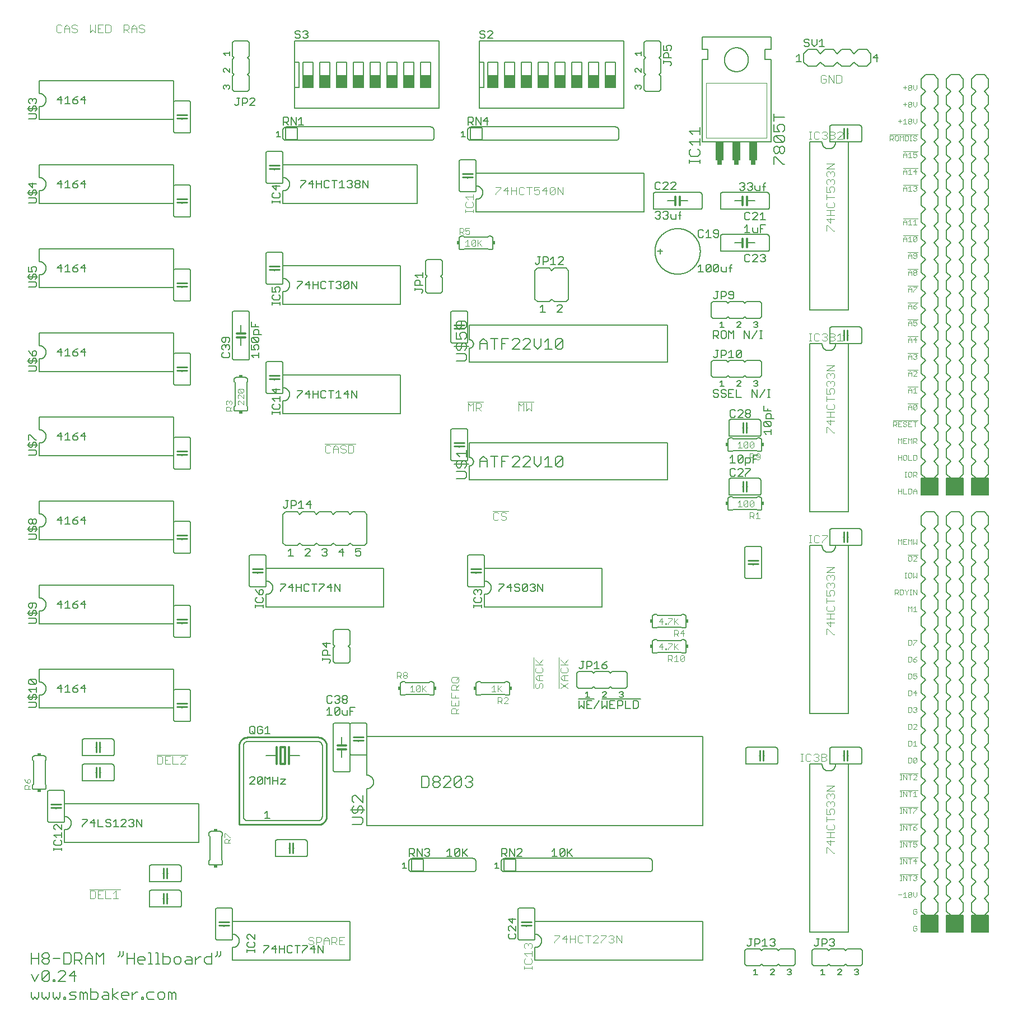
<source format=gto>
G75*
%MOIN*%
%OFA0B0*%
%FSLAX25Y25*%
%IPPOS*%
%LPD*%
%AMOC8*
5,1,8,0,0,1.08239X$1,22.5*
%
%ADD10C,0.00600*%
%ADD11C,0.00300*%
%ADD12C,0.00400*%
%ADD13C,0.00500*%
%ADD14C,0.00200*%
%ADD15R,0.03000X0.02500*%
%ADD16R,0.05000X0.11000*%
%ADD17C,0.00700*%
%ADD18C,0.01200*%
%ADD19C,0.01000*%
%ADD20R,0.06000X0.07500*%
%ADD21R,0.01500X0.02000*%
%ADD22R,0.02000X0.01500*%
D10*
X0091600Y0022668D02*
X0092668Y0021600D01*
X0093735Y0022668D01*
X0094803Y0021600D01*
X0095870Y0022668D01*
X0095870Y0025870D01*
X0098045Y0025870D02*
X0098045Y0022668D01*
X0099113Y0021600D01*
X0100181Y0022668D01*
X0101248Y0021600D01*
X0102316Y0022668D01*
X0102316Y0025870D01*
X0104491Y0025870D02*
X0104491Y0022668D01*
X0105559Y0021600D01*
X0106626Y0022668D01*
X0107694Y0021600D01*
X0108761Y0022668D01*
X0108761Y0025870D01*
X0110936Y0022668D02*
X0112004Y0022668D01*
X0112004Y0021600D01*
X0110936Y0021600D01*
X0110936Y0022668D01*
X0114159Y0021600D02*
X0117362Y0021600D01*
X0118430Y0022668D01*
X0117362Y0023735D01*
X0115227Y0023735D01*
X0114159Y0024803D01*
X0115227Y0025870D01*
X0118430Y0025870D01*
X0120605Y0025870D02*
X0121672Y0025870D01*
X0122740Y0024803D01*
X0123807Y0025870D01*
X0124875Y0024803D01*
X0124875Y0021600D01*
X0122740Y0021600D02*
X0122740Y0024803D01*
X0120605Y0025870D02*
X0120605Y0021600D01*
X0127050Y0021600D02*
X0127050Y0028005D01*
X0127050Y0025870D02*
X0130253Y0025870D01*
X0131321Y0024803D01*
X0131321Y0022668D01*
X0130253Y0021600D01*
X0127050Y0021600D01*
X0133496Y0022668D02*
X0134563Y0023735D01*
X0137766Y0023735D01*
X0137766Y0024803D02*
X0137766Y0021600D01*
X0134563Y0021600D01*
X0133496Y0022668D01*
X0134563Y0025870D02*
X0136698Y0025870D01*
X0137766Y0024803D01*
X0139941Y0023735D02*
X0143144Y0025870D01*
X0145312Y0024803D02*
X0146380Y0025870D01*
X0148515Y0025870D01*
X0149583Y0024803D01*
X0149583Y0023735D01*
X0145312Y0023735D01*
X0145312Y0022668D02*
X0145312Y0024803D01*
X0145312Y0022668D02*
X0146380Y0021600D01*
X0148515Y0021600D01*
X0151758Y0021600D02*
X0151758Y0025870D01*
X0151758Y0023735D02*
X0153893Y0025870D01*
X0154961Y0025870D01*
X0157129Y0022668D02*
X0158197Y0022668D01*
X0158197Y0021600D01*
X0157129Y0021600D01*
X0157129Y0022668D01*
X0160352Y0022668D02*
X0161420Y0021600D01*
X0164622Y0021600D01*
X0166797Y0022668D02*
X0167865Y0021600D01*
X0170000Y0021600D01*
X0171068Y0022668D01*
X0171068Y0024803D01*
X0170000Y0025870D01*
X0167865Y0025870D01*
X0166797Y0024803D01*
X0166797Y0022668D01*
X0164622Y0025870D02*
X0161420Y0025870D01*
X0160352Y0024803D01*
X0160352Y0022668D01*
X0173243Y0021600D02*
X0173243Y0025870D01*
X0174311Y0025870D01*
X0175378Y0024803D01*
X0176446Y0025870D01*
X0177513Y0024803D01*
X0177513Y0021600D01*
X0175378Y0021600D02*
X0175378Y0024803D01*
X0173223Y0042600D02*
X0170020Y0042600D01*
X0170020Y0049005D01*
X0170020Y0046870D02*
X0173223Y0046870D01*
X0174291Y0045803D01*
X0174291Y0043668D01*
X0173223Y0042600D01*
X0176466Y0043668D02*
X0177533Y0042600D01*
X0179668Y0042600D01*
X0180736Y0043668D01*
X0180736Y0045803D01*
X0179668Y0046870D01*
X0177533Y0046870D01*
X0176466Y0045803D01*
X0176466Y0043668D01*
X0182911Y0043668D02*
X0183979Y0042600D01*
X0187182Y0042600D01*
X0187182Y0045803D01*
X0186114Y0046870D01*
X0183979Y0046870D01*
X0183979Y0044735D02*
X0187182Y0044735D01*
X0189357Y0044735D02*
X0191492Y0046870D01*
X0192559Y0046870D01*
X0194728Y0045803D02*
X0195796Y0046870D01*
X0198998Y0046870D01*
X0198998Y0049005D02*
X0198998Y0042600D01*
X0195796Y0042600D01*
X0194728Y0043668D01*
X0194728Y0045803D01*
X0189357Y0046870D02*
X0189357Y0042600D01*
X0183979Y0044735D02*
X0182911Y0043668D01*
X0167858Y0042600D02*
X0165723Y0042600D01*
X0166791Y0042600D02*
X0166791Y0049005D01*
X0165723Y0049005D01*
X0162494Y0049005D02*
X0162494Y0042600D01*
X0163561Y0042600D02*
X0161426Y0042600D01*
X0159251Y0044735D02*
X0154981Y0044735D01*
X0154981Y0043668D02*
X0154981Y0045803D01*
X0156048Y0046870D01*
X0158183Y0046870D01*
X0159251Y0045803D01*
X0159251Y0044735D01*
X0158183Y0042600D02*
X0156048Y0042600D01*
X0154981Y0043668D01*
X0152806Y0042600D02*
X0152806Y0049005D01*
X0152806Y0045803D02*
X0148535Y0045803D01*
X0146367Y0047938D02*
X0145299Y0046870D01*
X0144232Y0047938D02*
X0144232Y0050073D01*
X0146367Y0050073D02*
X0146367Y0047938D01*
X0144232Y0047938D02*
X0143164Y0046870D01*
X0148535Y0049005D02*
X0148535Y0042600D01*
X0134543Y0042600D02*
X0134543Y0049005D01*
X0132408Y0046870D01*
X0130273Y0049005D01*
X0130273Y0042600D01*
X0128098Y0042600D02*
X0128098Y0046870D01*
X0125963Y0049005D01*
X0123827Y0046870D01*
X0123827Y0042600D01*
X0121652Y0042600D02*
X0119517Y0044735D01*
X0120585Y0044735D02*
X0117382Y0044735D01*
X0117382Y0042600D02*
X0117382Y0049005D01*
X0120585Y0049005D01*
X0121652Y0047938D01*
X0121652Y0045803D01*
X0120585Y0044735D01*
X0123827Y0045803D02*
X0128098Y0045803D01*
X0117362Y0038505D02*
X0114159Y0035303D01*
X0118430Y0035303D01*
X0117362Y0038505D02*
X0117362Y0032100D01*
X0111984Y0032100D02*
X0107714Y0032100D01*
X0111984Y0036370D01*
X0111984Y0037438D01*
X0110916Y0038505D01*
X0108781Y0038505D01*
X0107714Y0037438D01*
X0105559Y0033168D02*
X0105559Y0032100D01*
X0104491Y0032100D01*
X0104491Y0033168D01*
X0105559Y0033168D01*
X0102316Y0033168D02*
X0102316Y0037438D01*
X0098045Y0033168D01*
X0099113Y0032100D01*
X0101248Y0032100D01*
X0102316Y0033168D01*
X0102316Y0037438D02*
X0101248Y0038505D01*
X0099113Y0038505D01*
X0098045Y0037438D01*
X0098045Y0033168D01*
X0095870Y0036370D02*
X0093735Y0032100D01*
X0091600Y0036370D01*
X0091600Y0042600D02*
X0091600Y0049005D01*
X0091600Y0045803D02*
X0095870Y0045803D01*
X0098045Y0046870D02*
X0098045Y0047938D01*
X0099113Y0049005D01*
X0101248Y0049005D01*
X0102316Y0047938D01*
X0102316Y0046870D01*
X0101248Y0045803D01*
X0099113Y0045803D01*
X0098045Y0046870D01*
X0099113Y0045803D02*
X0098045Y0044735D01*
X0098045Y0043668D01*
X0099113Y0042600D01*
X0101248Y0042600D01*
X0102316Y0043668D01*
X0102316Y0044735D01*
X0101248Y0045803D01*
X0104491Y0045803D02*
X0108761Y0045803D01*
X0110936Y0049005D02*
X0110936Y0042600D01*
X0114139Y0042600D01*
X0115207Y0043668D01*
X0115207Y0047938D01*
X0114139Y0049005D01*
X0110936Y0049005D01*
X0095870Y0049005D02*
X0095870Y0042600D01*
X0091600Y0025870D02*
X0091600Y0022668D01*
X0139941Y0023735D02*
X0143144Y0021600D01*
X0139941Y0021600D02*
X0139941Y0028005D01*
X0161426Y0049005D02*
X0162494Y0049005D01*
X0162800Y0076300D02*
X0179800Y0076300D01*
X0179860Y0076302D01*
X0179921Y0076307D01*
X0179980Y0076316D01*
X0180039Y0076329D01*
X0180098Y0076345D01*
X0180155Y0076365D01*
X0180210Y0076388D01*
X0180265Y0076415D01*
X0180317Y0076444D01*
X0180368Y0076477D01*
X0180417Y0076513D01*
X0180463Y0076551D01*
X0180507Y0076593D01*
X0180549Y0076637D01*
X0180587Y0076683D01*
X0180623Y0076732D01*
X0180656Y0076783D01*
X0180685Y0076835D01*
X0180712Y0076890D01*
X0180735Y0076945D01*
X0180755Y0077002D01*
X0180771Y0077061D01*
X0180784Y0077120D01*
X0180793Y0077179D01*
X0180798Y0077240D01*
X0180800Y0077300D01*
X0180800Y0085300D01*
X0180798Y0085360D01*
X0180793Y0085421D01*
X0180784Y0085480D01*
X0180771Y0085539D01*
X0180755Y0085598D01*
X0180735Y0085655D01*
X0180712Y0085710D01*
X0180685Y0085765D01*
X0180656Y0085817D01*
X0180623Y0085868D01*
X0180587Y0085917D01*
X0180549Y0085963D01*
X0180507Y0086007D01*
X0180463Y0086049D01*
X0180417Y0086087D01*
X0180368Y0086123D01*
X0180317Y0086156D01*
X0180265Y0086185D01*
X0180210Y0086212D01*
X0180155Y0086235D01*
X0180098Y0086255D01*
X0180039Y0086271D01*
X0179980Y0086284D01*
X0179921Y0086293D01*
X0179860Y0086298D01*
X0179800Y0086300D01*
X0162800Y0086300D01*
X0162740Y0086298D01*
X0162679Y0086293D01*
X0162620Y0086284D01*
X0162561Y0086271D01*
X0162502Y0086255D01*
X0162445Y0086235D01*
X0162390Y0086212D01*
X0162335Y0086185D01*
X0162283Y0086156D01*
X0162232Y0086123D01*
X0162183Y0086087D01*
X0162137Y0086049D01*
X0162093Y0086007D01*
X0162051Y0085963D01*
X0162013Y0085917D01*
X0161977Y0085868D01*
X0161944Y0085817D01*
X0161915Y0085765D01*
X0161888Y0085710D01*
X0161865Y0085655D01*
X0161845Y0085598D01*
X0161829Y0085539D01*
X0161816Y0085480D01*
X0161807Y0085421D01*
X0161802Y0085360D01*
X0161800Y0085300D01*
X0161800Y0077300D01*
X0161802Y0077240D01*
X0161807Y0077179D01*
X0161816Y0077120D01*
X0161829Y0077061D01*
X0161845Y0077002D01*
X0161865Y0076945D01*
X0161888Y0076890D01*
X0161915Y0076835D01*
X0161944Y0076783D01*
X0161977Y0076732D01*
X0162013Y0076683D01*
X0162051Y0076637D01*
X0162093Y0076593D01*
X0162137Y0076551D01*
X0162183Y0076513D01*
X0162232Y0076477D01*
X0162283Y0076444D01*
X0162335Y0076415D01*
X0162390Y0076388D01*
X0162445Y0076365D01*
X0162502Y0076345D01*
X0162561Y0076329D01*
X0162620Y0076316D01*
X0162679Y0076307D01*
X0162740Y0076302D01*
X0162800Y0076300D01*
X0169800Y0081300D02*
X0170300Y0081300D01*
X0172300Y0081300D02*
X0172800Y0081300D01*
X0179800Y0091300D02*
X0162800Y0091300D01*
X0162740Y0091302D01*
X0162679Y0091307D01*
X0162620Y0091316D01*
X0162561Y0091329D01*
X0162502Y0091345D01*
X0162445Y0091365D01*
X0162390Y0091388D01*
X0162335Y0091415D01*
X0162283Y0091444D01*
X0162232Y0091477D01*
X0162183Y0091513D01*
X0162137Y0091551D01*
X0162093Y0091593D01*
X0162051Y0091637D01*
X0162013Y0091683D01*
X0161977Y0091732D01*
X0161944Y0091783D01*
X0161915Y0091835D01*
X0161888Y0091890D01*
X0161865Y0091945D01*
X0161845Y0092002D01*
X0161829Y0092061D01*
X0161816Y0092120D01*
X0161807Y0092179D01*
X0161802Y0092240D01*
X0161800Y0092300D01*
X0161800Y0100300D01*
X0161802Y0100360D01*
X0161807Y0100421D01*
X0161816Y0100480D01*
X0161829Y0100539D01*
X0161845Y0100598D01*
X0161865Y0100655D01*
X0161888Y0100710D01*
X0161915Y0100765D01*
X0161944Y0100817D01*
X0161977Y0100868D01*
X0162013Y0100917D01*
X0162051Y0100963D01*
X0162093Y0101007D01*
X0162137Y0101049D01*
X0162183Y0101087D01*
X0162232Y0101123D01*
X0162283Y0101156D01*
X0162335Y0101185D01*
X0162390Y0101212D01*
X0162445Y0101235D01*
X0162502Y0101255D01*
X0162561Y0101271D01*
X0162620Y0101284D01*
X0162679Y0101293D01*
X0162740Y0101298D01*
X0162800Y0101300D01*
X0179800Y0101300D01*
X0179860Y0101298D01*
X0179921Y0101293D01*
X0179980Y0101284D01*
X0180039Y0101271D01*
X0180098Y0101255D01*
X0180155Y0101235D01*
X0180210Y0101212D01*
X0180265Y0101185D01*
X0180317Y0101156D01*
X0180368Y0101123D01*
X0180417Y0101087D01*
X0180463Y0101049D01*
X0180507Y0101007D01*
X0180549Y0100963D01*
X0180587Y0100917D01*
X0180623Y0100868D01*
X0180656Y0100817D01*
X0180685Y0100765D01*
X0180712Y0100710D01*
X0180735Y0100655D01*
X0180755Y0100598D01*
X0180771Y0100539D01*
X0180784Y0100480D01*
X0180793Y0100421D01*
X0180798Y0100360D01*
X0180800Y0100300D01*
X0180800Y0092300D01*
X0180798Y0092240D01*
X0180793Y0092179D01*
X0180784Y0092120D01*
X0180771Y0092061D01*
X0180755Y0092002D01*
X0180735Y0091945D01*
X0180712Y0091890D01*
X0180685Y0091835D01*
X0180656Y0091783D01*
X0180623Y0091732D01*
X0180587Y0091683D01*
X0180549Y0091637D01*
X0180507Y0091593D01*
X0180463Y0091551D01*
X0180417Y0091513D01*
X0180368Y0091477D01*
X0180317Y0091444D01*
X0180265Y0091415D01*
X0180210Y0091388D01*
X0180155Y0091365D01*
X0180098Y0091345D01*
X0180039Y0091329D01*
X0179980Y0091316D01*
X0179921Y0091307D01*
X0179860Y0091302D01*
X0179800Y0091300D01*
X0172800Y0096300D02*
X0172300Y0096300D01*
X0170300Y0096300D02*
X0169800Y0096300D01*
X0191300Y0114800D02*
X0191300Y0137800D01*
X0111300Y0137800D01*
X0111300Y0130300D01*
X0111300Y0127800D02*
X0111300Y0144800D01*
X0111298Y0144860D01*
X0111293Y0144921D01*
X0111284Y0144980D01*
X0111271Y0145039D01*
X0111255Y0145098D01*
X0111235Y0145155D01*
X0111212Y0145210D01*
X0111185Y0145265D01*
X0111156Y0145317D01*
X0111123Y0145368D01*
X0111087Y0145417D01*
X0111049Y0145463D01*
X0111007Y0145507D01*
X0110963Y0145549D01*
X0110917Y0145587D01*
X0110868Y0145623D01*
X0110817Y0145656D01*
X0110765Y0145685D01*
X0110710Y0145712D01*
X0110655Y0145735D01*
X0110598Y0145755D01*
X0110539Y0145771D01*
X0110480Y0145784D01*
X0110421Y0145793D01*
X0110360Y0145798D01*
X0110300Y0145800D01*
X0102300Y0145800D01*
X0102240Y0145798D01*
X0102179Y0145793D01*
X0102120Y0145784D01*
X0102061Y0145771D01*
X0102002Y0145755D01*
X0101945Y0145735D01*
X0101890Y0145712D01*
X0101835Y0145685D01*
X0101783Y0145656D01*
X0101732Y0145623D01*
X0101683Y0145587D01*
X0101637Y0145549D01*
X0101593Y0145507D01*
X0101551Y0145463D01*
X0101513Y0145417D01*
X0101477Y0145368D01*
X0101444Y0145317D01*
X0101415Y0145265D01*
X0101388Y0145210D01*
X0101365Y0145155D01*
X0101345Y0145098D01*
X0101329Y0145039D01*
X0101316Y0144980D01*
X0101307Y0144921D01*
X0101302Y0144860D01*
X0101300Y0144800D01*
X0101300Y0127800D01*
X0101302Y0127740D01*
X0101307Y0127679D01*
X0101316Y0127620D01*
X0101329Y0127561D01*
X0101345Y0127502D01*
X0101365Y0127445D01*
X0101388Y0127390D01*
X0101415Y0127335D01*
X0101444Y0127283D01*
X0101477Y0127232D01*
X0101513Y0127183D01*
X0101551Y0127137D01*
X0101593Y0127093D01*
X0101637Y0127051D01*
X0101683Y0127013D01*
X0101732Y0126977D01*
X0101783Y0126944D01*
X0101835Y0126915D01*
X0101890Y0126888D01*
X0101945Y0126865D01*
X0102002Y0126845D01*
X0102061Y0126829D01*
X0102120Y0126816D01*
X0102179Y0126807D01*
X0102240Y0126802D01*
X0102300Y0126800D01*
X0110300Y0126800D01*
X0110360Y0126802D01*
X0110421Y0126807D01*
X0110480Y0126816D01*
X0110539Y0126829D01*
X0110598Y0126845D01*
X0110655Y0126865D01*
X0110710Y0126888D01*
X0110765Y0126915D01*
X0110817Y0126944D01*
X0110868Y0126977D01*
X0110917Y0127013D01*
X0110963Y0127051D01*
X0111007Y0127093D01*
X0111049Y0127137D01*
X0111087Y0127183D01*
X0111123Y0127232D01*
X0111156Y0127283D01*
X0111185Y0127335D01*
X0111212Y0127390D01*
X0111235Y0127445D01*
X0111255Y0127502D01*
X0111271Y0127561D01*
X0111284Y0127620D01*
X0111293Y0127679D01*
X0111298Y0127740D01*
X0111300Y0127800D01*
X0111300Y0130300D02*
X0111426Y0130298D01*
X0111551Y0130292D01*
X0111676Y0130282D01*
X0111801Y0130268D01*
X0111926Y0130251D01*
X0112050Y0130229D01*
X0112173Y0130204D01*
X0112295Y0130174D01*
X0112416Y0130141D01*
X0112536Y0130104D01*
X0112655Y0130064D01*
X0112772Y0130019D01*
X0112889Y0129971D01*
X0113003Y0129919D01*
X0113116Y0129864D01*
X0113227Y0129805D01*
X0113336Y0129743D01*
X0113443Y0129677D01*
X0113548Y0129608D01*
X0113651Y0129536D01*
X0113752Y0129461D01*
X0113850Y0129382D01*
X0113945Y0129300D01*
X0114038Y0129216D01*
X0114128Y0129128D01*
X0114216Y0129038D01*
X0114300Y0128945D01*
X0114382Y0128850D01*
X0114461Y0128752D01*
X0114536Y0128651D01*
X0114608Y0128548D01*
X0114677Y0128443D01*
X0114743Y0128336D01*
X0114805Y0128227D01*
X0114864Y0128116D01*
X0114919Y0128003D01*
X0114971Y0127889D01*
X0115019Y0127772D01*
X0115064Y0127655D01*
X0115104Y0127536D01*
X0115141Y0127416D01*
X0115174Y0127295D01*
X0115204Y0127173D01*
X0115229Y0127050D01*
X0115251Y0126926D01*
X0115268Y0126801D01*
X0115282Y0126676D01*
X0115292Y0126551D01*
X0115298Y0126426D01*
X0115300Y0126300D01*
X0115298Y0126174D01*
X0115292Y0126049D01*
X0115282Y0125924D01*
X0115268Y0125799D01*
X0115251Y0125674D01*
X0115229Y0125550D01*
X0115204Y0125427D01*
X0115174Y0125305D01*
X0115141Y0125184D01*
X0115104Y0125064D01*
X0115064Y0124945D01*
X0115019Y0124828D01*
X0114971Y0124711D01*
X0114919Y0124597D01*
X0114864Y0124484D01*
X0114805Y0124373D01*
X0114743Y0124264D01*
X0114677Y0124157D01*
X0114608Y0124052D01*
X0114536Y0123949D01*
X0114461Y0123848D01*
X0114382Y0123750D01*
X0114300Y0123655D01*
X0114216Y0123562D01*
X0114128Y0123472D01*
X0114038Y0123384D01*
X0113945Y0123300D01*
X0113850Y0123218D01*
X0113752Y0123139D01*
X0113651Y0123064D01*
X0113548Y0122992D01*
X0113443Y0122923D01*
X0113336Y0122857D01*
X0113227Y0122795D01*
X0113116Y0122736D01*
X0113003Y0122681D01*
X0112889Y0122629D01*
X0112772Y0122581D01*
X0112655Y0122536D01*
X0112536Y0122496D01*
X0112416Y0122459D01*
X0112295Y0122426D01*
X0112173Y0122396D01*
X0112050Y0122371D01*
X0111926Y0122349D01*
X0111801Y0122332D01*
X0111676Y0122318D01*
X0111551Y0122308D01*
X0111426Y0122302D01*
X0111300Y0122300D01*
X0111300Y0114800D01*
X0191300Y0114800D01*
X0197300Y0118800D02*
X0197800Y0118300D01*
X0197800Y0104300D01*
X0197300Y0103800D01*
X0197300Y0102300D01*
X0197302Y0102240D01*
X0197307Y0102179D01*
X0197316Y0102120D01*
X0197329Y0102061D01*
X0197345Y0102002D01*
X0197365Y0101945D01*
X0197388Y0101890D01*
X0197415Y0101835D01*
X0197444Y0101783D01*
X0197477Y0101732D01*
X0197513Y0101683D01*
X0197551Y0101637D01*
X0197593Y0101593D01*
X0197637Y0101551D01*
X0197683Y0101513D01*
X0197732Y0101477D01*
X0197783Y0101444D01*
X0197835Y0101415D01*
X0197890Y0101388D01*
X0197945Y0101365D01*
X0198002Y0101345D01*
X0198061Y0101329D01*
X0198120Y0101316D01*
X0198179Y0101307D01*
X0198240Y0101302D01*
X0198300Y0101300D01*
X0204300Y0101300D01*
X0204360Y0101302D01*
X0204421Y0101307D01*
X0204480Y0101316D01*
X0204539Y0101329D01*
X0204598Y0101345D01*
X0204655Y0101365D01*
X0204710Y0101388D01*
X0204765Y0101415D01*
X0204817Y0101444D01*
X0204868Y0101477D01*
X0204917Y0101513D01*
X0204963Y0101551D01*
X0205007Y0101593D01*
X0205049Y0101637D01*
X0205087Y0101683D01*
X0205123Y0101732D01*
X0205156Y0101783D01*
X0205185Y0101835D01*
X0205212Y0101890D01*
X0205235Y0101945D01*
X0205255Y0102002D01*
X0205271Y0102061D01*
X0205284Y0102120D01*
X0205293Y0102179D01*
X0205298Y0102240D01*
X0205300Y0102300D01*
X0205300Y0103800D01*
X0204800Y0104300D01*
X0204800Y0118300D01*
X0205300Y0118800D01*
X0205300Y0120300D01*
X0205298Y0120360D01*
X0205293Y0120421D01*
X0205284Y0120480D01*
X0205271Y0120539D01*
X0205255Y0120598D01*
X0205235Y0120655D01*
X0205212Y0120710D01*
X0205185Y0120765D01*
X0205156Y0120817D01*
X0205123Y0120868D01*
X0205087Y0120917D01*
X0205049Y0120963D01*
X0205007Y0121007D01*
X0204963Y0121049D01*
X0204917Y0121087D01*
X0204868Y0121123D01*
X0204817Y0121156D01*
X0204765Y0121185D01*
X0204710Y0121212D01*
X0204655Y0121235D01*
X0204598Y0121255D01*
X0204539Y0121271D01*
X0204480Y0121284D01*
X0204421Y0121293D01*
X0204360Y0121298D01*
X0204300Y0121300D01*
X0198300Y0121300D01*
X0198240Y0121298D01*
X0198179Y0121293D01*
X0198120Y0121284D01*
X0198061Y0121271D01*
X0198002Y0121255D01*
X0197945Y0121235D01*
X0197890Y0121212D01*
X0197835Y0121185D01*
X0197783Y0121156D01*
X0197732Y0121123D01*
X0197683Y0121087D01*
X0197637Y0121049D01*
X0197593Y0121007D01*
X0197551Y0120963D01*
X0197513Y0120917D01*
X0197477Y0120868D01*
X0197444Y0120817D01*
X0197415Y0120765D01*
X0197388Y0120710D01*
X0197365Y0120655D01*
X0197345Y0120598D01*
X0197329Y0120539D01*
X0197316Y0120480D01*
X0197307Y0120421D01*
X0197302Y0120360D01*
X0197300Y0120300D01*
X0197300Y0118800D01*
X0217800Y0130300D02*
X0217800Y0172300D01*
X0217802Y0172398D01*
X0217808Y0172496D01*
X0217817Y0172594D01*
X0217831Y0172691D01*
X0217848Y0172788D01*
X0217869Y0172884D01*
X0217894Y0172979D01*
X0217922Y0173073D01*
X0217955Y0173165D01*
X0217990Y0173257D01*
X0218030Y0173347D01*
X0218072Y0173435D01*
X0218119Y0173522D01*
X0218168Y0173606D01*
X0218221Y0173689D01*
X0218277Y0173769D01*
X0218337Y0173848D01*
X0218399Y0173924D01*
X0218464Y0173997D01*
X0218532Y0174068D01*
X0218603Y0174136D01*
X0218676Y0174201D01*
X0218752Y0174263D01*
X0218831Y0174323D01*
X0218911Y0174379D01*
X0218994Y0174432D01*
X0219078Y0174481D01*
X0219165Y0174528D01*
X0219253Y0174570D01*
X0219343Y0174610D01*
X0219435Y0174645D01*
X0219527Y0174678D01*
X0219621Y0174706D01*
X0219716Y0174731D01*
X0219812Y0174752D01*
X0219909Y0174769D01*
X0220006Y0174783D01*
X0220104Y0174792D01*
X0220202Y0174798D01*
X0220300Y0174800D01*
X0262300Y0174800D01*
X0262398Y0174798D01*
X0262496Y0174792D01*
X0262594Y0174783D01*
X0262691Y0174769D01*
X0262788Y0174752D01*
X0262884Y0174731D01*
X0262979Y0174706D01*
X0263073Y0174678D01*
X0263165Y0174645D01*
X0263257Y0174610D01*
X0263347Y0174570D01*
X0263435Y0174528D01*
X0263522Y0174481D01*
X0263606Y0174432D01*
X0263689Y0174379D01*
X0263769Y0174323D01*
X0263848Y0174263D01*
X0263924Y0174201D01*
X0263997Y0174136D01*
X0264068Y0174068D01*
X0264136Y0173997D01*
X0264201Y0173924D01*
X0264263Y0173848D01*
X0264323Y0173769D01*
X0264379Y0173689D01*
X0264432Y0173606D01*
X0264481Y0173522D01*
X0264528Y0173435D01*
X0264570Y0173347D01*
X0264610Y0173257D01*
X0264645Y0173165D01*
X0264678Y0173073D01*
X0264706Y0172979D01*
X0264731Y0172884D01*
X0264752Y0172788D01*
X0264769Y0172691D01*
X0264783Y0172594D01*
X0264792Y0172496D01*
X0264798Y0172398D01*
X0264800Y0172300D01*
X0264800Y0130300D01*
X0264798Y0130202D01*
X0264792Y0130104D01*
X0264783Y0130006D01*
X0264769Y0129909D01*
X0264752Y0129812D01*
X0264731Y0129716D01*
X0264706Y0129621D01*
X0264678Y0129527D01*
X0264645Y0129435D01*
X0264610Y0129343D01*
X0264570Y0129253D01*
X0264528Y0129165D01*
X0264481Y0129078D01*
X0264432Y0128994D01*
X0264379Y0128911D01*
X0264323Y0128831D01*
X0264263Y0128752D01*
X0264201Y0128676D01*
X0264136Y0128603D01*
X0264068Y0128532D01*
X0263997Y0128464D01*
X0263924Y0128399D01*
X0263848Y0128337D01*
X0263769Y0128277D01*
X0263689Y0128221D01*
X0263606Y0128168D01*
X0263522Y0128119D01*
X0263435Y0128072D01*
X0263347Y0128030D01*
X0263257Y0127990D01*
X0263165Y0127955D01*
X0263073Y0127922D01*
X0262979Y0127894D01*
X0262884Y0127869D01*
X0262788Y0127848D01*
X0262691Y0127831D01*
X0262594Y0127817D01*
X0262496Y0127808D01*
X0262398Y0127802D01*
X0262300Y0127800D01*
X0220300Y0127800D01*
X0220202Y0127802D01*
X0220104Y0127808D01*
X0220006Y0127817D01*
X0219909Y0127831D01*
X0219812Y0127848D01*
X0219716Y0127869D01*
X0219621Y0127894D01*
X0219527Y0127922D01*
X0219435Y0127955D01*
X0219343Y0127990D01*
X0219253Y0128030D01*
X0219165Y0128072D01*
X0219078Y0128119D01*
X0218994Y0128168D01*
X0218911Y0128221D01*
X0218831Y0128277D01*
X0218752Y0128337D01*
X0218676Y0128399D01*
X0218603Y0128464D01*
X0218532Y0128532D01*
X0218464Y0128603D01*
X0218399Y0128676D01*
X0218337Y0128752D01*
X0218277Y0128831D01*
X0218221Y0128911D01*
X0218168Y0128994D01*
X0218119Y0129078D01*
X0218072Y0129165D01*
X0218030Y0129253D01*
X0217990Y0129343D01*
X0217955Y0129435D01*
X0217922Y0129527D01*
X0217894Y0129621D01*
X0217869Y0129716D01*
X0217848Y0129812D01*
X0217831Y0129909D01*
X0217817Y0130006D01*
X0217808Y0130104D01*
X0217802Y0130202D01*
X0217800Y0130300D01*
X0236800Y0115300D02*
X0236800Y0107300D01*
X0236802Y0107240D01*
X0236807Y0107179D01*
X0236816Y0107120D01*
X0236829Y0107061D01*
X0236845Y0107002D01*
X0236865Y0106945D01*
X0236888Y0106890D01*
X0236915Y0106835D01*
X0236944Y0106783D01*
X0236977Y0106732D01*
X0237013Y0106683D01*
X0237051Y0106637D01*
X0237093Y0106593D01*
X0237137Y0106551D01*
X0237183Y0106513D01*
X0237232Y0106477D01*
X0237283Y0106444D01*
X0237335Y0106415D01*
X0237390Y0106388D01*
X0237445Y0106365D01*
X0237502Y0106345D01*
X0237561Y0106329D01*
X0237620Y0106316D01*
X0237679Y0106307D01*
X0237740Y0106302D01*
X0237800Y0106300D01*
X0254800Y0106300D01*
X0254860Y0106302D01*
X0254921Y0106307D01*
X0254980Y0106316D01*
X0255039Y0106329D01*
X0255098Y0106345D01*
X0255155Y0106365D01*
X0255210Y0106388D01*
X0255265Y0106415D01*
X0255317Y0106444D01*
X0255368Y0106477D01*
X0255417Y0106513D01*
X0255463Y0106551D01*
X0255507Y0106593D01*
X0255549Y0106637D01*
X0255587Y0106683D01*
X0255623Y0106732D01*
X0255656Y0106783D01*
X0255685Y0106835D01*
X0255712Y0106890D01*
X0255735Y0106945D01*
X0255755Y0107002D01*
X0255771Y0107061D01*
X0255784Y0107120D01*
X0255793Y0107179D01*
X0255798Y0107240D01*
X0255800Y0107300D01*
X0255800Y0115300D01*
X0255798Y0115360D01*
X0255793Y0115421D01*
X0255784Y0115480D01*
X0255771Y0115539D01*
X0255755Y0115598D01*
X0255735Y0115655D01*
X0255712Y0115710D01*
X0255685Y0115765D01*
X0255656Y0115817D01*
X0255623Y0115868D01*
X0255587Y0115917D01*
X0255549Y0115963D01*
X0255507Y0116007D01*
X0255463Y0116049D01*
X0255417Y0116087D01*
X0255368Y0116123D01*
X0255317Y0116156D01*
X0255265Y0116185D01*
X0255210Y0116212D01*
X0255155Y0116235D01*
X0255098Y0116255D01*
X0255039Y0116271D01*
X0254980Y0116284D01*
X0254921Y0116293D01*
X0254860Y0116298D01*
X0254800Y0116300D01*
X0237800Y0116300D01*
X0237740Y0116298D01*
X0237679Y0116293D01*
X0237620Y0116284D01*
X0237561Y0116271D01*
X0237502Y0116255D01*
X0237445Y0116235D01*
X0237390Y0116212D01*
X0237335Y0116185D01*
X0237283Y0116156D01*
X0237232Y0116123D01*
X0237183Y0116087D01*
X0237137Y0116049D01*
X0237093Y0116007D01*
X0237051Y0115963D01*
X0237013Y0115917D01*
X0236977Y0115868D01*
X0236944Y0115817D01*
X0236915Y0115765D01*
X0236888Y0115710D01*
X0236865Y0115655D01*
X0236845Y0115598D01*
X0236829Y0115539D01*
X0236816Y0115480D01*
X0236807Y0115421D01*
X0236802Y0115360D01*
X0236800Y0115300D01*
X0244800Y0111300D02*
X0245300Y0111300D01*
X0247300Y0111300D02*
X0247800Y0111300D01*
X0281527Y0134181D02*
X0290068Y0134181D01*
X0289000Y0135248D02*
X0287932Y0136316D01*
X0286865Y0136316D01*
X0285797Y0135248D01*
X0285797Y0133113D01*
X0284730Y0132045D01*
X0283662Y0132045D01*
X0282595Y0133113D01*
X0282595Y0135248D01*
X0283662Y0136316D01*
X0283662Y0138491D02*
X0282595Y0139559D01*
X0282595Y0141694D01*
X0283662Y0142761D01*
X0284730Y0142761D01*
X0289000Y0138491D01*
X0289000Y0142761D01*
X0291300Y0146800D02*
X0291300Y0124800D01*
X0491300Y0124800D01*
X0491300Y0177800D01*
X0291300Y0177800D01*
X0291300Y0154800D01*
X0291426Y0154798D01*
X0291551Y0154792D01*
X0291676Y0154782D01*
X0291801Y0154768D01*
X0291926Y0154751D01*
X0292050Y0154729D01*
X0292173Y0154704D01*
X0292295Y0154674D01*
X0292416Y0154641D01*
X0292536Y0154604D01*
X0292655Y0154564D01*
X0292772Y0154519D01*
X0292889Y0154471D01*
X0293003Y0154419D01*
X0293116Y0154364D01*
X0293227Y0154305D01*
X0293336Y0154243D01*
X0293443Y0154177D01*
X0293548Y0154108D01*
X0293651Y0154036D01*
X0293752Y0153961D01*
X0293850Y0153882D01*
X0293945Y0153800D01*
X0294038Y0153716D01*
X0294128Y0153628D01*
X0294216Y0153538D01*
X0294300Y0153445D01*
X0294382Y0153350D01*
X0294461Y0153252D01*
X0294536Y0153151D01*
X0294608Y0153048D01*
X0294677Y0152943D01*
X0294743Y0152836D01*
X0294805Y0152727D01*
X0294864Y0152616D01*
X0294919Y0152503D01*
X0294971Y0152389D01*
X0295019Y0152272D01*
X0295064Y0152155D01*
X0295104Y0152036D01*
X0295141Y0151916D01*
X0295174Y0151795D01*
X0295204Y0151673D01*
X0295229Y0151550D01*
X0295251Y0151426D01*
X0295268Y0151301D01*
X0295282Y0151176D01*
X0295292Y0151051D01*
X0295298Y0150926D01*
X0295300Y0150800D01*
X0295298Y0150674D01*
X0295292Y0150549D01*
X0295282Y0150424D01*
X0295268Y0150299D01*
X0295251Y0150174D01*
X0295229Y0150050D01*
X0295204Y0149927D01*
X0295174Y0149805D01*
X0295141Y0149684D01*
X0295104Y0149564D01*
X0295064Y0149445D01*
X0295019Y0149328D01*
X0294971Y0149211D01*
X0294919Y0149097D01*
X0294864Y0148984D01*
X0294805Y0148873D01*
X0294743Y0148764D01*
X0294677Y0148657D01*
X0294608Y0148552D01*
X0294536Y0148449D01*
X0294461Y0148348D01*
X0294382Y0148250D01*
X0294300Y0148155D01*
X0294216Y0148062D01*
X0294128Y0147972D01*
X0294038Y0147884D01*
X0293945Y0147800D01*
X0293850Y0147718D01*
X0293752Y0147639D01*
X0293651Y0147564D01*
X0293548Y0147492D01*
X0293443Y0147423D01*
X0293336Y0147357D01*
X0293227Y0147295D01*
X0293116Y0147236D01*
X0293003Y0147181D01*
X0292889Y0147129D01*
X0292772Y0147081D01*
X0292655Y0147036D01*
X0292536Y0146996D01*
X0292416Y0146959D01*
X0292295Y0146926D01*
X0292173Y0146896D01*
X0292050Y0146871D01*
X0291926Y0146849D01*
X0291801Y0146832D01*
X0291676Y0146818D01*
X0291551Y0146808D01*
X0291426Y0146802D01*
X0291300Y0146800D01*
X0289000Y0135248D02*
X0289000Y0133113D01*
X0287932Y0132045D01*
X0287932Y0129870D02*
X0282595Y0129870D01*
X0282595Y0125600D02*
X0287932Y0125600D01*
X0289000Y0126668D01*
X0289000Y0128803D01*
X0287932Y0129870D01*
X0280300Y0156800D02*
X0272300Y0156800D01*
X0272240Y0156802D01*
X0272179Y0156807D01*
X0272120Y0156816D01*
X0272061Y0156829D01*
X0272002Y0156845D01*
X0271945Y0156865D01*
X0271890Y0156888D01*
X0271835Y0156915D01*
X0271783Y0156944D01*
X0271732Y0156977D01*
X0271683Y0157013D01*
X0271637Y0157051D01*
X0271593Y0157093D01*
X0271551Y0157137D01*
X0271513Y0157183D01*
X0271477Y0157232D01*
X0271444Y0157283D01*
X0271415Y0157335D01*
X0271388Y0157390D01*
X0271365Y0157445D01*
X0271345Y0157502D01*
X0271329Y0157561D01*
X0271316Y0157620D01*
X0271307Y0157679D01*
X0271302Y0157740D01*
X0271300Y0157800D01*
X0271300Y0184800D01*
X0271302Y0184860D01*
X0271307Y0184921D01*
X0271316Y0184980D01*
X0271329Y0185039D01*
X0271345Y0185098D01*
X0271365Y0185155D01*
X0271388Y0185210D01*
X0271415Y0185265D01*
X0271444Y0185317D01*
X0271477Y0185368D01*
X0271513Y0185417D01*
X0271551Y0185463D01*
X0271593Y0185507D01*
X0271637Y0185549D01*
X0271683Y0185587D01*
X0271732Y0185623D01*
X0271783Y0185656D01*
X0271835Y0185685D01*
X0271890Y0185712D01*
X0271945Y0185735D01*
X0272002Y0185755D01*
X0272061Y0185771D01*
X0272120Y0185784D01*
X0272179Y0185793D01*
X0272240Y0185798D01*
X0272300Y0185800D01*
X0280300Y0185800D01*
X0280360Y0185798D01*
X0280421Y0185793D01*
X0280480Y0185784D01*
X0280539Y0185771D01*
X0280598Y0185755D01*
X0280655Y0185735D01*
X0280710Y0185712D01*
X0280765Y0185685D01*
X0280817Y0185656D01*
X0280868Y0185623D01*
X0280917Y0185587D01*
X0280963Y0185549D01*
X0281007Y0185507D01*
X0281049Y0185463D01*
X0281087Y0185417D01*
X0281123Y0185368D01*
X0281156Y0185317D01*
X0281185Y0185265D01*
X0281212Y0185210D01*
X0281235Y0185155D01*
X0281255Y0185098D01*
X0281271Y0185039D01*
X0281284Y0184980D01*
X0281293Y0184921D01*
X0281298Y0184860D01*
X0281300Y0184800D01*
X0281300Y0157800D01*
X0281298Y0157740D01*
X0281293Y0157679D01*
X0281284Y0157620D01*
X0281271Y0157561D01*
X0281255Y0157502D01*
X0281235Y0157445D01*
X0281212Y0157390D01*
X0281185Y0157335D01*
X0281156Y0157283D01*
X0281123Y0157232D01*
X0281087Y0157183D01*
X0281049Y0157137D01*
X0281007Y0157093D01*
X0280963Y0157051D01*
X0280917Y0157013D01*
X0280868Y0156977D01*
X0280817Y0156944D01*
X0280765Y0156915D01*
X0280710Y0156888D01*
X0280655Y0156865D01*
X0280598Y0156845D01*
X0280539Y0156829D01*
X0280480Y0156816D01*
X0280421Y0156807D01*
X0280360Y0156802D01*
X0280300Y0156800D01*
X0276300Y0165300D02*
X0276300Y0170000D01*
X0276300Y0172500D02*
X0276300Y0177300D01*
X0281300Y0184800D02*
X0281300Y0167800D01*
X0281302Y0167740D01*
X0281307Y0167679D01*
X0281316Y0167620D01*
X0281329Y0167561D01*
X0281345Y0167502D01*
X0281365Y0167445D01*
X0281388Y0167390D01*
X0281415Y0167335D01*
X0281444Y0167283D01*
X0281477Y0167232D01*
X0281513Y0167183D01*
X0281551Y0167137D01*
X0281593Y0167093D01*
X0281637Y0167051D01*
X0281683Y0167013D01*
X0281732Y0166977D01*
X0281783Y0166944D01*
X0281835Y0166915D01*
X0281890Y0166888D01*
X0281945Y0166865D01*
X0282002Y0166845D01*
X0282061Y0166829D01*
X0282120Y0166816D01*
X0282179Y0166807D01*
X0282240Y0166802D01*
X0282300Y0166800D01*
X0290300Y0166800D01*
X0290360Y0166802D01*
X0290421Y0166807D01*
X0290480Y0166816D01*
X0290539Y0166829D01*
X0290598Y0166845D01*
X0290655Y0166865D01*
X0290710Y0166888D01*
X0290765Y0166915D01*
X0290817Y0166944D01*
X0290868Y0166977D01*
X0290917Y0167013D01*
X0290963Y0167051D01*
X0291007Y0167093D01*
X0291049Y0167137D01*
X0291087Y0167183D01*
X0291123Y0167232D01*
X0291156Y0167283D01*
X0291185Y0167335D01*
X0291212Y0167390D01*
X0291235Y0167445D01*
X0291255Y0167502D01*
X0291271Y0167561D01*
X0291284Y0167620D01*
X0291293Y0167679D01*
X0291298Y0167740D01*
X0291300Y0167800D01*
X0291300Y0184800D01*
X0291298Y0184860D01*
X0291293Y0184921D01*
X0291284Y0184980D01*
X0291271Y0185039D01*
X0291255Y0185098D01*
X0291235Y0185155D01*
X0291212Y0185210D01*
X0291185Y0185265D01*
X0291156Y0185317D01*
X0291123Y0185368D01*
X0291087Y0185417D01*
X0291049Y0185463D01*
X0291007Y0185507D01*
X0290963Y0185549D01*
X0290917Y0185587D01*
X0290868Y0185623D01*
X0290817Y0185656D01*
X0290765Y0185685D01*
X0290710Y0185712D01*
X0290655Y0185735D01*
X0290598Y0185755D01*
X0290539Y0185771D01*
X0290480Y0185784D01*
X0290421Y0185793D01*
X0290360Y0185798D01*
X0290300Y0185800D01*
X0282300Y0185800D01*
X0282240Y0185798D01*
X0282179Y0185793D01*
X0282120Y0185784D01*
X0282061Y0185771D01*
X0282002Y0185755D01*
X0281945Y0185735D01*
X0281890Y0185712D01*
X0281835Y0185685D01*
X0281783Y0185656D01*
X0281732Y0185623D01*
X0281683Y0185587D01*
X0281637Y0185549D01*
X0281593Y0185507D01*
X0281551Y0185463D01*
X0281513Y0185417D01*
X0281477Y0185368D01*
X0281444Y0185317D01*
X0281415Y0185265D01*
X0281388Y0185210D01*
X0281365Y0185155D01*
X0281345Y0185098D01*
X0281329Y0185039D01*
X0281316Y0184980D01*
X0281307Y0184921D01*
X0281302Y0184860D01*
X0281300Y0184800D01*
X0286300Y0177800D02*
X0286300Y0177300D01*
X0286300Y0175300D02*
X0286300Y0174800D01*
X0312300Y0202300D02*
X0313800Y0202300D01*
X0314300Y0202800D01*
X0328300Y0202800D01*
X0328800Y0202300D01*
X0330300Y0202300D01*
X0330360Y0202302D01*
X0330421Y0202307D01*
X0330480Y0202316D01*
X0330539Y0202329D01*
X0330598Y0202345D01*
X0330655Y0202365D01*
X0330710Y0202388D01*
X0330765Y0202415D01*
X0330817Y0202444D01*
X0330868Y0202477D01*
X0330917Y0202513D01*
X0330963Y0202551D01*
X0331007Y0202593D01*
X0331049Y0202637D01*
X0331087Y0202683D01*
X0331123Y0202732D01*
X0331156Y0202783D01*
X0331185Y0202835D01*
X0331212Y0202890D01*
X0331235Y0202945D01*
X0331255Y0203002D01*
X0331271Y0203061D01*
X0331284Y0203120D01*
X0331293Y0203179D01*
X0331298Y0203240D01*
X0331300Y0203300D01*
X0331300Y0209300D01*
X0331298Y0209360D01*
X0331293Y0209421D01*
X0331284Y0209480D01*
X0331271Y0209539D01*
X0331255Y0209598D01*
X0331235Y0209655D01*
X0331212Y0209710D01*
X0331185Y0209765D01*
X0331156Y0209817D01*
X0331123Y0209868D01*
X0331087Y0209917D01*
X0331049Y0209963D01*
X0331007Y0210007D01*
X0330963Y0210049D01*
X0330917Y0210087D01*
X0330868Y0210123D01*
X0330817Y0210156D01*
X0330765Y0210185D01*
X0330710Y0210212D01*
X0330655Y0210235D01*
X0330598Y0210255D01*
X0330539Y0210271D01*
X0330480Y0210284D01*
X0330421Y0210293D01*
X0330360Y0210298D01*
X0330300Y0210300D01*
X0328800Y0210300D01*
X0328300Y0209800D01*
X0314300Y0209800D01*
X0313800Y0210300D01*
X0312300Y0210300D01*
X0312240Y0210298D01*
X0312179Y0210293D01*
X0312120Y0210284D01*
X0312061Y0210271D01*
X0312002Y0210255D01*
X0311945Y0210235D01*
X0311890Y0210212D01*
X0311835Y0210185D01*
X0311783Y0210156D01*
X0311732Y0210123D01*
X0311683Y0210087D01*
X0311637Y0210049D01*
X0311593Y0210007D01*
X0311551Y0209963D01*
X0311513Y0209917D01*
X0311477Y0209868D01*
X0311444Y0209817D01*
X0311415Y0209765D01*
X0311388Y0209710D01*
X0311365Y0209655D01*
X0311345Y0209598D01*
X0311329Y0209539D01*
X0311316Y0209480D01*
X0311307Y0209421D01*
X0311302Y0209360D01*
X0311300Y0209300D01*
X0311300Y0203300D01*
X0311302Y0203240D01*
X0311307Y0203179D01*
X0311316Y0203120D01*
X0311329Y0203061D01*
X0311345Y0203002D01*
X0311365Y0202945D01*
X0311388Y0202890D01*
X0311415Y0202835D01*
X0311444Y0202783D01*
X0311477Y0202732D01*
X0311513Y0202683D01*
X0311551Y0202637D01*
X0311593Y0202593D01*
X0311637Y0202551D01*
X0311683Y0202513D01*
X0311732Y0202477D01*
X0311783Y0202444D01*
X0311835Y0202415D01*
X0311890Y0202388D01*
X0311945Y0202365D01*
X0312002Y0202345D01*
X0312061Y0202329D01*
X0312120Y0202316D01*
X0312179Y0202307D01*
X0312240Y0202302D01*
X0312300Y0202300D01*
X0281300Y0222300D02*
X0280300Y0221300D01*
X0272300Y0221300D01*
X0271300Y0222300D01*
X0271300Y0230300D01*
X0272300Y0231300D01*
X0271300Y0232300D01*
X0271300Y0240300D01*
X0272300Y0241300D01*
X0280300Y0241300D01*
X0281300Y0240300D01*
X0281300Y0232300D01*
X0280300Y0231300D01*
X0281300Y0230300D01*
X0281300Y0222300D01*
X0301300Y0254800D02*
X0301300Y0277800D01*
X0231300Y0277800D01*
X0231300Y0270300D01*
X0231300Y0267800D02*
X0231300Y0284800D01*
X0231298Y0284860D01*
X0231293Y0284921D01*
X0231284Y0284980D01*
X0231271Y0285039D01*
X0231255Y0285098D01*
X0231235Y0285155D01*
X0231212Y0285210D01*
X0231185Y0285265D01*
X0231156Y0285317D01*
X0231123Y0285368D01*
X0231087Y0285417D01*
X0231049Y0285463D01*
X0231007Y0285507D01*
X0230963Y0285549D01*
X0230917Y0285587D01*
X0230868Y0285623D01*
X0230817Y0285656D01*
X0230765Y0285685D01*
X0230710Y0285712D01*
X0230655Y0285735D01*
X0230598Y0285755D01*
X0230539Y0285771D01*
X0230480Y0285784D01*
X0230421Y0285793D01*
X0230360Y0285798D01*
X0230300Y0285800D01*
X0222300Y0285800D01*
X0222240Y0285798D01*
X0222179Y0285793D01*
X0222120Y0285784D01*
X0222061Y0285771D01*
X0222002Y0285755D01*
X0221945Y0285735D01*
X0221890Y0285712D01*
X0221835Y0285685D01*
X0221783Y0285656D01*
X0221732Y0285623D01*
X0221683Y0285587D01*
X0221637Y0285549D01*
X0221593Y0285507D01*
X0221551Y0285463D01*
X0221513Y0285417D01*
X0221477Y0285368D01*
X0221444Y0285317D01*
X0221415Y0285265D01*
X0221388Y0285210D01*
X0221365Y0285155D01*
X0221345Y0285098D01*
X0221329Y0285039D01*
X0221316Y0284980D01*
X0221307Y0284921D01*
X0221302Y0284860D01*
X0221300Y0284800D01*
X0221300Y0267800D01*
X0221302Y0267740D01*
X0221307Y0267679D01*
X0221316Y0267620D01*
X0221329Y0267561D01*
X0221345Y0267502D01*
X0221365Y0267445D01*
X0221388Y0267390D01*
X0221415Y0267335D01*
X0221444Y0267283D01*
X0221477Y0267232D01*
X0221513Y0267183D01*
X0221551Y0267137D01*
X0221593Y0267093D01*
X0221637Y0267051D01*
X0221683Y0267013D01*
X0221732Y0266977D01*
X0221783Y0266944D01*
X0221835Y0266915D01*
X0221890Y0266888D01*
X0221945Y0266865D01*
X0222002Y0266845D01*
X0222061Y0266829D01*
X0222120Y0266816D01*
X0222179Y0266807D01*
X0222240Y0266802D01*
X0222300Y0266800D01*
X0230300Y0266800D01*
X0230360Y0266802D01*
X0230421Y0266807D01*
X0230480Y0266816D01*
X0230539Y0266829D01*
X0230598Y0266845D01*
X0230655Y0266865D01*
X0230710Y0266888D01*
X0230765Y0266915D01*
X0230817Y0266944D01*
X0230868Y0266977D01*
X0230917Y0267013D01*
X0230963Y0267051D01*
X0231007Y0267093D01*
X0231049Y0267137D01*
X0231087Y0267183D01*
X0231123Y0267232D01*
X0231156Y0267283D01*
X0231185Y0267335D01*
X0231212Y0267390D01*
X0231235Y0267445D01*
X0231255Y0267502D01*
X0231271Y0267561D01*
X0231284Y0267620D01*
X0231293Y0267679D01*
X0231298Y0267740D01*
X0231300Y0267800D01*
X0231300Y0270300D02*
X0231426Y0270298D01*
X0231551Y0270292D01*
X0231676Y0270282D01*
X0231801Y0270268D01*
X0231926Y0270251D01*
X0232050Y0270229D01*
X0232173Y0270204D01*
X0232295Y0270174D01*
X0232416Y0270141D01*
X0232536Y0270104D01*
X0232655Y0270064D01*
X0232772Y0270019D01*
X0232889Y0269971D01*
X0233003Y0269919D01*
X0233116Y0269864D01*
X0233227Y0269805D01*
X0233336Y0269743D01*
X0233443Y0269677D01*
X0233548Y0269608D01*
X0233651Y0269536D01*
X0233752Y0269461D01*
X0233850Y0269382D01*
X0233945Y0269300D01*
X0234038Y0269216D01*
X0234128Y0269128D01*
X0234216Y0269038D01*
X0234300Y0268945D01*
X0234382Y0268850D01*
X0234461Y0268752D01*
X0234536Y0268651D01*
X0234608Y0268548D01*
X0234677Y0268443D01*
X0234743Y0268336D01*
X0234805Y0268227D01*
X0234864Y0268116D01*
X0234919Y0268003D01*
X0234971Y0267889D01*
X0235019Y0267772D01*
X0235064Y0267655D01*
X0235104Y0267536D01*
X0235141Y0267416D01*
X0235174Y0267295D01*
X0235204Y0267173D01*
X0235229Y0267050D01*
X0235251Y0266926D01*
X0235268Y0266801D01*
X0235282Y0266676D01*
X0235292Y0266551D01*
X0235298Y0266426D01*
X0235300Y0266300D01*
X0235298Y0266174D01*
X0235292Y0266049D01*
X0235282Y0265924D01*
X0235268Y0265799D01*
X0235251Y0265674D01*
X0235229Y0265550D01*
X0235204Y0265427D01*
X0235174Y0265305D01*
X0235141Y0265184D01*
X0235104Y0265064D01*
X0235064Y0264945D01*
X0235019Y0264828D01*
X0234971Y0264711D01*
X0234919Y0264597D01*
X0234864Y0264484D01*
X0234805Y0264373D01*
X0234743Y0264264D01*
X0234677Y0264157D01*
X0234608Y0264052D01*
X0234536Y0263949D01*
X0234461Y0263848D01*
X0234382Y0263750D01*
X0234300Y0263655D01*
X0234216Y0263562D01*
X0234128Y0263472D01*
X0234038Y0263384D01*
X0233945Y0263300D01*
X0233850Y0263218D01*
X0233752Y0263139D01*
X0233651Y0263064D01*
X0233548Y0262992D01*
X0233443Y0262923D01*
X0233336Y0262857D01*
X0233227Y0262795D01*
X0233116Y0262736D01*
X0233003Y0262681D01*
X0232889Y0262629D01*
X0232772Y0262581D01*
X0232655Y0262536D01*
X0232536Y0262496D01*
X0232416Y0262459D01*
X0232295Y0262426D01*
X0232173Y0262396D01*
X0232050Y0262371D01*
X0231926Y0262349D01*
X0231801Y0262332D01*
X0231676Y0262318D01*
X0231551Y0262308D01*
X0231426Y0262302D01*
X0231300Y0262300D01*
X0231300Y0254800D01*
X0301300Y0254800D01*
X0289800Y0291300D02*
X0282800Y0291300D01*
X0281300Y0292800D01*
X0279800Y0291300D01*
X0272800Y0291300D01*
X0271300Y0292800D01*
X0269800Y0291300D01*
X0262800Y0291300D01*
X0261300Y0292800D01*
X0259800Y0291300D01*
X0252800Y0291300D01*
X0251300Y0292800D01*
X0249800Y0291300D01*
X0242800Y0291300D01*
X0241300Y0292800D01*
X0241300Y0309800D01*
X0242800Y0311300D01*
X0249800Y0311300D01*
X0251300Y0309800D01*
X0252800Y0311300D01*
X0259800Y0311300D01*
X0261300Y0309800D01*
X0262800Y0311300D01*
X0269800Y0311300D01*
X0271300Y0309800D01*
X0272800Y0311300D01*
X0279800Y0311300D01*
X0281300Y0309800D01*
X0282800Y0311300D01*
X0289800Y0311300D01*
X0291300Y0309800D01*
X0291300Y0292800D01*
X0289800Y0291300D01*
X0342300Y0341800D02*
X0350300Y0341800D01*
X0350360Y0341802D01*
X0350421Y0341807D01*
X0350480Y0341816D01*
X0350539Y0341829D01*
X0350598Y0341845D01*
X0350655Y0341865D01*
X0350710Y0341888D01*
X0350765Y0341915D01*
X0350817Y0341944D01*
X0350868Y0341977D01*
X0350917Y0342013D01*
X0350963Y0342051D01*
X0351007Y0342093D01*
X0351049Y0342137D01*
X0351087Y0342183D01*
X0351123Y0342232D01*
X0351156Y0342283D01*
X0351185Y0342335D01*
X0351212Y0342390D01*
X0351235Y0342445D01*
X0351255Y0342502D01*
X0351271Y0342561D01*
X0351284Y0342620D01*
X0351293Y0342679D01*
X0351298Y0342740D01*
X0351300Y0342800D01*
X0351300Y0359800D01*
X0351298Y0359860D01*
X0351293Y0359921D01*
X0351284Y0359980D01*
X0351271Y0360039D01*
X0351255Y0360098D01*
X0351235Y0360155D01*
X0351212Y0360210D01*
X0351185Y0360265D01*
X0351156Y0360317D01*
X0351123Y0360368D01*
X0351087Y0360417D01*
X0351049Y0360463D01*
X0351007Y0360507D01*
X0350963Y0360549D01*
X0350917Y0360587D01*
X0350868Y0360623D01*
X0350817Y0360656D01*
X0350765Y0360685D01*
X0350710Y0360712D01*
X0350655Y0360735D01*
X0350598Y0360755D01*
X0350539Y0360771D01*
X0350480Y0360784D01*
X0350421Y0360793D01*
X0350360Y0360798D01*
X0350300Y0360800D01*
X0342300Y0360800D01*
X0342240Y0360798D01*
X0342179Y0360793D01*
X0342120Y0360784D01*
X0342061Y0360771D01*
X0342002Y0360755D01*
X0341945Y0360735D01*
X0341890Y0360712D01*
X0341835Y0360685D01*
X0341783Y0360656D01*
X0341732Y0360623D01*
X0341683Y0360587D01*
X0341637Y0360549D01*
X0341593Y0360507D01*
X0341551Y0360463D01*
X0341513Y0360417D01*
X0341477Y0360368D01*
X0341444Y0360317D01*
X0341415Y0360265D01*
X0341388Y0360210D01*
X0341365Y0360155D01*
X0341345Y0360098D01*
X0341329Y0360039D01*
X0341316Y0359980D01*
X0341307Y0359921D01*
X0341302Y0359860D01*
X0341300Y0359800D01*
X0341300Y0342800D01*
X0341302Y0342740D01*
X0341307Y0342679D01*
X0341316Y0342620D01*
X0341329Y0342561D01*
X0341345Y0342502D01*
X0341365Y0342445D01*
X0341388Y0342390D01*
X0341415Y0342335D01*
X0341444Y0342283D01*
X0341477Y0342232D01*
X0341513Y0342183D01*
X0341551Y0342137D01*
X0341593Y0342093D01*
X0341637Y0342051D01*
X0341683Y0342013D01*
X0341732Y0341977D01*
X0341783Y0341944D01*
X0341835Y0341915D01*
X0341890Y0341888D01*
X0341945Y0341865D01*
X0342002Y0341845D01*
X0342061Y0341829D01*
X0342120Y0341816D01*
X0342179Y0341807D01*
X0342240Y0341802D01*
X0342300Y0341800D01*
X0346300Y0349800D02*
X0346300Y0350300D01*
X0346300Y0352300D02*
X0346300Y0352800D01*
X0352300Y0352300D02*
X0352300Y0343800D01*
X0352398Y0343798D01*
X0352496Y0343792D01*
X0352594Y0343783D01*
X0352691Y0343769D01*
X0352788Y0343752D01*
X0352884Y0343731D01*
X0352979Y0343706D01*
X0353073Y0343678D01*
X0353165Y0343645D01*
X0353257Y0343610D01*
X0353347Y0343570D01*
X0353435Y0343528D01*
X0353522Y0343481D01*
X0353606Y0343432D01*
X0353689Y0343379D01*
X0353769Y0343323D01*
X0353848Y0343263D01*
X0353924Y0343201D01*
X0353997Y0343136D01*
X0354068Y0343068D01*
X0354136Y0342997D01*
X0354201Y0342924D01*
X0354263Y0342848D01*
X0354323Y0342769D01*
X0354379Y0342689D01*
X0354432Y0342606D01*
X0354481Y0342522D01*
X0354528Y0342435D01*
X0354570Y0342347D01*
X0354610Y0342257D01*
X0354645Y0342165D01*
X0354678Y0342073D01*
X0354706Y0341979D01*
X0354731Y0341884D01*
X0354752Y0341788D01*
X0354769Y0341691D01*
X0354783Y0341594D01*
X0354792Y0341496D01*
X0354798Y0341398D01*
X0354800Y0341300D01*
X0354798Y0341202D01*
X0354792Y0341104D01*
X0354783Y0341006D01*
X0354769Y0340909D01*
X0354752Y0340812D01*
X0354731Y0340716D01*
X0354706Y0340621D01*
X0354678Y0340527D01*
X0354645Y0340435D01*
X0354610Y0340343D01*
X0354570Y0340253D01*
X0354528Y0340165D01*
X0354481Y0340078D01*
X0354432Y0339994D01*
X0354379Y0339911D01*
X0354323Y0339831D01*
X0354263Y0339752D01*
X0354201Y0339676D01*
X0354136Y0339603D01*
X0354068Y0339532D01*
X0353997Y0339464D01*
X0353924Y0339399D01*
X0353848Y0339337D01*
X0353769Y0339277D01*
X0353689Y0339221D01*
X0353606Y0339168D01*
X0353522Y0339119D01*
X0353435Y0339072D01*
X0353347Y0339030D01*
X0353257Y0338990D01*
X0353165Y0338955D01*
X0353073Y0338922D01*
X0352979Y0338894D01*
X0352884Y0338869D01*
X0352788Y0338848D01*
X0352691Y0338831D01*
X0352594Y0338817D01*
X0352496Y0338808D01*
X0352398Y0338802D01*
X0352300Y0338800D01*
X0352300Y0330300D01*
X0470300Y0330300D01*
X0470300Y0352300D01*
X0352300Y0352300D01*
X0311300Y0369800D02*
X0311300Y0392800D01*
X0241300Y0392800D01*
X0241300Y0385300D01*
X0241300Y0382800D02*
X0241300Y0399800D01*
X0241298Y0399860D01*
X0241293Y0399921D01*
X0241284Y0399980D01*
X0241271Y0400039D01*
X0241255Y0400098D01*
X0241235Y0400155D01*
X0241212Y0400210D01*
X0241185Y0400265D01*
X0241156Y0400317D01*
X0241123Y0400368D01*
X0241087Y0400417D01*
X0241049Y0400463D01*
X0241007Y0400507D01*
X0240963Y0400549D01*
X0240917Y0400587D01*
X0240868Y0400623D01*
X0240817Y0400656D01*
X0240765Y0400685D01*
X0240710Y0400712D01*
X0240655Y0400735D01*
X0240598Y0400755D01*
X0240539Y0400771D01*
X0240480Y0400784D01*
X0240421Y0400793D01*
X0240360Y0400798D01*
X0240300Y0400800D01*
X0232300Y0400800D01*
X0232240Y0400798D01*
X0232179Y0400793D01*
X0232120Y0400784D01*
X0232061Y0400771D01*
X0232002Y0400755D01*
X0231945Y0400735D01*
X0231890Y0400712D01*
X0231835Y0400685D01*
X0231783Y0400656D01*
X0231732Y0400623D01*
X0231683Y0400587D01*
X0231637Y0400549D01*
X0231593Y0400507D01*
X0231551Y0400463D01*
X0231513Y0400417D01*
X0231477Y0400368D01*
X0231444Y0400317D01*
X0231415Y0400265D01*
X0231388Y0400210D01*
X0231365Y0400155D01*
X0231345Y0400098D01*
X0231329Y0400039D01*
X0231316Y0399980D01*
X0231307Y0399921D01*
X0231302Y0399860D01*
X0231300Y0399800D01*
X0231300Y0382800D01*
X0231302Y0382740D01*
X0231307Y0382679D01*
X0231316Y0382620D01*
X0231329Y0382561D01*
X0231345Y0382502D01*
X0231365Y0382445D01*
X0231388Y0382390D01*
X0231415Y0382335D01*
X0231444Y0382283D01*
X0231477Y0382232D01*
X0231513Y0382183D01*
X0231551Y0382137D01*
X0231593Y0382093D01*
X0231637Y0382051D01*
X0231683Y0382013D01*
X0231732Y0381977D01*
X0231783Y0381944D01*
X0231835Y0381915D01*
X0231890Y0381888D01*
X0231945Y0381865D01*
X0232002Y0381845D01*
X0232061Y0381829D01*
X0232120Y0381816D01*
X0232179Y0381807D01*
X0232240Y0381802D01*
X0232300Y0381800D01*
X0240300Y0381800D01*
X0240360Y0381802D01*
X0240421Y0381807D01*
X0240480Y0381816D01*
X0240539Y0381829D01*
X0240598Y0381845D01*
X0240655Y0381865D01*
X0240710Y0381888D01*
X0240765Y0381915D01*
X0240817Y0381944D01*
X0240868Y0381977D01*
X0240917Y0382013D01*
X0240963Y0382051D01*
X0241007Y0382093D01*
X0241049Y0382137D01*
X0241087Y0382183D01*
X0241123Y0382232D01*
X0241156Y0382283D01*
X0241185Y0382335D01*
X0241212Y0382390D01*
X0241235Y0382445D01*
X0241255Y0382502D01*
X0241271Y0382561D01*
X0241284Y0382620D01*
X0241293Y0382679D01*
X0241298Y0382740D01*
X0241300Y0382800D01*
X0241300Y0385300D02*
X0241426Y0385298D01*
X0241551Y0385292D01*
X0241676Y0385282D01*
X0241801Y0385268D01*
X0241926Y0385251D01*
X0242050Y0385229D01*
X0242173Y0385204D01*
X0242295Y0385174D01*
X0242416Y0385141D01*
X0242536Y0385104D01*
X0242655Y0385064D01*
X0242772Y0385019D01*
X0242889Y0384971D01*
X0243003Y0384919D01*
X0243116Y0384864D01*
X0243227Y0384805D01*
X0243336Y0384743D01*
X0243443Y0384677D01*
X0243548Y0384608D01*
X0243651Y0384536D01*
X0243752Y0384461D01*
X0243850Y0384382D01*
X0243945Y0384300D01*
X0244038Y0384216D01*
X0244128Y0384128D01*
X0244216Y0384038D01*
X0244300Y0383945D01*
X0244382Y0383850D01*
X0244461Y0383752D01*
X0244536Y0383651D01*
X0244608Y0383548D01*
X0244677Y0383443D01*
X0244743Y0383336D01*
X0244805Y0383227D01*
X0244864Y0383116D01*
X0244919Y0383003D01*
X0244971Y0382889D01*
X0245019Y0382772D01*
X0245064Y0382655D01*
X0245104Y0382536D01*
X0245141Y0382416D01*
X0245174Y0382295D01*
X0245204Y0382173D01*
X0245229Y0382050D01*
X0245251Y0381926D01*
X0245268Y0381801D01*
X0245282Y0381676D01*
X0245292Y0381551D01*
X0245298Y0381426D01*
X0245300Y0381300D01*
X0245298Y0381174D01*
X0245292Y0381049D01*
X0245282Y0380924D01*
X0245268Y0380799D01*
X0245251Y0380674D01*
X0245229Y0380550D01*
X0245204Y0380427D01*
X0245174Y0380305D01*
X0245141Y0380184D01*
X0245104Y0380064D01*
X0245064Y0379945D01*
X0245019Y0379828D01*
X0244971Y0379711D01*
X0244919Y0379597D01*
X0244864Y0379484D01*
X0244805Y0379373D01*
X0244743Y0379264D01*
X0244677Y0379157D01*
X0244608Y0379052D01*
X0244536Y0378949D01*
X0244461Y0378848D01*
X0244382Y0378750D01*
X0244300Y0378655D01*
X0244216Y0378562D01*
X0244128Y0378472D01*
X0244038Y0378384D01*
X0243945Y0378300D01*
X0243850Y0378218D01*
X0243752Y0378139D01*
X0243651Y0378064D01*
X0243548Y0377992D01*
X0243443Y0377923D01*
X0243336Y0377857D01*
X0243227Y0377795D01*
X0243116Y0377736D01*
X0243003Y0377681D01*
X0242889Y0377629D01*
X0242772Y0377581D01*
X0242655Y0377536D01*
X0242536Y0377496D01*
X0242416Y0377459D01*
X0242295Y0377426D01*
X0242173Y0377396D01*
X0242050Y0377371D01*
X0241926Y0377349D01*
X0241801Y0377332D01*
X0241676Y0377318D01*
X0241551Y0377308D01*
X0241426Y0377302D01*
X0241300Y0377300D01*
X0241300Y0369800D01*
X0311300Y0369800D01*
X0352300Y0400300D02*
X0352300Y0408800D01*
X0352398Y0408802D01*
X0352496Y0408808D01*
X0352594Y0408817D01*
X0352691Y0408831D01*
X0352788Y0408848D01*
X0352884Y0408869D01*
X0352979Y0408894D01*
X0353073Y0408922D01*
X0353165Y0408955D01*
X0353257Y0408990D01*
X0353347Y0409030D01*
X0353435Y0409072D01*
X0353522Y0409119D01*
X0353606Y0409168D01*
X0353689Y0409221D01*
X0353769Y0409277D01*
X0353848Y0409337D01*
X0353924Y0409399D01*
X0353997Y0409464D01*
X0354068Y0409532D01*
X0354136Y0409603D01*
X0354201Y0409676D01*
X0354263Y0409752D01*
X0354323Y0409831D01*
X0354379Y0409911D01*
X0354432Y0409994D01*
X0354481Y0410078D01*
X0354528Y0410165D01*
X0354570Y0410253D01*
X0354610Y0410343D01*
X0354645Y0410435D01*
X0354678Y0410527D01*
X0354706Y0410621D01*
X0354731Y0410716D01*
X0354752Y0410812D01*
X0354769Y0410909D01*
X0354783Y0411006D01*
X0354792Y0411104D01*
X0354798Y0411202D01*
X0354800Y0411300D01*
X0354798Y0411398D01*
X0354792Y0411496D01*
X0354783Y0411594D01*
X0354769Y0411691D01*
X0354752Y0411788D01*
X0354731Y0411884D01*
X0354706Y0411979D01*
X0354678Y0412073D01*
X0354645Y0412165D01*
X0354610Y0412257D01*
X0354570Y0412347D01*
X0354528Y0412435D01*
X0354481Y0412522D01*
X0354432Y0412606D01*
X0354379Y0412689D01*
X0354323Y0412769D01*
X0354263Y0412848D01*
X0354201Y0412924D01*
X0354136Y0412997D01*
X0354068Y0413068D01*
X0353997Y0413136D01*
X0353924Y0413201D01*
X0353848Y0413263D01*
X0353769Y0413323D01*
X0353689Y0413379D01*
X0353606Y0413432D01*
X0353522Y0413481D01*
X0353435Y0413528D01*
X0353347Y0413570D01*
X0353257Y0413610D01*
X0353165Y0413645D01*
X0353073Y0413678D01*
X0352979Y0413706D01*
X0352884Y0413731D01*
X0352788Y0413752D01*
X0352691Y0413769D01*
X0352594Y0413783D01*
X0352496Y0413792D01*
X0352398Y0413798D01*
X0352300Y0413800D01*
X0352300Y0422300D01*
X0470300Y0422300D01*
X0470300Y0400300D01*
X0352300Y0400300D01*
X0350300Y0411800D02*
X0342300Y0411800D01*
X0342240Y0411802D01*
X0342179Y0411807D01*
X0342120Y0411816D01*
X0342061Y0411829D01*
X0342002Y0411845D01*
X0341945Y0411865D01*
X0341890Y0411888D01*
X0341835Y0411915D01*
X0341783Y0411944D01*
X0341732Y0411977D01*
X0341683Y0412013D01*
X0341637Y0412051D01*
X0341593Y0412093D01*
X0341551Y0412137D01*
X0341513Y0412183D01*
X0341477Y0412232D01*
X0341444Y0412283D01*
X0341415Y0412335D01*
X0341388Y0412390D01*
X0341365Y0412445D01*
X0341345Y0412502D01*
X0341329Y0412561D01*
X0341316Y0412620D01*
X0341307Y0412679D01*
X0341302Y0412740D01*
X0341300Y0412800D01*
X0341300Y0429800D01*
X0341302Y0429860D01*
X0341307Y0429921D01*
X0341316Y0429980D01*
X0341329Y0430039D01*
X0341345Y0430098D01*
X0341365Y0430155D01*
X0341388Y0430210D01*
X0341415Y0430265D01*
X0341444Y0430317D01*
X0341477Y0430368D01*
X0341513Y0430417D01*
X0341551Y0430463D01*
X0341593Y0430507D01*
X0341637Y0430549D01*
X0341683Y0430587D01*
X0341732Y0430623D01*
X0341783Y0430656D01*
X0341835Y0430685D01*
X0341890Y0430712D01*
X0341945Y0430735D01*
X0342002Y0430755D01*
X0342061Y0430771D01*
X0342120Y0430784D01*
X0342179Y0430793D01*
X0342240Y0430798D01*
X0342300Y0430800D01*
X0350300Y0430800D01*
X0350360Y0430798D01*
X0350421Y0430793D01*
X0350480Y0430784D01*
X0350539Y0430771D01*
X0350598Y0430755D01*
X0350655Y0430735D01*
X0350710Y0430712D01*
X0350765Y0430685D01*
X0350817Y0430656D01*
X0350868Y0430623D01*
X0350917Y0430587D01*
X0350963Y0430549D01*
X0351007Y0430507D01*
X0351049Y0430463D01*
X0351087Y0430417D01*
X0351123Y0430368D01*
X0351156Y0430317D01*
X0351185Y0430265D01*
X0351212Y0430210D01*
X0351235Y0430155D01*
X0351255Y0430098D01*
X0351271Y0430039D01*
X0351284Y0429980D01*
X0351293Y0429921D01*
X0351298Y0429860D01*
X0351300Y0429800D01*
X0351300Y0412800D01*
X0351298Y0412740D01*
X0351293Y0412679D01*
X0351284Y0412620D01*
X0351271Y0412561D01*
X0351255Y0412502D01*
X0351235Y0412445D01*
X0351212Y0412390D01*
X0351185Y0412335D01*
X0351156Y0412283D01*
X0351123Y0412232D01*
X0351087Y0412183D01*
X0351049Y0412137D01*
X0351007Y0412093D01*
X0350963Y0412051D01*
X0350917Y0412013D01*
X0350868Y0411977D01*
X0350817Y0411944D01*
X0350765Y0411915D01*
X0350710Y0411888D01*
X0350655Y0411865D01*
X0350598Y0411845D01*
X0350539Y0411829D01*
X0350480Y0411816D01*
X0350421Y0411807D01*
X0350360Y0411802D01*
X0350300Y0411800D01*
X0346300Y0419800D02*
X0346300Y0420300D01*
X0346300Y0422300D02*
X0346300Y0422800D01*
X0335300Y0441300D02*
X0327300Y0441300D01*
X0326300Y0442300D01*
X0326300Y0450300D01*
X0327300Y0451300D01*
X0326300Y0452300D01*
X0326300Y0460300D01*
X0327300Y0461300D01*
X0335300Y0461300D01*
X0336300Y0460300D01*
X0336300Y0452300D01*
X0335300Y0451300D01*
X0336300Y0450300D01*
X0336300Y0442300D01*
X0335300Y0441300D01*
X0311300Y0434800D02*
X0311300Y0457800D01*
X0241300Y0457800D01*
X0241300Y0450300D01*
X0241300Y0447800D02*
X0241300Y0464800D01*
X0241298Y0464860D01*
X0241293Y0464921D01*
X0241284Y0464980D01*
X0241271Y0465039D01*
X0241255Y0465098D01*
X0241235Y0465155D01*
X0241212Y0465210D01*
X0241185Y0465265D01*
X0241156Y0465317D01*
X0241123Y0465368D01*
X0241087Y0465417D01*
X0241049Y0465463D01*
X0241007Y0465507D01*
X0240963Y0465549D01*
X0240917Y0465587D01*
X0240868Y0465623D01*
X0240817Y0465656D01*
X0240765Y0465685D01*
X0240710Y0465712D01*
X0240655Y0465735D01*
X0240598Y0465755D01*
X0240539Y0465771D01*
X0240480Y0465784D01*
X0240421Y0465793D01*
X0240360Y0465798D01*
X0240300Y0465800D01*
X0232300Y0465800D01*
X0232240Y0465798D01*
X0232179Y0465793D01*
X0232120Y0465784D01*
X0232061Y0465771D01*
X0232002Y0465755D01*
X0231945Y0465735D01*
X0231890Y0465712D01*
X0231835Y0465685D01*
X0231783Y0465656D01*
X0231732Y0465623D01*
X0231683Y0465587D01*
X0231637Y0465549D01*
X0231593Y0465507D01*
X0231551Y0465463D01*
X0231513Y0465417D01*
X0231477Y0465368D01*
X0231444Y0465317D01*
X0231415Y0465265D01*
X0231388Y0465210D01*
X0231365Y0465155D01*
X0231345Y0465098D01*
X0231329Y0465039D01*
X0231316Y0464980D01*
X0231307Y0464921D01*
X0231302Y0464860D01*
X0231300Y0464800D01*
X0231300Y0447800D01*
X0231302Y0447740D01*
X0231307Y0447679D01*
X0231316Y0447620D01*
X0231329Y0447561D01*
X0231345Y0447502D01*
X0231365Y0447445D01*
X0231388Y0447390D01*
X0231415Y0447335D01*
X0231444Y0447283D01*
X0231477Y0447232D01*
X0231513Y0447183D01*
X0231551Y0447137D01*
X0231593Y0447093D01*
X0231637Y0447051D01*
X0231683Y0447013D01*
X0231732Y0446977D01*
X0231783Y0446944D01*
X0231835Y0446915D01*
X0231890Y0446888D01*
X0231945Y0446865D01*
X0232002Y0446845D01*
X0232061Y0446829D01*
X0232120Y0446816D01*
X0232179Y0446807D01*
X0232240Y0446802D01*
X0232300Y0446800D01*
X0240300Y0446800D01*
X0240360Y0446802D01*
X0240421Y0446807D01*
X0240480Y0446816D01*
X0240539Y0446829D01*
X0240598Y0446845D01*
X0240655Y0446865D01*
X0240710Y0446888D01*
X0240765Y0446915D01*
X0240817Y0446944D01*
X0240868Y0446977D01*
X0240917Y0447013D01*
X0240963Y0447051D01*
X0241007Y0447093D01*
X0241049Y0447137D01*
X0241087Y0447183D01*
X0241123Y0447232D01*
X0241156Y0447283D01*
X0241185Y0447335D01*
X0241212Y0447390D01*
X0241235Y0447445D01*
X0241255Y0447502D01*
X0241271Y0447561D01*
X0241284Y0447620D01*
X0241293Y0447679D01*
X0241298Y0447740D01*
X0241300Y0447800D01*
X0241300Y0450300D02*
X0241426Y0450298D01*
X0241551Y0450292D01*
X0241676Y0450282D01*
X0241801Y0450268D01*
X0241926Y0450251D01*
X0242050Y0450229D01*
X0242173Y0450204D01*
X0242295Y0450174D01*
X0242416Y0450141D01*
X0242536Y0450104D01*
X0242655Y0450064D01*
X0242772Y0450019D01*
X0242889Y0449971D01*
X0243003Y0449919D01*
X0243116Y0449864D01*
X0243227Y0449805D01*
X0243336Y0449743D01*
X0243443Y0449677D01*
X0243548Y0449608D01*
X0243651Y0449536D01*
X0243752Y0449461D01*
X0243850Y0449382D01*
X0243945Y0449300D01*
X0244038Y0449216D01*
X0244128Y0449128D01*
X0244216Y0449038D01*
X0244300Y0448945D01*
X0244382Y0448850D01*
X0244461Y0448752D01*
X0244536Y0448651D01*
X0244608Y0448548D01*
X0244677Y0448443D01*
X0244743Y0448336D01*
X0244805Y0448227D01*
X0244864Y0448116D01*
X0244919Y0448003D01*
X0244971Y0447889D01*
X0245019Y0447772D01*
X0245064Y0447655D01*
X0245104Y0447536D01*
X0245141Y0447416D01*
X0245174Y0447295D01*
X0245204Y0447173D01*
X0245229Y0447050D01*
X0245251Y0446926D01*
X0245268Y0446801D01*
X0245282Y0446676D01*
X0245292Y0446551D01*
X0245298Y0446426D01*
X0245300Y0446300D01*
X0245298Y0446174D01*
X0245292Y0446049D01*
X0245282Y0445924D01*
X0245268Y0445799D01*
X0245251Y0445674D01*
X0245229Y0445550D01*
X0245204Y0445427D01*
X0245174Y0445305D01*
X0245141Y0445184D01*
X0245104Y0445064D01*
X0245064Y0444945D01*
X0245019Y0444828D01*
X0244971Y0444711D01*
X0244919Y0444597D01*
X0244864Y0444484D01*
X0244805Y0444373D01*
X0244743Y0444264D01*
X0244677Y0444157D01*
X0244608Y0444052D01*
X0244536Y0443949D01*
X0244461Y0443848D01*
X0244382Y0443750D01*
X0244300Y0443655D01*
X0244216Y0443562D01*
X0244128Y0443472D01*
X0244038Y0443384D01*
X0243945Y0443300D01*
X0243850Y0443218D01*
X0243752Y0443139D01*
X0243651Y0443064D01*
X0243548Y0442992D01*
X0243443Y0442923D01*
X0243336Y0442857D01*
X0243227Y0442795D01*
X0243116Y0442736D01*
X0243003Y0442681D01*
X0242889Y0442629D01*
X0242772Y0442581D01*
X0242655Y0442536D01*
X0242536Y0442496D01*
X0242416Y0442459D01*
X0242295Y0442426D01*
X0242173Y0442396D01*
X0242050Y0442371D01*
X0241926Y0442349D01*
X0241801Y0442332D01*
X0241676Y0442318D01*
X0241551Y0442308D01*
X0241426Y0442302D01*
X0241300Y0442300D01*
X0241300Y0434800D01*
X0311300Y0434800D01*
X0346300Y0468300D02*
X0346300Y0474300D01*
X0346302Y0474360D01*
X0346307Y0474421D01*
X0346316Y0474480D01*
X0346329Y0474539D01*
X0346345Y0474598D01*
X0346365Y0474655D01*
X0346388Y0474710D01*
X0346415Y0474765D01*
X0346444Y0474817D01*
X0346477Y0474868D01*
X0346513Y0474917D01*
X0346551Y0474963D01*
X0346593Y0475007D01*
X0346637Y0475049D01*
X0346683Y0475087D01*
X0346732Y0475123D01*
X0346783Y0475156D01*
X0346835Y0475185D01*
X0346890Y0475212D01*
X0346945Y0475235D01*
X0347002Y0475255D01*
X0347061Y0475271D01*
X0347120Y0475284D01*
X0347179Y0475293D01*
X0347240Y0475298D01*
X0347300Y0475300D01*
X0348800Y0475300D01*
X0349300Y0474800D01*
X0363300Y0474800D01*
X0363800Y0475300D01*
X0365300Y0475300D01*
X0365360Y0475298D01*
X0365421Y0475293D01*
X0365480Y0475284D01*
X0365539Y0475271D01*
X0365598Y0475255D01*
X0365655Y0475235D01*
X0365710Y0475212D01*
X0365765Y0475185D01*
X0365817Y0475156D01*
X0365868Y0475123D01*
X0365917Y0475087D01*
X0365963Y0475049D01*
X0366007Y0475007D01*
X0366049Y0474963D01*
X0366087Y0474917D01*
X0366123Y0474868D01*
X0366156Y0474817D01*
X0366185Y0474765D01*
X0366212Y0474710D01*
X0366235Y0474655D01*
X0366255Y0474598D01*
X0366271Y0474539D01*
X0366284Y0474480D01*
X0366293Y0474421D01*
X0366298Y0474360D01*
X0366300Y0474300D01*
X0366300Y0468300D01*
X0366298Y0468240D01*
X0366293Y0468179D01*
X0366284Y0468120D01*
X0366271Y0468061D01*
X0366255Y0468002D01*
X0366235Y0467945D01*
X0366212Y0467890D01*
X0366185Y0467835D01*
X0366156Y0467783D01*
X0366123Y0467732D01*
X0366087Y0467683D01*
X0366049Y0467637D01*
X0366007Y0467593D01*
X0365963Y0467551D01*
X0365917Y0467513D01*
X0365868Y0467477D01*
X0365817Y0467444D01*
X0365765Y0467415D01*
X0365710Y0467388D01*
X0365655Y0467365D01*
X0365598Y0467345D01*
X0365539Y0467329D01*
X0365480Y0467316D01*
X0365421Y0467307D01*
X0365360Y0467302D01*
X0365300Y0467300D01*
X0363800Y0467300D01*
X0363300Y0467800D01*
X0349300Y0467800D01*
X0348800Y0467300D01*
X0347300Y0467300D01*
X0347240Y0467302D01*
X0347179Y0467307D01*
X0347120Y0467316D01*
X0347061Y0467329D01*
X0347002Y0467345D01*
X0346945Y0467365D01*
X0346890Y0467388D01*
X0346835Y0467415D01*
X0346783Y0467444D01*
X0346732Y0467477D01*
X0346683Y0467513D01*
X0346637Y0467551D01*
X0346593Y0467593D01*
X0346551Y0467637D01*
X0346513Y0467683D01*
X0346477Y0467732D01*
X0346444Y0467783D01*
X0346415Y0467835D01*
X0346388Y0467890D01*
X0346365Y0467945D01*
X0346345Y0468002D01*
X0346329Y0468061D01*
X0346316Y0468120D01*
X0346307Y0468179D01*
X0346302Y0468240D01*
X0346300Y0468300D01*
X0356300Y0489800D02*
X0356300Y0497300D01*
X0356426Y0497302D01*
X0356551Y0497308D01*
X0356676Y0497318D01*
X0356801Y0497332D01*
X0356926Y0497349D01*
X0357050Y0497371D01*
X0357173Y0497396D01*
X0357295Y0497426D01*
X0357416Y0497459D01*
X0357536Y0497496D01*
X0357655Y0497536D01*
X0357772Y0497581D01*
X0357889Y0497629D01*
X0358003Y0497681D01*
X0358116Y0497736D01*
X0358227Y0497795D01*
X0358336Y0497857D01*
X0358443Y0497923D01*
X0358548Y0497992D01*
X0358651Y0498064D01*
X0358752Y0498139D01*
X0358850Y0498218D01*
X0358945Y0498300D01*
X0359038Y0498384D01*
X0359128Y0498472D01*
X0359216Y0498562D01*
X0359300Y0498655D01*
X0359382Y0498750D01*
X0359461Y0498848D01*
X0359536Y0498949D01*
X0359608Y0499052D01*
X0359677Y0499157D01*
X0359743Y0499264D01*
X0359805Y0499373D01*
X0359864Y0499484D01*
X0359919Y0499597D01*
X0359971Y0499711D01*
X0360019Y0499828D01*
X0360064Y0499945D01*
X0360104Y0500064D01*
X0360141Y0500184D01*
X0360174Y0500305D01*
X0360204Y0500427D01*
X0360229Y0500550D01*
X0360251Y0500674D01*
X0360268Y0500799D01*
X0360282Y0500924D01*
X0360292Y0501049D01*
X0360298Y0501174D01*
X0360300Y0501300D01*
X0360298Y0501426D01*
X0360292Y0501551D01*
X0360282Y0501676D01*
X0360268Y0501801D01*
X0360251Y0501926D01*
X0360229Y0502050D01*
X0360204Y0502173D01*
X0360174Y0502295D01*
X0360141Y0502416D01*
X0360104Y0502536D01*
X0360064Y0502655D01*
X0360019Y0502772D01*
X0359971Y0502889D01*
X0359919Y0503003D01*
X0359864Y0503116D01*
X0359805Y0503227D01*
X0359743Y0503336D01*
X0359677Y0503443D01*
X0359608Y0503548D01*
X0359536Y0503651D01*
X0359461Y0503752D01*
X0359382Y0503850D01*
X0359300Y0503945D01*
X0359216Y0504038D01*
X0359128Y0504128D01*
X0359038Y0504216D01*
X0358945Y0504300D01*
X0358850Y0504382D01*
X0358752Y0504461D01*
X0358651Y0504536D01*
X0358548Y0504608D01*
X0358443Y0504677D01*
X0358336Y0504743D01*
X0358227Y0504805D01*
X0358116Y0504864D01*
X0358003Y0504919D01*
X0357889Y0504971D01*
X0357772Y0505019D01*
X0357655Y0505064D01*
X0357536Y0505104D01*
X0357416Y0505141D01*
X0357295Y0505174D01*
X0357173Y0505204D01*
X0357050Y0505229D01*
X0356926Y0505251D01*
X0356801Y0505268D01*
X0356676Y0505282D01*
X0356551Y0505292D01*
X0356426Y0505298D01*
X0356300Y0505300D01*
X0356300Y0512800D01*
X0456300Y0512800D01*
X0456300Y0489800D01*
X0356300Y0489800D01*
X0355300Y0501800D02*
X0347300Y0501800D01*
X0347240Y0501802D01*
X0347179Y0501807D01*
X0347120Y0501816D01*
X0347061Y0501829D01*
X0347002Y0501845D01*
X0346945Y0501865D01*
X0346890Y0501888D01*
X0346835Y0501915D01*
X0346783Y0501944D01*
X0346732Y0501977D01*
X0346683Y0502013D01*
X0346637Y0502051D01*
X0346593Y0502093D01*
X0346551Y0502137D01*
X0346513Y0502183D01*
X0346477Y0502232D01*
X0346444Y0502283D01*
X0346415Y0502335D01*
X0346388Y0502390D01*
X0346365Y0502445D01*
X0346345Y0502502D01*
X0346329Y0502561D01*
X0346316Y0502620D01*
X0346307Y0502679D01*
X0346302Y0502740D01*
X0346300Y0502800D01*
X0346300Y0519800D01*
X0346302Y0519860D01*
X0346307Y0519921D01*
X0346316Y0519980D01*
X0346329Y0520039D01*
X0346345Y0520098D01*
X0346365Y0520155D01*
X0346388Y0520210D01*
X0346415Y0520265D01*
X0346444Y0520317D01*
X0346477Y0520368D01*
X0346513Y0520417D01*
X0346551Y0520463D01*
X0346593Y0520507D01*
X0346637Y0520549D01*
X0346683Y0520587D01*
X0346732Y0520623D01*
X0346783Y0520656D01*
X0346835Y0520685D01*
X0346890Y0520712D01*
X0346945Y0520735D01*
X0347002Y0520755D01*
X0347061Y0520771D01*
X0347120Y0520784D01*
X0347179Y0520793D01*
X0347240Y0520798D01*
X0347300Y0520800D01*
X0355300Y0520800D01*
X0355360Y0520798D01*
X0355421Y0520793D01*
X0355480Y0520784D01*
X0355539Y0520771D01*
X0355598Y0520755D01*
X0355655Y0520735D01*
X0355710Y0520712D01*
X0355765Y0520685D01*
X0355817Y0520656D01*
X0355868Y0520623D01*
X0355917Y0520587D01*
X0355963Y0520549D01*
X0356007Y0520507D01*
X0356049Y0520463D01*
X0356087Y0520417D01*
X0356123Y0520368D01*
X0356156Y0520317D01*
X0356185Y0520265D01*
X0356212Y0520210D01*
X0356235Y0520155D01*
X0356255Y0520098D01*
X0356271Y0520039D01*
X0356284Y0519980D01*
X0356293Y0519921D01*
X0356298Y0519860D01*
X0356300Y0519800D01*
X0356300Y0502800D01*
X0356298Y0502740D01*
X0356293Y0502679D01*
X0356284Y0502620D01*
X0356271Y0502561D01*
X0356255Y0502502D01*
X0356235Y0502445D01*
X0356212Y0502390D01*
X0356185Y0502335D01*
X0356156Y0502283D01*
X0356123Y0502232D01*
X0356087Y0502183D01*
X0356049Y0502137D01*
X0356007Y0502093D01*
X0355963Y0502051D01*
X0355917Y0502013D01*
X0355868Y0501977D01*
X0355817Y0501944D01*
X0355765Y0501915D01*
X0355710Y0501888D01*
X0355655Y0501865D01*
X0355598Y0501845D01*
X0355539Y0501829D01*
X0355480Y0501816D01*
X0355421Y0501807D01*
X0355360Y0501802D01*
X0355300Y0501800D01*
X0351300Y0509800D02*
X0351300Y0510300D01*
X0351300Y0512300D02*
X0351300Y0512800D01*
X0353300Y0532300D02*
X0439300Y0532300D01*
X0439387Y0532302D01*
X0439474Y0532308D01*
X0439561Y0532317D01*
X0439647Y0532330D01*
X0439733Y0532347D01*
X0439818Y0532368D01*
X0439901Y0532393D01*
X0439984Y0532421D01*
X0440065Y0532452D01*
X0440145Y0532487D01*
X0440223Y0532526D01*
X0440300Y0532568D01*
X0440375Y0532613D01*
X0440447Y0532662D01*
X0440518Y0532713D01*
X0440586Y0532768D01*
X0440651Y0532825D01*
X0440714Y0532886D01*
X0440775Y0532949D01*
X0440832Y0533014D01*
X0440887Y0533082D01*
X0440938Y0533153D01*
X0440987Y0533225D01*
X0441032Y0533300D01*
X0441074Y0533377D01*
X0441113Y0533455D01*
X0441148Y0533535D01*
X0441179Y0533616D01*
X0441207Y0533699D01*
X0441232Y0533782D01*
X0441253Y0533867D01*
X0441270Y0533953D01*
X0441283Y0534039D01*
X0441292Y0534126D01*
X0441298Y0534213D01*
X0441300Y0534300D01*
X0441300Y0538300D01*
X0441298Y0538387D01*
X0441292Y0538474D01*
X0441283Y0538561D01*
X0441270Y0538647D01*
X0441253Y0538733D01*
X0441232Y0538818D01*
X0441207Y0538901D01*
X0441179Y0538984D01*
X0441148Y0539065D01*
X0441113Y0539145D01*
X0441074Y0539223D01*
X0441032Y0539300D01*
X0440987Y0539375D01*
X0440938Y0539447D01*
X0440887Y0539518D01*
X0440832Y0539586D01*
X0440775Y0539651D01*
X0440714Y0539714D01*
X0440651Y0539775D01*
X0440586Y0539832D01*
X0440518Y0539887D01*
X0440447Y0539938D01*
X0440375Y0539987D01*
X0440300Y0540032D01*
X0440223Y0540074D01*
X0440145Y0540113D01*
X0440065Y0540148D01*
X0439984Y0540179D01*
X0439901Y0540207D01*
X0439818Y0540232D01*
X0439733Y0540253D01*
X0439647Y0540270D01*
X0439561Y0540283D01*
X0439474Y0540292D01*
X0439387Y0540298D01*
X0439300Y0540300D01*
X0353300Y0540300D01*
X0352800Y0539800D02*
X0359800Y0539800D01*
X0359800Y0532800D01*
X0352800Y0532800D01*
X0352800Y0539800D01*
X0353300Y0540300D02*
X0353213Y0540298D01*
X0353126Y0540292D01*
X0353039Y0540283D01*
X0352953Y0540270D01*
X0352867Y0540253D01*
X0352782Y0540232D01*
X0352699Y0540207D01*
X0352616Y0540179D01*
X0352535Y0540148D01*
X0352455Y0540113D01*
X0352377Y0540074D01*
X0352300Y0540032D01*
X0352225Y0539987D01*
X0352153Y0539938D01*
X0352082Y0539887D01*
X0352014Y0539832D01*
X0351949Y0539775D01*
X0351886Y0539714D01*
X0351825Y0539651D01*
X0351768Y0539586D01*
X0351713Y0539518D01*
X0351662Y0539447D01*
X0351613Y0539375D01*
X0351568Y0539300D01*
X0351526Y0539223D01*
X0351487Y0539145D01*
X0351452Y0539065D01*
X0351421Y0538984D01*
X0351393Y0538901D01*
X0351368Y0538818D01*
X0351347Y0538733D01*
X0351330Y0538647D01*
X0351317Y0538561D01*
X0351308Y0538474D01*
X0351302Y0538387D01*
X0351300Y0538300D01*
X0351300Y0534300D01*
X0351302Y0534213D01*
X0351308Y0534126D01*
X0351317Y0534039D01*
X0351330Y0533953D01*
X0351347Y0533867D01*
X0351368Y0533782D01*
X0351393Y0533699D01*
X0351421Y0533616D01*
X0351452Y0533535D01*
X0351487Y0533455D01*
X0351526Y0533377D01*
X0351568Y0533300D01*
X0351613Y0533225D01*
X0351662Y0533153D01*
X0351713Y0533082D01*
X0351768Y0533014D01*
X0351825Y0532949D01*
X0351886Y0532886D01*
X0351949Y0532825D01*
X0352014Y0532768D01*
X0352082Y0532713D01*
X0352153Y0532662D01*
X0352225Y0532613D01*
X0352300Y0532568D01*
X0352377Y0532526D01*
X0352455Y0532487D01*
X0352535Y0532452D01*
X0352616Y0532421D01*
X0352699Y0532393D01*
X0352782Y0532368D01*
X0352867Y0532347D01*
X0352953Y0532330D01*
X0353039Y0532317D01*
X0353126Y0532308D01*
X0353213Y0532302D01*
X0353300Y0532300D01*
X0358300Y0551300D02*
X0358300Y0563800D01*
X0360800Y0563800D01*
X0360800Y0578800D01*
X0358300Y0578800D01*
X0358300Y0563800D01*
X0363300Y0563800D02*
X0369300Y0563800D01*
X0369300Y0578800D01*
X0363300Y0578800D01*
X0363300Y0563800D01*
X0373300Y0563800D02*
X0373300Y0578800D01*
X0379300Y0578800D01*
X0379300Y0563800D01*
X0373300Y0563800D01*
X0383300Y0563800D02*
X0389300Y0563800D01*
X0389300Y0578800D01*
X0383300Y0578800D01*
X0383300Y0563800D01*
X0393300Y0563800D02*
X0393300Y0578800D01*
X0399300Y0578800D01*
X0399300Y0563800D01*
X0393300Y0563800D01*
X0403300Y0563800D02*
X0409300Y0563800D01*
X0409300Y0578800D01*
X0403300Y0578800D01*
X0403300Y0563800D01*
X0413300Y0563800D02*
X0413300Y0578800D01*
X0419300Y0578800D01*
X0419300Y0563800D01*
X0413300Y0563800D01*
X0423300Y0563800D02*
X0429300Y0563800D01*
X0429300Y0578800D01*
X0423300Y0578800D01*
X0423300Y0563800D01*
X0433300Y0563800D02*
X0433300Y0578800D01*
X0439300Y0578800D01*
X0439300Y0563800D01*
X0433300Y0563800D01*
X0444300Y0551300D02*
X0444300Y0591300D01*
X0358300Y0591300D01*
X0358300Y0578800D01*
X0334300Y0591300D02*
X0334300Y0551300D01*
X0248300Y0551300D01*
X0248300Y0563800D01*
X0250800Y0563800D01*
X0250800Y0578800D01*
X0248300Y0578800D01*
X0248300Y0563800D01*
X0253300Y0563800D02*
X0259300Y0563800D01*
X0259300Y0578800D01*
X0253300Y0578800D01*
X0253300Y0563800D01*
X0263300Y0563800D02*
X0263300Y0578800D01*
X0269300Y0578800D01*
X0269300Y0563800D01*
X0263300Y0563800D01*
X0273300Y0563800D02*
X0279300Y0563800D01*
X0279300Y0578800D01*
X0273300Y0578800D01*
X0273300Y0563800D01*
X0283300Y0563800D02*
X0283300Y0578800D01*
X0289300Y0578800D01*
X0289300Y0563800D01*
X0283300Y0563800D01*
X0293300Y0563800D02*
X0299300Y0563800D01*
X0299300Y0578800D01*
X0293300Y0578800D01*
X0293300Y0563800D01*
X0303300Y0563800D02*
X0303300Y0578800D01*
X0309300Y0578800D01*
X0309300Y0563800D01*
X0303300Y0563800D01*
X0313300Y0563800D02*
X0319300Y0563800D01*
X0319300Y0578800D01*
X0313300Y0578800D01*
X0313300Y0563800D01*
X0323300Y0563800D02*
X0323300Y0578800D01*
X0329300Y0578800D01*
X0329300Y0563800D01*
X0323300Y0563800D01*
X0329300Y0540300D02*
X0243300Y0540300D01*
X0242800Y0539800D02*
X0249800Y0539800D01*
X0249800Y0532800D01*
X0242800Y0532800D01*
X0242800Y0539800D01*
X0243300Y0540300D02*
X0243213Y0540298D01*
X0243126Y0540292D01*
X0243039Y0540283D01*
X0242953Y0540270D01*
X0242867Y0540253D01*
X0242782Y0540232D01*
X0242699Y0540207D01*
X0242616Y0540179D01*
X0242535Y0540148D01*
X0242455Y0540113D01*
X0242377Y0540074D01*
X0242300Y0540032D01*
X0242225Y0539987D01*
X0242153Y0539938D01*
X0242082Y0539887D01*
X0242014Y0539832D01*
X0241949Y0539775D01*
X0241886Y0539714D01*
X0241825Y0539651D01*
X0241768Y0539586D01*
X0241713Y0539518D01*
X0241662Y0539447D01*
X0241613Y0539375D01*
X0241568Y0539300D01*
X0241526Y0539223D01*
X0241487Y0539145D01*
X0241452Y0539065D01*
X0241421Y0538984D01*
X0241393Y0538901D01*
X0241368Y0538818D01*
X0241347Y0538733D01*
X0241330Y0538647D01*
X0241317Y0538561D01*
X0241308Y0538474D01*
X0241302Y0538387D01*
X0241300Y0538300D01*
X0241300Y0534300D01*
X0241302Y0534213D01*
X0241308Y0534126D01*
X0241317Y0534039D01*
X0241330Y0533953D01*
X0241347Y0533867D01*
X0241368Y0533782D01*
X0241393Y0533699D01*
X0241421Y0533616D01*
X0241452Y0533535D01*
X0241487Y0533455D01*
X0241526Y0533377D01*
X0241568Y0533300D01*
X0241613Y0533225D01*
X0241662Y0533153D01*
X0241713Y0533082D01*
X0241768Y0533014D01*
X0241825Y0532949D01*
X0241886Y0532886D01*
X0241949Y0532825D01*
X0242014Y0532768D01*
X0242082Y0532713D01*
X0242153Y0532662D01*
X0242225Y0532613D01*
X0242300Y0532568D01*
X0242377Y0532526D01*
X0242455Y0532487D01*
X0242535Y0532452D01*
X0242616Y0532421D01*
X0242699Y0532393D01*
X0242782Y0532368D01*
X0242867Y0532347D01*
X0242953Y0532330D01*
X0243039Y0532317D01*
X0243126Y0532308D01*
X0243213Y0532302D01*
X0243300Y0532300D01*
X0329300Y0532300D01*
X0329387Y0532302D01*
X0329474Y0532308D01*
X0329561Y0532317D01*
X0329647Y0532330D01*
X0329733Y0532347D01*
X0329818Y0532368D01*
X0329901Y0532393D01*
X0329984Y0532421D01*
X0330065Y0532452D01*
X0330145Y0532487D01*
X0330223Y0532526D01*
X0330300Y0532568D01*
X0330375Y0532613D01*
X0330447Y0532662D01*
X0330518Y0532713D01*
X0330586Y0532768D01*
X0330651Y0532825D01*
X0330714Y0532886D01*
X0330775Y0532949D01*
X0330832Y0533014D01*
X0330887Y0533082D01*
X0330938Y0533153D01*
X0330987Y0533225D01*
X0331032Y0533300D01*
X0331074Y0533377D01*
X0331113Y0533455D01*
X0331148Y0533535D01*
X0331179Y0533616D01*
X0331207Y0533699D01*
X0331232Y0533782D01*
X0331253Y0533867D01*
X0331270Y0533953D01*
X0331283Y0534039D01*
X0331292Y0534126D01*
X0331298Y0534213D01*
X0331300Y0534300D01*
X0331300Y0538300D01*
X0331298Y0538387D01*
X0331292Y0538474D01*
X0331283Y0538561D01*
X0331270Y0538647D01*
X0331253Y0538733D01*
X0331232Y0538818D01*
X0331207Y0538901D01*
X0331179Y0538984D01*
X0331148Y0539065D01*
X0331113Y0539145D01*
X0331074Y0539223D01*
X0331032Y0539300D01*
X0330987Y0539375D01*
X0330938Y0539447D01*
X0330887Y0539518D01*
X0330832Y0539586D01*
X0330775Y0539651D01*
X0330714Y0539714D01*
X0330651Y0539775D01*
X0330586Y0539832D01*
X0330518Y0539887D01*
X0330447Y0539938D01*
X0330375Y0539987D01*
X0330300Y0540032D01*
X0330223Y0540074D01*
X0330145Y0540113D01*
X0330065Y0540148D01*
X0329984Y0540179D01*
X0329901Y0540207D01*
X0329818Y0540232D01*
X0329733Y0540253D01*
X0329647Y0540270D01*
X0329561Y0540283D01*
X0329474Y0540292D01*
X0329387Y0540298D01*
X0329300Y0540300D01*
X0321300Y0517800D02*
X0321300Y0494800D01*
X0241300Y0494800D01*
X0241300Y0502300D01*
X0241426Y0502302D01*
X0241551Y0502308D01*
X0241676Y0502318D01*
X0241801Y0502332D01*
X0241926Y0502349D01*
X0242050Y0502371D01*
X0242173Y0502396D01*
X0242295Y0502426D01*
X0242416Y0502459D01*
X0242536Y0502496D01*
X0242655Y0502536D01*
X0242772Y0502581D01*
X0242889Y0502629D01*
X0243003Y0502681D01*
X0243116Y0502736D01*
X0243227Y0502795D01*
X0243336Y0502857D01*
X0243443Y0502923D01*
X0243548Y0502992D01*
X0243651Y0503064D01*
X0243752Y0503139D01*
X0243850Y0503218D01*
X0243945Y0503300D01*
X0244038Y0503384D01*
X0244128Y0503472D01*
X0244216Y0503562D01*
X0244300Y0503655D01*
X0244382Y0503750D01*
X0244461Y0503848D01*
X0244536Y0503949D01*
X0244608Y0504052D01*
X0244677Y0504157D01*
X0244743Y0504264D01*
X0244805Y0504373D01*
X0244864Y0504484D01*
X0244919Y0504597D01*
X0244971Y0504711D01*
X0245019Y0504828D01*
X0245064Y0504945D01*
X0245104Y0505064D01*
X0245141Y0505184D01*
X0245174Y0505305D01*
X0245204Y0505427D01*
X0245229Y0505550D01*
X0245251Y0505674D01*
X0245268Y0505799D01*
X0245282Y0505924D01*
X0245292Y0506049D01*
X0245298Y0506174D01*
X0245300Y0506300D01*
X0245298Y0506426D01*
X0245292Y0506551D01*
X0245282Y0506676D01*
X0245268Y0506801D01*
X0245251Y0506926D01*
X0245229Y0507050D01*
X0245204Y0507173D01*
X0245174Y0507295D01*
X0245141Y0507416D01*
X0245104Y0507536D01*
X0245064Y0507655D01*
X0245019Y0507772D01*
X0244971Y0507889D01*
X0244919Y0508003D01*
X0244864Y0508116D01*
X0244805Y0508227D01*
X0244743Y0508336D01*
X0244677Y0508443D01*
X0244608Y0508548D01*
X0244536Y0508651D01*
X0244461Y0508752D01*
X0244382Y0508850D01*
X0244300Y0508945D01*
X0244216Y0509038D01*
X0244128Y0509128D01*
X0244038Y0509216D01*
X0243945Y0509300D01*
X0243850Y0509382D01*
X0243752Y0509461D01*
X0243651Y0509536D01*
X0243548Y0509608D01*
X0243443Y0509677D01*
X0243336Y0509743D01*
X0243227Y0509805D01*
X0243116Y0509864D01*
X0243003Y0509919D01*
X0242889Y0509971D01*
X0242772Y0510019D01*
X0242655Y0510064D01*
X0242536Y0510104D01*
X0242416Y0510141D01*
X0242295Y0510174D01*
X0242173Y0510204D01*
X0242050Y0510229D01*
X0241926Y0510251D01*
X0241801Y0510268D01*
X0241676Y0510282D01*
X0241551Y0510292D01*
X0241426Y0510298D01*
X0241300Y0510300D01*
X0241300Y0517800D01*
X0321300Y0517800D01*
X0358300Y0551300D02*
X0444300Y0551300D01*
X0456300Y0562300D02*
X0457300Y0561300D01*
X0465300Y0561300D01*
X0466300Y0562300D01*
X0466300Y0570300D01*
X0465300Y0571300D01*
X0466300Y0572300D01*
X0466300Y0580300D01*
X0465300Y0581300D01*
X0466300Y0582300D01*
X0466300Y0590300D01*
X0465300Y0591300D01*
X0457300Y0591300D01*
X0456300Y0590300D01*
X0456300Y0582300D01*
X0457300Y0581300D01*
X0456300Y0580300D01*
X0456300Y0572300D01*
X0457300Y0571300D01*
X0456300Y0570300D01*
X0456300Y0562300D01*
X0490800Y0580300D02*
X0490800Y0531300D01*
X0531800Y0531300D01*
X0531800Y0580300D01*
X0528300Y0580300D01*
X0528300Y0586300D01*
X0531800Y0586300D01*
X0531800Y0593800D01*
X0490800Y0593800D01*
X0490800Y0586300D01*
X0494300Y0586300D01*
X0494300Y0580300D01*
X0490800Y0580300D01*
X0504200Y0580300D02*
X0504202Y0580474D01*
X0504209Y0580648D01*
X0504219Y0580822D01*
X0504234Y0580996D01*
X0504253Y0581169D01*
X0504277Y0581342D01*
X0504305Y0581514D01*
X0504336Y0581685D01*
X0504373Y0581856D01*
X0504413Y0582025D01*
X0504457Y0582194D01*
X0504506Y0582361D01*
X0504558Y0582527D01*
X0504615Y0582692D01*
X0504676Y0582855D01*
X0504740Y0583017D01*
X0504809Y0583177D01*
X0504882Y0583336D01*
X0504958Y0583492D01*
X0505038Y0583647D01*
X0505122Y0583800D01*
X0505210Y0583950D01*
X0505302Y0584098D01*
X0505397Y0584245D01*
X0505495Y0584388D01*
X0505597Y0584529D01*
X0505703Y0584668D01*
X0505812Y0584804D01*
X0505924Y0584938D01*
X0506039Y0585068D01*
X0506158Y0585196D01*
X0506280Y0585320D01*
X0506404Y0585442D01*
X0506532Y0585561D01*
X0506662Y0585676D01*
X0506796Y0585788D01*
X0506932Y0585897D01*
X0507071Y0586003D01*
X0507212Y0586105D01*
X0507355Y0586203D01*
X0507502Y0586298D01*
X0507650Y0586390D01*
X0507800Y0586478D01*
X0507953Y0586562D01*
X0508108Y0586642D01*
X0508264Y0586718D01*
X0508423Y0586791D01*
X0508583Y0586860D01*
X0508745Y0586924D01*
X0508908Y0586985D01*
X0509073Y0587042D01*
X0509239Y0587094D01*
X0509406Y0587143D01*
X0509575Y0587187D01*
X0509744Y0587227D01*
X0509915Y0587264D01*
X0510086Y0587295D01*
X0510258Y0587323D01*
X0510431Y0587347D01*
X0510604Y0587366D01*
X0510778Y0587381D01*
X0510952Y0587391D01*
X0511126Y0587398D01*
X0511300Y0587400D01*
X0511474Y0587398D01*
X0511648Y0587391D01*
X0511822Y0587381D01*
X0511996Y0587366D01*
X0512169Y0587347D01*
X0512342Y0587323D01*
X0512514Y0587295D01*
X0512685Y0587264D01*
X0512856Y0587227D01*
X0513025Y0587187D01*
X0513194Y0587143D01*
X0513361Y0587094D01*
X0513527Y0587042D01*
X0513692Y0586985D01*
X0513855Y0586924D01*
X0514017Y0586860D01*
X0514177Y0586791D01*
X0514336Y0586718D01*
X0514492Y0586642D01*
X0514647Y0586562D01*
X0514800Y0586478D01*
X0514950Y0586390D01*
X0515098Y0586298D01*
X0515245Y0586203D01*
X0515388Y0586105D01*
X0515529Y0586003D01*
X0515668Y0585897D01*
X0515804Y0585788D01*
X0515938Y0585676D01*
X0516068Y0585561D01*
X0516196Y0585442D01*
X0516320Y0585320D01*
X0516442Y0585196D01*
X0516561Y0585068D01*
X0516676Y0584938D01*
X0516788Y0584804D01*
X0516897Y0584668D01*
X0517003Y0584529D01*
X0517105Y0584388D01*
X0517203Y0584245D01*
X0517298Y0584098D01*
X0517390Y0583950D01*
X0517478Y0583800D01*
X0517562Y0583647D01*
X0517642Y0583492D01*
X0517718Y0583336D01*
X0517791Y0583177D01*
X0517860Y0583017D01*
X0517924Y0582855D01*
X0517985Y0582692D01*
X0518042Y0582527D01*
X0518094Y0582361D01*
X0518143Y0582194D01*
X0518187Y0582025D01*
X0518227Y0581856D01*
X0518264Y0581685D01*
X0518295Y0581514D01*
X0518323Y0581342D01*
X0518347Y0581169D01*
X0518366Y0580996D01*
X0518381Y0580822D01*
X0518391Y0580648D01*
X0518398Y0580474D01*
X0518400Y0580300D01*
X0518398Y0580126D01*
X0518391Y0579952D01*
X0518381Y0579778D01*
X0518366Y0579604D01*
X0518347Y0579431D01*
X0518323Y0579258D01*
X0518295Y0579086D01*
X0518264Y0578915D01*
X0518227Y0578744D01*
X0518187Y0578575D01*
X0518143Y0578406D01*
X0518094Y0578239D01*
X0518042Y0578073D01*
X0517985Y0577908D01*
X0517924Y0577745D01*
X0517860Y0577583D01*
X0517791Y0577423D01*
X0517718Y0577264D01*
X0517642Y0577108D01*
X0517562Y0576953D01*
X0517478Y0576800D01*
X0517390Y0576650D01*
X0517298Y0576502D01*
X0517203Y0576355D01*
X0517105Y0576212D01*
X0517003Y0576071D01*
X0516897Y0575932D01*
X0516788Y0575796D01*
X0516676Y0575662D01*
X0516561Y0575532D01*
X0516442Y0575404D01*
X0516320Y0575280D01*
X0516196Y0575158D01*
X0516068Y0575039D01*
X0515938Y0574924D01*
X0515804Y0574812D01*
X0515668Y0574703D01*
X0515529Y0574597D01*
X0515388Y0574495D01*
X0515245Y0574397D01*
X0515098Y0574302D01*
X0514950Y0574210D01*
X0514800Y0574122D01*
X0514647Y0574038D01*
X0514492Y0573958D01*
X0514336Y0573882D01*
X0514177Y0573809D01*
X0514017Y0573740D01*
X0513855Y0573676D01*
X0513692Y0573615D01*
X0513527Y0573558D01*
X0513361Y0573506D01*
X0513194Y0573457D01*
X0513025Y0573413D01*
X0512856Y0573373D01*
X0512685Y0573336D01*
X0512514Y0573305D01*
X0512342Y0573277D01*
X0512169Y0573253D01*
X0511996Y0573234D01*
X0511822Y0573219D01*
X0511648Y0573209D01*
X0511474Y0573202D01*
X0511300Y0573200D01*
X0511126Y0573202D01*
X0510952Y0573209D01*
X0510778Y0573219D01*
X0510604Y0573234D01*
X0510431Y0573253D01*
X0510258Y0573277D01*
X0510086Y0573305D01*
X0509915Y0573336D01*
X0509744Y0573373D01*
X0509575Y0573413D01*
X0509406Y0573457D01*
X0509239Y0573506D01*
X0509073Y0573558D01*
X0508908Y0573615D01*
X0508745Y0573676D01*
X0508583Y0573740D01*
X0508423Y0573809D01*
X0508264Y0573882D01*
X0508108Y0573958D01*
X0507953Y0574038D01*
X0507800Y0574122D01*
X0507650Y0574210D01*
X0507502Y0574302D01*
X0507355Y0574397D01*
X0507212Y0574495D01*
X0507071Y0574597D01*
X0506932Y0574703D01*
X0506796Y0574812D01*
X0506662Y0574924D01*
X0506532Y0575039D01*
X0506404Y0575158D01*
X0506280Y0575280D01*
X0506158Y0575404D01*
X0506039Y0575532D01*
X0505924Y0575662D01*
X0505812Y0575796D01*
X0505703Y0575932D01*
X0505597Y0576071D01*
X0505495Y0576212D01*
X0505397Y0576355D01*
X0505302Y0576502D01*
X0505210Y0576650D01*
X0505122Y0576800D01*
X0505038Y0576953D01*
X0504958Y0577108D01*
X0504882Y0577264D01*
X0504809Y0577423D01*
X0504740Y0577583D01*
X0504676Y0577745D01*
X0504615Y0577908D01*
X0504558Y0578073D01*
X0504506Y0578239D01*
X0504457Y0578406D01*
X0504413Y0578575D01*
X0504373Y0578744D01*
X0504336Y0578915D01*
X0504305Y0579086D01*
X0504277Y0579258D01*
X0504253Y0579431D01*
X0504234Y0579604D01*
X0504219Y0579778D01*
X0504209Y0579952D01*
X0504202Y0580126D01*
X0504200Y0580300D01*
X0551300Y0578800D02*
X0553800Y0576300D01*
X0558800Y0576300D01*
X0561300Y0578800D01*
X0563800Y0576300D01*
X0568800Y0576300D01*
X0571300Y0578800D01*
X0573800Y0576300D01*
X0578800Y0576300D01*
X0581300Y0578800D01*
X0583800Y0576300D01*
X0588800Y0576300D01*
X0591300Y0578800D01*
X0591300Y0583800D01*
X0588800Y0586300D01*
X0583800Y0586300D01*
X0581300Y0583800D01*
X0578800Y0586300D01*
X0573800Y0586300D01*
X0571300Y0583800D01*
X0568800Y0586300D01*
X0563800Y0586300D01*
X0561300Y0583800D01*
X0558800Y0586300D01*
X0553800Y0586300D01*
X0551300Y0583800D01*
X0551300Y0578800D01*
X0567800Y0541300D02*
X0584800Y0541300D01*
X0584860Y0541298D01*
X0584921Y0541293D01*
X0584980Y0541284D01*
X0585039Y0541271D01*
X0585098Y0541255D01*
X0585155Y0541235D01*
X0585210Y0541212D01*
X0585265Y0541185D01*
X0585317Y0541156D01*
X0585368Y0541123D01*
X0585417Y0541087D01*
X0585463Y0541049D01*
X0585507Y0541007D01*
X0585549Y0540963D01*
X0585587Y0540917D01*
X0585623Y0540868D01*
X0585656Y0540817D01*
X0585685Y0540765D01*
X0585712Y0540710D01*
X0585735Y0540655D01*
X0585755Y0540598D01*
X0585771Y0540539D01*
X0585784Y0540480D01*
X0585793Y0540421D01*
X0585798Y0540360D01*
X0585800Y0540300D01*
X0585800Y0532300D01*
X0585798Y0532240D01*
X0585793Y0532179D01*
X0585784Y0532120D01*
X0585771Y0532061D01*
X0585755Y0532002D01*
X0585735Y0531945D01*
X0585712Y0531890D01*
X0585685Y0531835D01*
X0585656Y0531783D01*
X0585623Y0531732D01*
X0585587Y0531683D01*
X0585549Y0531637D01*
X0585507Y0531593D01*
X0585463Y0531551D01*
X0585417Y0531513D01*
X0585368Y0531477D01*
X0585317Y0531444D01*
X0585265Y0531415D01*
X0585210Y0531388D01*
X0585155Y0531365D01*
X0585098Y0531345D01*
X0585039Y0531329D01*
X0584980Y0531316D01*
X0584921Y0531307D01*
X0584860Y0531302D01*
X0584800Y0531300D01*
X0567800Y0531300D01*
X0567740Y0531302D01*
X0567679Y0531307D01*
X0567620Y0531316D01*
X0567561Y0531329D01*
X0567502Y0531345D01*
X0567445Y0531365D01*
X0567390Y0531388D01*
X0567335Y0531415D01*
X0567283Y0531444D01*
X0567232Y0531477D01*
X0567183Y0531513D01*
X0567137Y0531551D01*
X0567093Y0531593D01*
X0567051Y0531637D01*
X0567013Y0531683D01*
X0566977Y0531732D01*
X0566944Y0531783D01*
X0566915Y0531835D01*
X0566888Y0531890D01*
X0566865Y0531945D01*
X0566845Y0532002D01*
X0566829Y0532061D01*
X0566816Y0532120D01*
X0566807Y0532179D01*
X0566802Y0532240D01*
X0566800Y0532300D01*
X0566800Y0540300D01*
X0566802Y0540360D01*
X0566807Y0540421D01*
X0566816Y0540480D01*
X0566829Y0540539D01*
X0566845Y0540598D01*
X0566865Y0540655D01*
X0566888Y0540710D01*
X0566915Y0540765D01*
X0566944Y0540817D01*
X0566977Y0540868D01*
X0567013Y0540917D01*
X0567051Y0540963D01*
X0567093Y0541007D01*
X0567137Y0541049D01*
X0567183Y0541087D01*
X0567232Y0541123D01*
X0567283Y0541156D01*
X0567335Y0541185D01*
X0567390Y0541212D01*
X0567445Y0541235D01*
X0567502Y0541255D01*
X0567561Y0541271D01*
X0567620Y0541284D01*
X0567679Y0541293D01*
X0567740Y0541298D01*
X0567800Y0541300D01*
X0574800Y0536300D02*
X0575300Y0536300D01*
X0577300Y0536300D02*
X0577800Y0536300D01*
X0577800Y0531300D02*
X0570300Y0531300D01*
X0570298Y0531174D01*
X0570292Y0531049D01*
X0570282Y0530924D01*
X0570268Y0530799D01*
X0570251Y0530674D01*
X0570229Y0530550D01*
X0570204Y0530427D01*
X0570174Y0530305D01*
X0570141Y0530184D01*
X0570104Y0530064D01*
X0570064Y0529945D01*
X0570019Y0529828D01*
X0569971Y0529711D01*
X0569919Y0529597D01*
X0569864Y0529484D01*
X0569805Y0529373D01*
X0569743Y0529264D01*
X0569677Y0529157D01*
X0569608Y0529052D01*
X0569536Y0528949D01*
X0569461Y0528848D01*
X0569382Y0528750D01*
X0569300Y0528655D01*
X0569216Y0528562D01*
X0569128Y0528472D01*
X0569038Y0528384D01*
X0568945Y0528300D01*
X0568850Y0528218D01*
X0568752Y0528139D01*
X0568651Y0528064D01*
X0568548Y0527992D01*
X0568443Y0527923D01*
X0568336Y0527857D01*
X0568227Y0527795D01*
X0568116Y0527736D01*
X0568003Y0527681D01*
X0567889Y0527629D01*
X0567772Y0527581D01*
X0567655Y0527536D01*
X0567536Y0527496D01*
X0567416Y0527459D01*
X0567295Y0527426D01*
X0567173Y0527396D01*
X0567050Y0527371D01*
X0566926Y0527349D01*
X0566801Y0527332D01*
X0566676Y0527318D01*
X0566551Y0527308D01*
X0566426Y0527302D01*
X0566300Y0527300D01*
X0566174Y0527302D01*
X0566049Y0527308D01*
X0565924Y0527318D01*
X0565799Y0527332D01*
X0565674Y0527349D01*
X0565550Y0527371D01*
X0565427Y0527396D01*
X0565305Y0527426D01*
X0565184Y0527459D01*
X0565064Y0527496D01*
X0564945Y0527536D01*
X0564828Y0527581D01*
X0564711Y0527629D01*
X0564597Y0527681D01*
X0564484Y0527736D01*
X0564373Y0527795D01*
X0564264Y0527857D01*
X0564157Y0527923D01*
X0564052Y0527992D01*
X0563949Y0528064D01*
X0563848Y0528139D01*
X0563750Y0528218D01*
X0563655Y0528300D01*
X0563562Y0528384D01*
X0563472Y0528472D01*
X0563384Y0528562D01*
X0563300Y0528655D01*
X0563218Y0528750D01*
X0563139Y0528848D01*
X0563064Y0528949D01*
X0562992Y0529052D01*
X0562923Y0529157D01*
X0562857Y0529264D01*
X0562795Y0529373D01*
X0562736Y0529484D01*
X0562681Y0529597D01*
X0562629Y0529711D01*
X0562581Y0529828D01*
X0562536Y0529945D01*
X0562496Y0530064D01*
X0562459Y0530184D01*
X0562426Y0530305D01*
X0562396Y0530427D01*
X0562371Y0530550D01*
X0562349Y0530674D01*
X0562332Y0530799D01*
X0562318Y0530924D01*
X0562308Y0531049D01*
X0562302Y0531174D01*
X0562300Y0531300D01*
X0554800Y0531300D01*
X0554800Y0431300D01*
X0577800Y0431300D01*
X0577800Y0531300D01*
X0621300Y0528800D02*
X0623800Y0531300D01*
X0621300Y0533800D01*
X0621300Y0538800D01*
X0623800Y0541300D01*
X0621300Y0543800D01*
X0621300Y0548800D01*
X0623800Y0551300D01*
X0621300Y0553800D01*
X0621300Y0558800D01*
X0623800Y0561300D01*
X0621300Y0563800D01*
X0621300Y0568800D01*
X0623800Y0571300D01*
X0628800Y0571300D01*
X0631300Y0568800D01*
X0631300Y0563800D01*
X0628800Y0561300D01*
X0631300Y0558800D01*
X0631300Y0553800D01*
X0628800Y0551300D01*
X0631300Y0548800D01*
X0631300Y0543800D01*
X0628800Y0541300D01*
X0631300Y0538800D01*
X0631300Y0533800D01*
X0628800Y0531300D01*
X0631300Y0528800D01*
X0631300Y0523800D01*
X0628800Y0521300D01*
X0631300Y0518800D01*
X0631300Y0513800D01*
X0628800Y0511300D01*
X0631300Y0508800D01*
X0631300Y0503800D01*
X0628800Y0501300D01*
X0631300Y0498800D01*
X0631300Y0493800D01*
X0628800Y0491300D01*
X0631300Y0488800D01*
X0631300Y0483800D01*
X0628800Y0481300D01*
X0631300Y0478800D01*
X0631300Y0473800D01*
X0628800Y0471300D01*
X0631300Y0468800D01*
X0631300Y0463800D01*
X0628800Y0461300D01*
X0631300Y0458800D01*
X0631300Y0453800D01*
X0628800Y0451300D01*
X0631300Y0448800D01*
X0631300Y0443800D01*
X0628800Y0441300D01*
X0631300Y0438800D01*
X0631300Y0433800D01*
X0628800Y0431300D01*
X0631300Y0428800D01*
X0631300Y0423800D01*
X0628800Y0421300D01*
X0631300Y0418800D01*
X0631300Y0413800D01*
X0628800Y0411300D01*
X0631300Y0408800D01*
X0631300Y0403800D01*
X0628800Y0401300D01*
X0631300Y0398800D01*
X0631300Y0393800D01*
X0628800Y0391300D01*
X0631300Y0388800D01*
X0631300Y0383800D01*
X0628800Y0381300D01*
X0631300Y0378800D01*
X0631300Y0373800D01*
X0628800Y0371300D01*
X0631300Y0368800D01*
X0631300Y0363800D01*
X0628800Y0361300D01*
X0631300Y0358800D01*
X0631300Y0353800D01*
X0628800Y0351300D01*
X0631300Y0348800D01*
X0631300Y0343800D01*
X0628800Y0341300D01*
X0631300Y0338800D01*
X0631300Y0333800D01*
X0628800Y0331300D01*
X0631300Y0328800D01*
X0631300Y0323800D01*
X0628800Y0321300D01*
X0623800Y0321300D01*
X0621300Y0323800D01*
X0621300Y0328800D01*
X0623800Y0331300D01*
X0621300Y0333800D01*
X0621300Y0338800D01*
X0623800Y0341300D01*
X0621300Y0343800D01*
X0621300Y0348800D01*
X0623800Y0351300D01*
X0621300Y0353800D01*
X0621300Y0358800D01*
X0623800Y0361300D01*
X0621300Y0363800D01*
X0621300Y0368800D01*
X0623800Y0371300D01*
X0621300Y0373800D01*
X0621300Y0378800D01*
X0623800Y0381300D01*
X0621300Y0383800D01*
X0621300Y0388800D01*
X0623800Y0391300D01*
X0621300Y0393800D01*
X0621300Y0398800D01*
X0623800Y0401300D01*
X0621300Y0403800D01*
X0621300Y0408800D01*
X0623800Y0411300D01*
X0621300Y0413800D01*
X0621300Y0418800D01*
X0623800Y0421300D01*
X0621300Y0423800D01*
X0621300Y0428800D01*
X0623800Y0431300D01*
X0621300Y0433800D01*
X0621300Y0438800D01*
X0623800Y0441300D01*
X0621300Y0443800D01*
X0621300Y0448800D01*
X0623800Y0451300D01*
X0621300Y0453800D01*
X0621300Y0458800D01*
X0623800Y0461300D01*
X0621300Y0463800D01*
X0621300Y0468800D01*
X0623800Y0471300D01*
X0621300Y0473800D01*
X0621300Y0478800D01*
X0623800Y0481300D01*
X0621300Y0483800D01*
X0621300Y0488800D01*
X0623800Y0491300D01*
X0621300Y0493800D01*
X0621300Y0498800D01*
X0623800Y0501300D01*
X0621300Y0503800D01*
X0621300Y0508800D01*
X0623800Y0511300D01*
X0621300Y0513800D01*
X0621300Y0518800D01*
X0623800Y0521300D01*
X0621300Y0523800D01*
X0621300Y0528800D01*
X0636300Y0528800D02*
X0638800Y0531300D01*
X0636300Y0533800D01*
X0636300Y0538800D01*
X0638800Y0541300D01*
X0636300Y0543800D01*
X0636300Y0548800D01*
X0638800Y0551300D01*
X0636300Y0553800D01*
X0636300Y0558800D01*
X0638800Y0561300D01*
X0636300Y0563800D01*
X0636300Y0568800D01*
X0638800Y0571300D01*
X0643800Y0571300D01*
X0646300Y0568800D01*
X0646300Y0563800D01*
X0643800Y0561300D01*
X0646300Y0558800D01*
X0646300Y0553800D01*
X0643800Y0551300D01*
X0646300Y0548800D01*
X0646300Y0543800D01*
X0643800Y0541300D01*
X0646300Y0538800D01*
X0646300Y0533800D01*
X0643800Y0531300D01*
X0646300Y0528800D01*
X0646300Y0523800D01*
X0643800Y0521300D01*
X0646300Y0518800D01*
X0646300Y0513800D01*
X0643800Y0511300D01*
X0646300Y0508800D01*
X0646300Y0503800D01*
X0643800Y0501300D01*
X0646300Y0498800D01*
X0646300Y0493800D01*
X0643800Y0491300D01*
X0646300Y0488800D01*
X0646300Y0483800D01*
X0643800Y0481300D01*
X0646300Y0478800D01*
X0646300Y0473800D01*
X0643800Y0471300D01*
X0646300Y0468800D01*
X0646300Y0463800D01*
X0643800Y0461300D01*
X0646300Y0458800D01*
X0646300Y0453800D01*
X0643800Y0451300D01*
X0646300Y0448800D01*
X0646300Y0443800D01*
X0643800Y0441300D01*
X0646300Y0438800D01*
X0646300Y0433800D01*
X0643800Y0431300D01*
X0646300Y0428800D01*
X0646300Y0423800D01*
X0643800Y0421300D01*
X0646300Y0418800D01*
X0646300Y0413800D01*
X0643800Y0411300D01*
X0646300Y0408800D01*
X0646300Y0403800D01*
X0643800Y0401300D01*
X0646300Y0398800D01*
X0646300Y0393800D01*
X0643800Y0391300D01*
X0646300Y0388800D01*
X0646300Y0383800D01*
X0643800Y0381300D01*
X0646300Y0378800D01*
X0646300Y0373800D01*
X0643800Y0371300D01*
X0646300Y0368800D01*
X0646300Y0363800D01*
X0643800Y0361300D01*
X0646300Y0358800D01*
X0646300Y0353800D01*
X0643800Y0351300D01*
X0646300Y0348800D01*
X0646300Y0343800D01*
X0643800Y0341300D01*
X0646300Y0338800D01*
X0646300Y0333800D01*
X0643800Y0331300D01*
X0646300Y0328800D01*
X0646300Y0323800D01*
X0643800Y0321300D01*
X0638800Y0321300D01*
X0636300Y0323800D01*
X0636300Y0328800D01*
X0638800Y0331300D01*
X0636300Y0333800D01*
X0636300Y0338800D01*
X0638800Y0341300D01*
X0636300Y0343800D01*
X0636300Y0348800D01*
X0638800Y0351300D01*
X0636300Y0353800D01*
X0636300Y0358800D01*
X0638800Y0361300D01*
X0636300Y0363800D01*
X0636300Y0368800D01*
X0638800Y0371300D01*
X0636300Y0373800D01*
X0636300Y0378800D01*
X0638800Y0381300D01*
X0636300Y0383800D01*
X0636300Y0388800D01*
X0638800Y0391300D01*
X0636300Y0393800D01*
X0636300Y0398800D01*
X0638800Y0401300D01*
X0636300Y0403800D01*
X0636300Y0408800D01*
X0638800Y0411300D01*
X0636300Y0413800D01*
X0636300Y0418800D01*
X0638800Y0421300D01*
X0636300Y0423800D01*
X0636300Y0428800D01*
X0638800Y0431300D01*
X0636300Y0433800D01*
X0636300Y0438800D01*
X0638800Y0441300D01*
X0636300Y0443800D01*
X0636300Y0448800D01*
X0638800Y0451300D01*
X0636300Y0453800D01*
X0636300Y0458800D01*
X0638800Y0461300D01*
X0636300Y0463800D01*
X0636300Y0468800D01*
X0638800Y0471300D01*
X0636300Y0473800D01*
X0636300Y0478800D01*
X0638800Y0481300D01*
X0636300Y0483800D01*
X0636300Y0488800D01*
X0638800Y0491300D01*
X0636300Y0493800D01*
X0636300Y0498800D01*
X0638800Y0501300D01*
X0636300Y0503800D01*
X0636300Y0508800D01*
X0638800Y0511300D01*
X0636300Y0513800D01*
X0636300Y0518800D01*
X0638800Y0521300D01*
X0636300Y0523800D01*
X0636300Y0528800D01*
X0651300Y0528800D02*
X0653800Y0531300D01*
X0651300Y0533800D01*
X0651300Y0538800D01*
X0653800Y0541300D01*
X0651300Y0543800D01*
X0651300Y0548800D01*
X0653800Y0551300D01*
X0651300Y0553800D01*
X0651300Y0558800D01*
X0653800Y0561300D01*
X0651300Y0563800D01*
X0651300Y0568800D01*
X0653800Y0571300D01*
X0658800Y0571300D01*
X0661300Y0568800D01*
X0661300Y0563800D01*
X0658800Y0561300D01*
X0661300Y0558800D01*
X0661300Y0553800D01*
X0658800Y0551300D01*
X0661300Y0548800D01*
X0661300Y0543800D01*
X0658800Y0541300D01*
X0661300Y0538800D01*
X0661300Y0533800D01*
X0658800Y0531300D01*
X0661300Y0528800D01*
X0661300Y0523800D01*
X0658800Y0521300D01*
X0661300Y0518800D01*
X0661300Y0513800D01*
X0658800Y0511300D01*
X0661300Y0508800D01*
X0661300Y0503800D01*
X0658800Y0501300D01*
X0661300Y0498800D01*
X0661300Y0493800D01*
X0658800Y0491300D01*
X0661300Y0488800D01*
X0661300Y0483800D01*
X0658800Y0481300D01*
X0661300Y0478800D01*
X0661300Y0473800D01*
X0658800Y0471300D01*
X0661300Y0468800D01*
X0661300Y0463800D01*
X0658800Y0461300D01*
X0661300Y0458800D01*
X0661300Y0453800D01*
X0658800Y0451300D01*
X0661300Y0448800D01*
X0661300Y0443800D01*
X0658800Y0441300D01*
X0661300Y0438800D01*
X0661300Y0433800D01*
X0658800Y0431300D01*
X0661300Y0428800D01*
X0661300Y0423800D01*
X0658800Y0421300D01*
X0661300Y0418800D01*
X0661300Y0413800D01*
X0658800Y0411300D01*
X0661300Y0408800D01*
X0661300Y0403800D01*
X0658800Y0401300D01*
X0661300Y0398800D01*
X0661300Y0393800D01*
X0658800Y0391300D01*
X0661300Y0388800D01*
X0661300Y0383800D01*
X0658800Y0381300D01*
X0661300Y0378800D01*
X0661300Y0373800D01*
X0658800Y0371300D01*
X0661300Y0368800D01*
X0661300Y0363800D01*
X0658800Y0361300D01*
X0661300Y0358800D01*
X0661300Y0353800D01*
X0658800Y0351300D01*
X0661300Y0348800D01*
X0661300Y0343800D01*
X0658800Y0341300D01*
X0661300Y0338800D01*
X0661300Y0333800D01*
X0658800Y0331300D01*
X0661300Y0328800D01*
X0661300Y0323800D01*
X0658800Y0321300D01*
X0653800Y0321300D01*
X0651300Y0323800D01*
X0651300Y0328800D01*
X0653800Y0331300D01*
X0651300Y0333800D01*
X0651300Y0338800D01*
X0653800Y0341300D01*
X0651300Y0343800D01*
X0651300Y0348800D01*
X0653800Y0351300D01*
X0651300Y0353800D01*
X0651300Y0358800D01*
X0653800Y0361300D01*
X0651300Y0363800D01*
X0651300Y0368800D01*
X0653800Y0371300D01*
X0651300Y0373800D01*
X0651300Y0378800D01*
X0653800Y0381300D01*
X0651300Y0383800D01*
X0651300Y0388800D01*
X0653800Y0391300D01*
X0651300Y0393800D01*
X0651300Y0398800D01*
X0653800Y0401300D01*
X0651300Y0403800D01*
X0651300Y0408800D01*
X0653800Y0411300D01*
X0651300Y0413800D01*
X0651300Y0418800D01*
X0653800Y0421300D01*
X0651300Y0423800D01*
X0651300Y0428800D01*
X0653800Y0431300D01*
X0651300Y0433800D01*
X0651300Y0438800D01*
X0653800Y0441300D01*
X0651300Y0443800D01*
X0651300Y0448800D01*
X0653800Y0451300D01*
X0651300Y0453800D01*
X0651300Y0458800D01*
X0653800Y0461300D01*
X0651300Y0463800D01*
X0651300Y0468800D01*
X0653800Y0471300D01*
X0651300Y0473800D01*
X0651300Y0478800D01*
X0653800Y0481300D01*
X0651300Y0483800D01*
X0651300Y0488800D01*
X0653800Y0491300D01*
X0651300Y0493800D01*
X0651300Y0498800D01*
X0653800Y0501300D01*
X0651300Y0503800D01*
X0651300Y0508800D01*
X0653800Y0511300D01*
X0651300Y0513800D01*
X0651300Y0518800D01*
X0653800Y0521300D01*
X0651300Y0523800D01*
X0651300Y0528800D01*
X0530800Y0500300D02*
X0530800Y0492300D01*
X0530798Y0492240D01*
X0530793Y0492179D01*
X0530784Y0492120D01*
X0530771Y0492061D01*
X0530755Y0492002D01*
X0530735Y0491945D01*
X0530712Y0491890D01*
X0530685Y0491835D01*
X0530656Y0491783D01*
X0530623Y0491732D01*
X0530587Y0491683D01*
X0530549Y0491637D01*
X0530507Y0491593D01*
X0530463Y0491551D01*
X0530417Y0491513D01*
X0530368Y0491477D01*
X0530317Y0491444D01*
X0530265Y0491415D01*
X0530210Y0491388D01*
X0530155Y0491365D01*
X0530098Y0491345D01*
X0530039Y0491329D01*
X0529980Y0491316D01*
X0529921Y0491307D01*
X0529860Y0491302D01*
X0529800Y0491300D01*
X0502800Y0491300D01*
X0502740Y0491302D01*
X0502679Y0491307D01*
X0502620Y0491316D01*
X0502561Y0491329D01*
X0502502Y0491345D01*
X0502445Y0491365D01*
X0502390Y0491388D01*
X0502335Y0491415D01*
X0502283Y0491444D01*
X0502232Y0491477D01*
X0502183Y0491513D01*
X0502137Y0491551D01*
X0502093Y0491593D01*
X0502051Y0491637D01*
X0502013Y0491683D01*
X0501977Y0491732D01*
X0501944Y0491783D01*
X0501915Y0491835D01*
X0501888Y0491890D01*
X0501865Y0491945D01*
X0501845Y0492002D01*
X0501829Y0492061D01*
X0501816Y0492120D01*
X0501807Y0492179D01*
X0501802Y0492240D01*
X0501800Y0492300D01*
X0501800Y0500300D01*
X0501802Y0500360D01*
X0501807Y0500421D01*
X0501816Y0500480D01*
X0501829Y0500539D01*
X0501845Y0500598D01*
X0501865Y0500655D01*
X0501888Y0500710D01*
X0501915Y0500765D01*
X0501944Y0500817D01*
X0501977Y0500868D01*
X0502013Y0500917D01*
X0502051Y0500963D01*
X0502093Y0501007D01*
X0502137Y0501049D01*
X0502183Y0501087D01*
X0502232Y0501123D01*
X0502283Y0501156D01*
X0502335Y0501185D01*
X0502390Y0501212D01*
X0502445Y0501235D01*
X0502502Y0501255D01*
X0502561Y0501271D01*
X0502620Y0501284D01*
X0502679Y0501293D01*
X0502740Y0501298D01*
X0502800Y0501300D01*
X0529800Y0501300D01*
X0529860Y0501298D01*
X0529921Y0501293D01*
X0529980Y0501284D01*
X0530039Y0501271D01*
X0530098Y0501255D01*
X0530155Y0501235D01*
X0530210Y0501212D01*
X0530265Y0501185D01*
X0530317Y0501156D01*
X0530368Y0501123D01*
X0530417Y0501087D01*
X0530463Y0501049D01*
X0530507Y0501007D01*
X0530549Y0500963D01*
X0530587Y0500917D01*
X0530623Y0500868D01*
X0530656Y0500817D01*
X0530685Y0500765D01*
X0530712Y0500710D01*
X0530735Y0500655D01*
X0530755Y0500598D01*
X0530771Y0500539D01*
X0530784Y0500480D01*
X0530793Y0500421D01*
X0530798Y0500360D01*
X0530800Y0500300D01*
X0522300Y0496300D02*
X0517500Y0496300D01*
X0515000Y0496300D02*
X0510300Y0496300D01*
X0490800Y0492300D02*
X0490800Y0500300D01*
X0490798Y0500360D01*
X0490793Y0500421D01*
X0490784Y0500480D01*
X0490771Y0500539D01*
X0490755Y0500598D01*
X0490735Y0500655D01*
X0490712Y0500710D01*
X0490685Y0500765D01*
X0490656Y0500817D01*
X0490623Y0500868D01*
X0490587Y0500917D01*
X0490549Y0500963D01*
X0490507Y0501007D01*
X0490463Y0501049D01*
X0490417Y0501087D01*
X0490368Y0501123D01*
X0490317Y0501156D01*
X0490265Y0501185D01*
X0490210Y0501212D01*
X0490155Y0501235D01*
X0490098Y0501255D01*
X0490039Y0501271D01*
X0489980Y0501284D01*
X0489921Y0501293D01*
X0489860Y0501298D01*
X0489800Y0501300D01*
X0462800Y0501300D01*
X0462740Y0501298D01*
X0462679Y0501293D01*
X0462620Y0501284D01*
X0462561Y0501271D01*
X0462502Y0501255D01*
X0462445Y0501235D01*
X0462390Y0501212D01*
X0462335Y0501185D01*
X0462283Y0501156D01*
X0462232Y0501123D01*
X0462183Y0501087D01*
X0462137Y0501049D01*
X0462093Y0501007D01*
X0462051Y0500963D01*
X0462013Y0500917D01*
X0461977Y0500868D01*
X0461944Y0500817D01*
X0461915Y0500765D01*
X0461888Y0500710D01*
X0461865Y0500655D01*
X0461845Y0500598D01*
X0461829Y0500539D01*
X0461816Y0500480D01*
X0461807Y0500421D01*
X0461802Y0500360D01*
X0461800Y0500300D01*
X0461800Y0492300D01*
X0461802Y0492240D01*
X0461807Y0492179D01*
X0461816Y0492120D01*
X0461829Y0492061D01*
X0461845Y0492002D01*
X0461865Y0491945D01*
X0461888Y0491890D01*
X0461915Y0491835D01*
X0461944Y0491783D01*
X0461977Y0491732D01*
X0462013Y0491683D01*
X0462051Y0491637D01*
X0462093Y0491593D01*
X0462137Y0491551D01*
X0462183Y0491513D01*
X0462232Y0491477D01*
X0462283Y0491444D01*
X0462335Y0491415D01*
X0462390Y0491388D01*
X0462445Y0491365D01*
X0462502Y0491345D01*
X0462561Y0491329D01*
X0462620Y0491316D01*
X0462679Y0491307D01*
X0462740Y0491302D01*
X0462800Y0491300D01*
X0489800Y0491300D01*
X0489860Y0491302D01*
X0489921Y0491307D01*
X0489980Y0491316D01*
X0490039Y0491329D01*
X0490098Y0491345D01*
X0490155Y0491365D01*
X0490210Y0491388D01*
X0490265Y0491415D01*
X0490317Y0491444D01*
X0490368Y0491477D01*
X0490417Y0491513D01*
X0490463Y0491551D01*
X0490507Y0491593D01*
X0490549Y0491637D01*
X0490587Y0491683D01*
X0490623Y0491732D01*
X0490656Y0491783D01*
X0490685Y0491835D01*
X0490712Y0491890D01*
X0490735Y0491945D01*
X0490755Y0492002D01*
X0490771Y0492061D01*
X0490784Y0492120D01*
X0490793Y0492179D01*
X0490798Y0492240D01*
X0490800Y0492300D01*
X0482300Y0496300D02*
X0477600Y0496300D01*
X0475100Y0496300D02*
X0470300Y0496300D01*
X0465800Y0467800D02*
X0465800Y0464800D01*
X0464300Y0466300D02*
X0467300Y0466300D01*
X0462800Y0466300D02*
X0462804Y0466631D01*
X0462816Y0466962D01*
X0462837Y0467293D01*
X0462865Y0467623D01*
X0462902Y0467953D01*
X0462946Y0468281D01*
X0462999Y0468608D01*
X0463059Y0468934D01*
X0463128Y0469258D01*
X0463205Y0469580D01*
X0463289Y0469901D01*
X0463381Y0470219D01*
X0463481Y0470535D01*
X0463589Y0470848D01*
X0463705Y0471159D01*
X0463828Y0471466D01*
X0463958Y0471771D01*
X0464096Y0472072D01*
X0464241Y0472370D01*
X0464394Y0472664D01*
X0464554Y0472954D01*
X0464721Y0473240D01*
X0464894Y0473522D01*
X0465075Y0473800D01*
X0465263Y0474073D01*
X0465457Y0474342D01*
X0465657Y0474606D01*
X0465864Y0474864D01*
X0466078Y0475118D01*
X0466297Y0475366D01*
X0466523Y0475609D01*
X0466754Y0475846D01*
X0466991Y0476077D01*
X0467234Y0476303D01*
X0467482Y0476522D01*
X0467736Y0476736D01*
X0467994Y0476943D01*
X0468258Y0477143D01*
X0468527Y0477337D01*
X0468800Y0477525D01*
X0469078Y0477706D01*
X0469360Y0477879D01*
X0469646Y0478046D01*
X0469936Y0478206D01*
X0470230Y0478359D01*
X0470528Y0478504D01*
X0470829Y0478642D01*
X0471134Y0478772D01*
X0471441Y0478895D01*
X0471752Y0479011D01*
X0472065Y0479119D01*
X0472381Y0479219D01*
X0472699Y0479311D01*
X0473020Y0479395D01*
X0473342Y0479472D01*
X0473666Y0479541D01*
X0473992Y0479601D01*
X0474319Y0479654D01*
X0474647Y0479698D01*
X0474977Y0479735D01*
X0475307Y0479763D01*
X0475638Y0479784D01*
X0475969Y0479796D01*
X0476300Y0479800D01*
X0476631Y0479796D01*
X0476962Y0479784D01*
X0477293Y0479763D01*
X0477623Y0479735D01*
X0477953Y0479698D01*
X0478281Y0479654D01*
X0478608Y0479601D01*
X0478934Y0479541D01*
X0479258Y0479472D01*
X0479580Y0479395D01*
X0479901Y0479311D01*
X0480219Y0479219D01*
X0480535Y0479119D01*
X0480848Y0479011D01*
X0481159Y0478895D01*
X0481466Y0478772D01*
X0481771Y0478642D01*
X0482072Y0478504D01*
X0482370Y0478359D01*
X0482664Y0478206D01*
X0482954Y0478046D01*
X0483240Y0477879D01*
X0483522Y0477706D01*
X0483800Y0477525D01*
X0484073Y0477337D01*
X0484342Y0477143D01*
X0484606Y0476943D01*
X0484864Y0476736D01*
X0485118Y0476522D01*
X0485366Y0476303D01*
X0485609Y0476077D01*
X0485846Y0475846D01*
X0486077Y0475609D01*
X0486303Y0475366D01*
X0486522Y0475118D01*
X0486736Y0474864D01*
X0486943Y0474606D01*
X0487143Y0474342D01*
X0487337Y0474073D01*
X0487525Y0473800D01*
X0487706Y0473522D01*
X0487879Y0473240D01*
X0488046Y0472954D01*
X0488206Y0472664D01*
X0488359Y0472370D01*
X0488504Y0472072D01*
X0488642Y0471771D01*
X0488772Y0471466D01*
X0488895Y0471159D01*
X0489011Y0470848D01*
X0489119Y0470535D01*
X0489219Y0470219D01*
X0489311Y0469901D01*
X0489395Y0469580D01*
X0489472Y0469258D01*
X0489541Y0468934D01*
X0489601Y0468608D01*
X0489654Y0468281D01*
X0489698Y0467953D01*
X0489735Y0467623D01*
X0489763Y0467293D01*
X0489784Y0466962D01*
X0489796Y0466631D01*
X0489800Y0466300D01*
X0489796Y0465969D01*
X0489784Y0465638D01*
X0489763Y0465307D01*
X0489735Y0464977D01*
X0489698Y0464647D01*
X0489654Y0464319D01*
X0489601Y0463992D01*
X0489541Y0463666D01*
X0489472Y0463342D01*
X0489395Y0463020D01*
X0489311Y0462699D01*
X0489219Y0462381D01*
X0489119Y0462065D01*
X0489011Y0461752D01*
X0488895Y0461441D01*
X0488772Y0461134D01*
X0488642Y0460829D01*
X0488504Y0460528D01*
X0488359Y0460230D01*
X0488206Y0459936D01*
X0488046Y0459646D01*
X0487879Y0459360D01*
X0487706Y0459078D01*
X0487525Y0458800D01*
X0487337Y0458527D01*
X0487143Y0458258D01*
X0486943Y0457994D01*
X0486736Y0457736D01*
X0486522Y0457482D01*
X0486303Y0457234D01*
X0486077Y0456991D01*
X0485846Y0456754D01*
X0485609Y0456523D01*
X0485366Y0456297D01*
X0485118Y0456078D01*
X0484864Y0455864D01*
X0484606Y0455657D01*
X0484342Y0455457D01*
X0484073Y0455263D01*
X0483800Y0455075D01*
X0483522Y0454894D01*
X0483240Y0454721D01*
X0482954Y0454554D01*
X0482664Y0454394D01*
X0482370Y0454241D01*
X0482072Y0454096D01*
X0481771Y0453958D01*
X0481466Y0453828D01*
X0481159Y0453705D01*
X0480848Y0453589D01*
X0480535Y0453481D01*
X0480219Y0453381D01*
X0479901Y0453289D01*
X0479580Y0453205D01*
X0479258Y0453128D01*
X0478934Y0453059D01*
X0478608Y0452999D01*
X0478281Y0452946D01*
X0477953Y0452902D01*
X0477623Y0452865D01*
X0477293Y0452837D01*
X0476962Y0452816D01*
X0476631Y0452804D01*
X0476300Y0452800D01*
X0475969Y0452804D01*
X0475638Y0452816D01*
X0475307Y0452837D01*
X0474977Y0452865D01*
X0474647Y0452902D01*
X0474319Y0452946D01*
X0473992Y0452999D01*
X0473666Y0453059D01*
X0473342Y0453128D01*
X0473020Y0453205D01*
X0472699Y0453289D01*
X0472381Y0453381D01*
X0472065Y0453481D01*
X0471752Y0453589D01*
X0471441Y0453705D01*
X0471134Y0453828D01*
X0470829Y0453958D01*
X0470528Y0454096D01*
X0470230Y0454241D01*
X0469936Y0454394D01*
X0469646Y0454554D01*
X0469360Y0454721D01*
X0469078Y0454894D01*
X0468800Y0455075D01*
X0468527Y0455263D01*
X0468258Y0455457D01*
X0467994Y0455657D01*
X0467736Y0455864D01*
X0467482Y0456078D01*
X0467234Y0456297D01*
X0466991Y0456523D01*
X0466754Y0456754D01*
X0466523Y0456991D01*
X0466297Y0457234D01*
X0466078Y0457482D01*
X0465864Y0457736D01*
X0465657Y0457994D01*
X0465457Y0458258D01*
X0465263Y0458527D01*
X0465075Y0458800D01*
X0464894Y0459078D01*
X0464721Y0459360D01*
X0464554Y0459646D01*
X0464394Y0459936D01*
X0464241Y0460230D01*
X0464096Y0460528D01*
X0463958Y0460829D01*
X0463828Y0461134D01*
X0463705Y0461441D01*
X0463589Y0461752D01*
X0463481Y0462065D01*
X0463381Y0462381D01*
X0463289Y0462699D01*
X0463205Y0463020D01*
X0463128Y0463342D01*
X0463059Y0463666D01*
X0462999Y0463992D01*
X0462946Y0464319D01*
X0462902Y0464647D01*
X0462865Y0464977D01*
X0462837Y0465307D01*
X0462816Y0465638D01*
X0462804Y0465969D01*
X0462800Y0466300D01*
X0501800Y0467300D02*
X0501800Y0475300D01*
X0501802Y0475360D01*
X0501807Y0475421D01*
X0501816Y0475480D01*
X0501829Y0475539D01*
X0501845Y0475598D01*
X0501865Y0475655D01*
X0501888Y0475710D01*
X0501915Y0475765D01*
X0501944Y0475817D01*
X0501977Y0475868D01*
X0502013Y0475917D01*
X0502051Y0475963D01*
X0502093Y0476007D01*
X0502137Y0476049D01*
X0502183Y0476087D01*
X0502232Y0476123D01*
X0502283Y0476156D01*
X0502335Y0476185D01*
X0502390Y0476212D01*
X0502445Y0476235D01*
X0502502Y0476255D01*
X0502561Y0476271D01*
X0502620Y0476284D01*
X0502679Y0476293D01*
X0502740Y0476298D01*
X0502800Y0476300D01*
X0529800Y0476300D01*
X0529860Y0476298D01*
X0529921Y0476293D01*
X0529980Y0476284D01*
X0530039Y0476271D01*
X0530098Y0476255D01*
X0530155Y0476235D01*
X0530210Y0476212D01*
X0530265Y0476185D01*
X0530317Y0476156D01*
X0530368Y0476123D01*
X0530417Y0476087D01*
X0530463Y0476049D01*
X0530507Y0476007D01*
X0530549Y0475963D01*
X0530587Y0475917D01*
X0530623Y0475868D01*
X0530656Y0475817D01*
X0530685Y0475765D01*
X0530712Y0475710D01*
X0530735Y0475655D01*
X0530755Y0475598D01*
X0530771Y0475539D01*
X0530784Y0475480D01*
X0530793Y0475421D01*
X0530798Y0475360D01*
X0530800Y0475300D01*
X0530800Y0467300D01*
X0530798Y0467240D01*
X0530793Y0467179D01*
X0530784Y0467120D01*
X0530771Y0467061D01*
X0530755Y0467002D01*
X0530735Y0466945D01*
X0530712Y0466890D01*
X0530685Y0466835D01*
X0530656Y0466783D01*
X0530623Y0466732D01*
X0530587Y0466683D01*
X0530549Y0466637D01*
X0530507Y0466593D01*
X0530463Y0466551D01*
X0530417Y0466513D01*
X0530368Y0466477D01*
X0530317Y0466444D01*
X0530265Y0466415D01*
X0530210Y0466388D01*
X0530155Y0466365D01*
X0530098Y0466345D01*
X0530039Y0466329D01*
X0529980Y0466316D01*
X0529921Y0466307D01*
X0529860Y0466302D01*
X0529800Y0466300D01*
X0502800Y0466300D01*
X0502740Y0466302D01*
X0502679Y0466307D01*
X0502620Y0466316D01*
X0502561Y0466329D01*
X0502502Y0466345D01*
X0502445Y0466365D01*
X0502390Y0466388D01*
X0502335Y0466415D01*
X0502283Y0466444D01*
X0502232Y0466477D01*
X0502183Y0466513D01*
X0502137Y0466551D01*
X0502093Y0466593D01*
X0502051Y0466637D01*
X0502013Y0466683D01*
X0501977Y0466732D01*
X0501944Y0466783D01*
X0501915Y0466835D01*
X0501888Y0466890D01*
X0501865Y0466945D01*
X0501845Y0467002D01*
X0501829Y0467061D01*
X0501816Y0467120D01*
X0501807Y0467179D01*
X0501802Y0467240D01*
X0501800Y0467300D01*
X0510300Y0471300D02*
X0515000Y0471300D01*
X0517500Y0471300D02*
X0522300Y0471300D01*
X0525300Y0436300D02*
X0517300Y0436300D01*
X0516300Y0435300D01*
X0515300Y0436300D01*
X0507300Y0436300D01*
X0506300Y0435300D01*
X0505300Y0436300D01*
X0497300Y0436300D01*
X0496300Y0435300D01*
X0496300Y0427300D01*
X0497300Y0426300D01*
X0505300Y0426300D01*
X0506300Y0427300D01*
X0507300Y0426300D01*
X0515300Y0426300D01*
X0516300Y0427300D01*
X0517300Y0426300D01*
X0525300Y0426300D01*
X0526300Y0427300D01*
X0526300Y0435300D01*
X0525300Y0436300D01*
X0554800Y0411300D02*
X0562300Y0411300D01*
X0562302Y0411174D01*
X0562308Y0411049D01*
X0562318Y0410924D01*
X0562332Y0410799D01*
X0562349Y0410674D01*
X0562371Y0410550D01*
X0562396Y0410427D01*
X0562426Y0410305D01*
X0562459Y0410184D01*
X0562496Y0410064D01*
X0562536Y0409945D01*
X0562581Y0409828D01*
X0562629Y0409711D01*
X0562681Y0409597D01*
X0562736Y0409484D01*
X0562795Y0409373D01*
X0562857Y0409264D01*
X0562923Y0409157D01*
X0562992Y0409052D01*
X0563064Y0408949D01*
X0563139Y0408848D01*
X0563218Y0408750D01*
X0563300Y0408655D01*
X0563384Y0408562D01*
X0563472Y0408472D01*
X0563562Y0408384D01*
X0563655Y0408300D01*
X0563750Y0408218D01*
X0563848Y0408139D01*
X0563949Y0408064D01*
X0564052Y0407992D01*
X0564157Y0407923D01*
X0564264Y0407857D01*
X0564373Y0407795D01*
X0564484Y0407736D01*
X0564597Y0407681D01*
X0564711Y0407629D01*
X0564828Y0407581D01*
X0564945Y0407536D01*
X0565064Y0407496D01*
X0565184Y0407459D01*
X0565305Y0407426D01*
X0565427Y0407396D01*
X0565550Y0407371D01*
X0565674Y0407349D01*
X0565799Y0407332D01*
X0565924Y0407318D01*
X0566049Y0407308D01*
X0566174Y0407302D01*
X0566300Y0407300D01*
X0566426Y0407302D01*
X0566551Y0407308D01*
X0566676Y0407318D01*
X0566801Y0407332D01*
X0566926Y0407349D01*
X0567050Y0407371D01*
X0567173Y0407396D01*
X0567295Y0407426D01*
X0567416Y0407459D01*
X0567536Y0407496D01*
X0567655Y0407536D01*
X0567772Y0407581D01*
X0567889Y0407629D01*
X0568003Y0407681D01*
X0568116Y0407736D01*
X0568227Y0407795D01*
X0568336Y0407857D01*
X0568443Y0407923D01*
X0568548Y0407992D01*
X0568651Y0408064D01*
X0568752Y0408139D01*
X0568850Y0408218D01*
X0568945Y0408300D01*
X0569038Y0408384D01*
X0569128Y0408472D01*
X0569216Y0408562D01*
X0569300Y0408655D01*
X0569382Y0408750D01*
X0569461Y0408848D01*
X0569536Y0408949D01*
X0569608Y0409052D01*
X0569677Y0409157D01*
X0569743Y0409264D01*
X0569805Y0409373D01*
X0569864Y0409484D01*
X0569919Y0409597D01*
X0569971Y0409711D01*
X0570019Y0409828D01*
X0570064Y0409945D01*
X0570104Y0410064D01*
X0570141Y0410184D01*
X0570174Y0410305D01*
X0570204Y0410427D01*
X0570229Y0410550D01*
X0570251Y0410674D01*
X0570268Y0410799D01*
X0570282Y0410924D01*
X0570292Y0411049D01*
X0570298Y0411174D01*
X0570300Y0411300D01*
X0577800Y0411300D01*
X0577800Y0311300D01*
X0554800Y0311300D01*
X0554800Y0411300D01*
X0566800Y0412300D02*
X0566800Y0420300D01*
X0566802Y0420360D01*
X0566807Y0420421D01*
X0566816Y0420480D01*
X0566829Y0420539D01*
X0566845Y0420598D01*
X0566865Y0420655D01*
X0566888Y0420710D01*
X0566915Y0420765D01*
X0566944Y0420817D01*
X0566977Y0420868D01*
X0567013Y0420917D01*
X0567051Y0420963D01*
X0567093Y0421007D01*
X0567137Y0421049D01*
X0567183Y0421087D01*
X0567232Y0421123D01*
X0567283Y0421156D01*
X0567335Y0421185D01*
X0567390Y0421212D01*
X0567445Y0421235D01*
X0567502Y0421255D01*
X0567561Y0421271D01*
X0567620Y0421284D01*
X0567679Y0421293D01*
X0567740Y0421298D01*
X0567800Y0421300D01*
X0584800Y0421300D01*
X0584860Y0421298D01*
X0584921Y0421293D01*
X0584980Y0421284D01*
X0585039Y0421271D01*
X0585098Y0421255D01*
X0585155Y0421235D01*
X0585210Y0421212D01*
X0585265Y0421185D01*
X0585317Y0421156D01*
X0585368Y0421123D01*
X0585417Y0421087D01*
X0585463Y0421049D01*
X0585507Y0421007D01*
X0585549Y0420963D01*
X0585587Y0420917D01*
X0585623Y0420868D01*
X0585656Y0420817D01*
X0585685Y0420765D01*
X0585712Y0420710D01*
X0585735Y0420655D01*
X0585755Y0420598D01*
X0585771Y0420539D01*
X0585784Y0420480D01*
X0585793Y0420421D01*
X0585798Y0420360D01*
X0585800Y0420300D01*
X0585800Y0412300D01*
X0585798Y0412240D01*
X0585793Y0412179D01*
X0585784Y0412120D01*
X0585771Y0412061D01*
X0585755Y0412002D01*
X0585735Y0411945D01*
X0585712Y0411890D01*
X0585685Y0411835D01*
X0585656Y0411783D01*
X0585623Y0411732D01*
X0585587Y0411683D01*
X0585549Y0411637D01*
X0585507Y0411593D01*
X0585463Y0411551D01*
X0585417Y0411513D01*
X0585368Y0411477D01*
X0585317Y0411444D01*
X0585265Y0411415D01*
X0585210Y0411388D01*
X0585155Y0411365D01*
X0585098Y0411345D01*
X0585039Y0411329D01*
X0584980Y0411316D01*
X0584921Y0411307D01*
X0584860Y0411302D01*
X0584800Y0411300D01*
X0567800Y0411300D01*
X0567740Y0411302D01*
X0567679Y0411307D01*
X0567620Y0411316D01*
X0567561Y0411329D01*
X0567502Y0411345D01*
X0567445Y0411365D01*
X0567390Y0411388D01*
X0567335Y0411415D01*
X0567283Y0411444D01*
X0567232Y0411477D01*
X0567183Y0411513D01*
X0567137Y0411551D01*
X0567093Y0411593D01*
X0567051Y0411637D01*
X0567013Y0411683D01*
X0566977Y0411732D01*
X0566944Y0411783D01*
X0566915Y0411835D01*
X0566888Y0411890D01*
X0566865Y0411945D01*
X0566845Y0412002D01*
X0566829Y0412061D01*
X0566816Y0412120D01*
X0566807Y0412179D01*
X0566802Y0412240D01*
X0566800Y0412300D01*
X0574800Y0416300D02*
X0575300Y0416300D01*
X0577300Y0416300D02*
X0577800Y0416300D01*
X0526300Y0400300D02*
X0526300Y0392300D01*
X0525300Y0391300D01*
X0517300Y0391300D01*
X0516300Y0392300D01*
X0515300Y0391300D01*
X0507300Y0391300D01*
X0506300Y0392300D01*
X0505300Y0391300D01*
X0497300Y0391300D01*
X0496300Y0392300D01*
X0496300Y0400300D01*
X0497300Y0401300D01*
X0505300Y0401300D01*
X0506300Y0400300D01*
X0507300Y0401300D01*
X0515300Y0401300D01*
X0516300Y0400300D01*
X0517300Y0401300D01*
X0525300Y0401300D01*
X0526300Y0400300D01*
X0524800Y0366300D02*
X0507800Y0366300D01*
X0507740Y0366298D01*
X0507679Y0366293D01*
X0507620Y0366284D01*
X0507561Y0366271D01*
X0507502Y0366255D01*
X0507445Y0366235D01*
X0507390Y0366212D01*
X0507335Y0366185D01*
X0507283Y0366156D01*
X0507232Y0366123D01*
X0507183Y0366087D01*
X0507137Y0366049D01*
X0507093Y0366007D01*
X0507051Y0365963D01*
X0507013Y0365917D01*
X0506977Y0365868D01*
X0506944Y0365817D01*
X0506915Y0365765D01*
X0506888Y0365710D01*
X0506865Y0365655D01*
X0506845Y0365598D01*
X0506829Y0365539D01*
X0506816Y0365480D01*
X0506807Y0365421D01*
X0506802Y0365360D01*
X0506800Y0365300D01*
X0506800Y0357300D01*
X0506802Y0357240D01*
X0506807Y0357179D01*
X0506816Y0357120D01*
X0506829Y0357061D01*
X0506845Y0357002D01*
X0506865Y0356945D01*
X0506888Y0356890D01*
X0506915Y0356835D01*
X0506944Y0356783D01*
X0506977Y0356732D01*
X0507013Y0356683D01*
X0507051Y0356637D01*
X0507093Y0356593D01*
X0507137Y0356551D01*
X0507183Y0356513D01*
X0507232Y0356477D01*
X0507283Y0356444D01*
X0507335Y0356415D01*
X0507390Y0356388D01*
X0507445Y0356365D01*
X0507502Y0356345D01*
X0507561Y0356329D01*
X0507620Y0356316D01*
X0507679Y0356307D01*
X0507740Y0356302D01*
X0507800Y0356300D01*
X0524800Y0356300D01*
X0524860Y0356302D01*
X0524921Y0356307D01*
X0524980Y0356316D01*
X0525039Y0356329D01*
X0525098Y0356345D01*
X0525155Y0356365D01*
X0525210Y0356388D01*
X0525265Y0356415D01*
X0525317Y0356444D01*
X0525368Y0356477D01*
X0525417Y0356513D01*
X0525463Y0356551D01*
X0525507Y0356593D01*
X0525549Y0356637D01*
X0525587Y0356683D01*
X0525623Y0356732D01*
X0525656Y0356783D01*
X0525685Y0356835D01*
X0525712Y0356890D01*
X0525735Y0356945D01*
X0525755Y0357002D01*
X0525771Y0357061D01*
X0525784Y0357120D01*
X0525793Y0357179D01*
X0525798Y0357240D01*
X0525800Y0357300D01*
X0525800Y0365300D01*
X0525798Y0365360D01*
X0525793Y0365421D01*
X0525784Y0365480D01*
X0525771Y0365539D01*
X0525755Y0365598D01*
X0525735Y0365655D01*
X0525712Y0365710D01*
X0525685Y0365765D01*
X0525656Y0365817D01*
X0525623Y0365868D01*
X0525587Y0365917D01*
X0525549Y0365963D01*
X0525507Y0366007D01*
X0525463Y0366049D01*
X0525417Y0366087D01*
X0525368Y0366123D01*
X0525317Y0366156D01*
X0525265Y0366185D01*
X0525210Y0366212D01*
X0525155Y0366235D01*
X0525098Y0366255D01*
X0525039Y0366271D01*
X0524980Y0366284D01*
X0524921Y0366293D01*
X0524860Y0366298D01*
X0524800Y0366300D01*
X0517800Y0361300D02*
X0517300Y0361300D01*
X0515300Y0361300D02*
X0514800Y0361300D01*
X0508800Y0355300D02*
X0507300Y0355300D01*
X0507240Y0355298D01*
X0507179Y0355293D01*
X0507120Y0355284D01*
X0507061Y0355271D01*
X0507002Y0355255D01*
X0506945Y0355235D01*
X0506890Y0355212D01*
X0506835Y0355185D01*
X0506783Y0355156D01*
X0506732Y0355123D01*
X0506683Y0355087D01*
X0506637Y0355049D01*
X0506593Y0355007D01*
X0506551Y0354963D01*
X0506513Y0354917D01*
X0506477Y0354868D01*
X0506444Y0354817D01*
X0506415Y0354765D01*
X0506388Y0354710D01*
X0506365Y0354655D01*
X0506345Y0354598D01*
X0506329Y0354539D01*
X0506316Y0354480D01*
X0506307Y0354421D01*
X0506302Y0354360D01*
X0506300Y0354300D01*
X0506300Y0348300D01*
X0506302Y0348240D01*
X0506307Y0348179D01*
X0506316Y0348120D01*
X0506329Y0348061D01*
X0506345Y0348002D01*
X0506365Y0347945D01*
X0506388Y0347890D01*
X0506415Y0347835D01*
X0506444Y0347783D01*
X0506477Y0347732D01*
X0506513Y0347683D01*
X0506551Y0347637D01*
X0506593Y0347593D01*
X0506637Y0347551D01*
X0506683Y0347513D01*
X0506732Y0347477D01*
X0506783Y0347444D01*
X0506835Y0347415D01*
X0506890Y0347388D01*
X0506945Y0347365D01*
X0507002Y0347345D01*
X0507061Y0347329D01*
X0507120Y0347316D01*
X0507179Y0347307D01*
X0507240Y0347302D01*
X0507300Y0347300D01*
X0508800Y0347300D01*
X0509300Y0347800D01*
X0523300Y0347800D01*
X0523800Y0347300D01*
X0525300Y0347300D01*
X0525360Y0347302D01*
X0525421Y0347307D01*
X0525480Y0347316D01*
X0525539Y0347329D01*
X0525598Y0347345D01*
X0525655Y0347365D01*
X0525710Y0347388D01*
X0525765Y0347415D01*
X0525817Y0347444D01*
X0525868Y0347477D01*
X0525917Y0347513D01*
X0525963Y0347551D01*
X0526007Y0347593D01*
X0526049Y0347637D01*
X0526087Y0347683D01*
X0526123Y0347732D01*
X0526156Y0347783D01*
X0526185Y0347835D01*
X0526212Y0347890D01*
X0526235Y0347945D01*
X0526255Y0348002D01*
X0526271Y0348061D01*
X0526284Y0348120D01*
X0526293Y0348179D01*
X0526298Y0348240D01*
X0526300Y0348300D01*
X0526300Y0354300D01*
X0526298Y0354360D01*
X0526293Y0354421D01*
X0526284Y0354480D01*
X0526271Y0354539D01*
X0526255Y0354598D01*
X0526235Y0354655D01*
X0526212Y0354710D01*
X0526185Y0354765D01*
X0526156Y0354817D01*
X0526123Y0354868D01*
X0526087Y0354917D01*
X0526049Y0354963D01*
X0526007Y0355007D01*
X0525963Y0355049D01*
X0525917Y0355087D01*
X0525868Y0355123D01*
X0525817Y0355156D01*
X0525765Y0355185D01*
X0525710Y0355212D01*
X0525655Y0355235D01*
X0525598Y0355255D01*
X0525539Y0355271D01*
X0525480Y0355284D01*
X0525421Y0355293D01*
X0525360Y0355298D01*
X0525300Y0355300D01*
X0523800Y0355300D01*
X0523300Y0354800D01*
X0509300Y0354800D01*
X0508800Y0355300D01*
X0507800Y0331300D02*
X0524800Y0331300D01*
X0524860Y0331298D01*
X0524921Y0331293D01*
X0524980Y0331284D01*
X0525039Y0331271D01*
X0525098Y0331255D01*
X0525155Y0331235D01*
X0525210Y0331212D01*
X0525265Y0331185D01*
X0525317Y0331156D01*
X0525368Y0331123D01*
X0525417Y0331087D01*
X0525463Y0331049D01*
X0525507Y0331007D01*
X0525549Y0330963D01*
X0525587Y0330917D01*
X0525623Y0330868D01*
X0525656Y0330817D01*
X0525685Y0330765D01*
X0525712Y0330710D01*
X0525735Y0330655D01*
X0525755Y0330598D01*
X0525771Y0330539D01*
X0525784Y0330480D01*
X0525793Y0330421D01*
X0525798Y0330360D01*
X0525800Y0330300D01*
X0525800Y0322300D01*
X0525798Y0322240D01*
X0525793Y0322179D01*
X0525784Y0322120D01*
X0525771Y0322061D01*
X0525755Y0322002D01*
X0525735Y0321945D01*
X0525712Y0321890D01*
X0525685Y0321835D01*
X0525656Y0321783D01*
X0525623Y0321732D01*
X0525587Y0321683D01*
X0525549Y0321637D01*
X0525507Y0321593D01*
X0525463Y0321551D01*
X0525417Y0321513D01*
X0525368Y0321477D01*
X0525317Y0321444D01*
X0525265Y0321415D01*
X0525210Y0321388D01*
X0525155Y0321365D01*
X0525098Y0321345D01*
X0525039Y0321329D01*
X0524980Y0321316D01*
X0524921Y0321307D01*
X0524860Y0321302D01*
X0524800Y0321300D01*
X0507800Y0321300D01*
X0507740Y0321302D01*
X0507679Y0321307D01*
X0507620Y0321316D01*
X0507561Y0321329D01*
X0507502Y0321345D01*
X0507445Y0321365D01*
X0507390Y0321388D01*
X0507335Y0321415D01*
X0507283Y0321444D01*
X0507232Y0321477D01*
X0507183Y0321513D01*
X0507137Y0321551D01*
X0507093Y0321593D01*
X0507051Y0321637D01*
X0507013Y0321683D01*
X0506977Y0321732D01*
X0506944Y0321783D01*
X0506915Y0321835D01*
X0506888Y0321890D01*
X0506865Y0321945D01*
X0506845Y0322002D01*
X0506829Y0322061D01*
X0506816Y0322120D01*
X0506807Y0322179D01*
X0506802Y0322240D01*
X0506800Y0322300D01*
X0506800Y0330300D01*
X0506802Y0330360D01*
X0506807Y0330421D01*
X0506816Y0330480D01*
X0506829Y0330539D01*
X0506845Y0330598D01*
X0506865Y0330655D01*
X0506888Y0330710D01*
X0506915Y0330765D01*
X0506944Y0330817D01*
X0506977Y0330868D01*
X0507013Y0330917D01*
X0507051Y0330963D01*
X0507093Y0331007D01*
X0507137Y0331049D01*
X0507183Y0331087D01*
X0507232Y0331123D01*
X0507283Y0331156D01*
X0507335Y0331185D01*
X0507390Y0331212D01*
X0507445Y0331235D01*
X0507502Y0331255D01*
X0507561Y0331271D01*
X0507620Y0331284D01*
X0507679Y0331293D01*
X0507740Y0331298D01*
X0507800Y0331300D01*
X0514800Y0326300D02*
X0515300Y0326300D01*
X0517300Y0326300D02*
X0517800Y0326300D01*
X0523800Y0320300D02*
X0523300Y0319800D01*
X0509300Y0319800D01*
X0508800Y0320300D01*
X0507300Y0320300D01*
X0507240Y0320298D01*
X0507179Y0320293D01*
X0507120Y0320284D01*
X0507061Y0320271D01*
X0507002Y0320255D01*
X0506945Y0320235D01*
X0506890Y0320212D01*
X0506835Y0320185D01*
X0506783Y0320156D01*
X0506732Y0320123D01*
X0506683Y0320087D01*
X0506637Y0320049D01*
X0506593Y0320007D01*
X0506551Y0319963D01*
X0506513Y0319917D01*
X0506477Y0319868D01*
X0506444Y0319817D01*
X0506415Y0319765D01*
X0506388Y0319710D01*
X0506365Y0319655D01*
X0506345Y0319598D01*
X0506329Y0319539D01*
X0506316Y0319480D01*
X0506307Y0319421D01*
X0506302Y0319360D01*
X0506300Y0319300D01*
X0506300Y0313300D01*
X0506302Y0313240D01*
X0506307Y0313179D01*
X0506316Y0313120D01*
X0506329Y0313061D01*
X0506345Y0313002D01*
X0506365Y0312945D01*
X0506388Y0312890D01*
X0506415Y0312835D01*
X0506444Y0312783D01*
X0506477Y0312732D01*
X0506513Y0312683D01*
X0506551Y0312637D01*
X0506593Y0312593D01*
X0506637Y0312551D01*
X0506683Y0312513D01*
X0506732Y0312477D01*
X0506783Y0312444D01*
X0506835Y0312415D01*
X0506890Y0312388D01*
X0506945Y0312365D01*
X0507002Y0312345D01*
X0507061Y0312329D01*
X0507120Y0312316D01*
X0507179Y0312307D01*
X0507240Y0312302D01*
X0507300Y0312300D01*
X0508800Y0312300D01*
X0509300Y0312800D01*
X0523300Y0312800D01*
X0523800Y0312300D01*
X0525300Y0312300D01*
X0525360Y0312302D01*
X0525421Y0312307D01*
X0525480Y0312316D01*
X0525539Y0312329D01*
X0525598Y0312345D01*
X0525655Y0312365D01*
X0525710Y0312388D01*
X0525765Y0312415D01*
X0525817Y0312444D01*
X0525868Y0312477D01*
X0525917Y0312513D01*
X0525963Y0312551D01*
X0526007Y0312593D01*
X0526049Y0312637D01*
X0526087Y0312683D01*
X0526123Y0312732D01*
X0526156Y0312783D01*
X0526185Y0312835D01*
X0526212Y0312890D01*
X0526235Y0312945D01*
X0526255Y0313002D01*
X0526271Y0313061D01*
X0526284Y0313120D01*
X0526293Y0313179D01*
X0526298Y0313240D01*
X0526300Y0313300D01*
X0526300Y0319300D01*
X0526298Y0319360D01*
X0526293Y0319421D01*
X0526284Y0319480D01*
X0526271Y0319539D01*
X0526255Y0319598D01*
X0526235Y0319655D01*
X0526212Y0319710D01*
X0526185Y0319765D01*
X0526156Y0319817D01*
X0526123Y0319868D01*
X0526087Y0319917D01*
X0526049Y0319963D01*
X0526007Y0320007D01*
X0525963Y0320049D01*
X0525917Y0320087D01*
X0525868Y0320123D01*
X0525817Y0320156D01*
X0525765Y0320185D01*
X0525710Y0320212D01*
X0525655Y0320235D01*
X0525598Y0320255D01*
X0525539Y0320271D01*
X0525480Y0320284D01*
X0525421Y0320293D01*
X0525360Y0320298D01*
X0525300Y0320300D01*
X0523800Y0320300D01*
X0525300Y0290800D02*
X0517300Y0290800D01*
X0517240Y0290798D01*
X0517179Y0290793D01*
X0517120Y0290784D01*
X0517061Y0290771D01*
X0517002Y0290755D01*
X0516945Y0290735D01*
X0516890Y0290712D01*
X0516835Y0290685D01*
X0516783Y0290656D01*
X0516732Y0290623D01*
X0516683Y0290587D01*
X0516637Y0290549D01*
X0516593Y0290507D01*
X0516551Y0290463D01*
X0516513Y0290417D01*
X0516477Y0290368D01*
X0516444Y0290317D01*
X0516415Y0290265D01*
X0516388Y0290210D01*
X0516365Y0290155D01*
X0516345Y0290098D01*
X0516329Y0290039D01*
X0516316Y0289980D01*
X0516307Y0289921D01*
X0516302Y0289860D01*
X0516300Y0289800D01*
X0516300Y0272800D01*
X0516302Y0272740D01*
X0516307Y0272679D01*
X0516316Y0272620D01*
X0516329Y0272561D01*
X0516345Y0272502D01*
X0516365Y0272445D01*
X0516388Y0272390D01*
X0516415Y0272335D01*
X0516444Y0272283D01*
X0516477Y0272232D01*
X0516513Y0272183D01*
X0516551Y0272137D01*
X0516593Y0272093D01*
X0516637Y0272051D01*
X0516683Y0272013D01*
X0516732Y0271977D01*
X0516783Y0271944D01*
X0516835Y0271915D01*
X0516890Y0271888D01*
X0516945Y0271865D01*
X0517002Y0271845D01*
X0517061Y0271829D01*
X0517120Y0271816D01*
X0517179Y0271807D01*
X0517240Y0271802D01*
X0517300Y0271800D01*
X0525300Y0271800D01*
X0525360Y0271802D01*
X0525421Y0271807D01*
X0525480Y0271816D01*
X0525539Y0271829D01*
X0525598Y0271845D01*
X0525655Y0271865D01*
X0525710Y0271888D01*
X0525765Y0271915D01*
X0525817Y0271944D01*
X0525868Y0271977D01*
X0525917Y0272013D01*
X0525963Y0272051D01*
X0526007Y0272093D01*
X0526049Y0272137D01*
X0526087Y0272183D01*
X0526123Y0272232D01*
X0526156Y0272283D01*
X0526185Y0272335D01*
X0526212Y0272390D01*
X0526235Y0272445D01*
X0526255Y0272502D01*
X0526271Y0272561D01*
X0526284Y0272620D01*
X0526293Y0272679D01*
X0526298Y0272740D01*
X0526300Y0272800D01*
X0526300Y0289800D01*
X0526298Y0289860D01*
X0526293Y0289921D01*
X0526284Y0289980D01*
X0526271Y0290039D01*
X0526255Y0290098D01*
X0526235Y0290155D01*
X0526212Y0290210D01*
X0526185Y0290265D01*
X0526156Y0290317D01*
X0526123Y0290368D01*
X0526087Y0290417D01*
X0526049Y0290463D01*
X0526007Y0290507D01*
X0525963Y0290549D01*
X0525917Y0290587D01*
X0525868Y0290623D01*
X0525817Y0290656D01*
X0525765Y0290685D01*
X0525710Y0290712D01*
X0525655Y0290735D01*
X0525598Y0290755D01*
X0525539Y0290771D01*
X0525480Y0290784D01*
X0525421Y0290793D01*
X0525360Y0290798D01*
X0525300Y0290800D01*
X0521300Y0282800D02*
X0521300Y0282300D01*
X0521300Y0280300D02*
X0521300Y0279800D01*
X0554800Y0291300D02*
X0562300Y0291300D01*
X0562302Y0291174D01*
X0562308Y0291049D01*
X0562318Y0290924D01*
X0562332Y0290799D01*
X0562349Y0290674D01*
X0562371Y0290550D01*
X0562396Y0290427D01*
X0562426Y0290305D01*
X0562459Y0290184D01*
X0562496Y0290064D01*
X0562536Y0289945D01*
X0562581Y0289828D01*
X0562629Y0289711D01*
X0562681Y0289597D01*
X0562736Y0289484D01*
X0562795Y0289373D01*
X0562857Y0289264D01*
X0562923Y0289157D01*
X0562992Y0289052D01*
X0563064Y0288949D01*
X0563139Y0288848D01*
X0563218Y0288750D01*
X0563300Y0288655D01*
X0563384Y0288562D01*
X0563472Y0288472D01*
X0563562Y0288384D01*
X0563655Y0288300D01*
X0563750Y0288218D01*
X0563848Y0288139D01*
X0563949Y0288064D01*
X0564052Y0287992D01*
X0564157Y0287923D01*
X0564264Y0287857D01*
X0564373Y0287795D01*
X0564484Y0287736D01*
X0564597Y0287681D01*
X0564711Y0287629D01*
X0564828Y0287581D01*
X0564945Y0287536D01*
X0565064Y0287496D01*
X0565184Y0287459D01*
X0565305Y0287426D01*
X0565427Y0287396D01*
X0565550Y0287371D01*
X0565674Y0287349D01*
X0565799Y0287332D01*
X0565924Y0287318D01*
X0566049Y0287308D01*
X0566174Y0287302D01*
X0566300Y0287300D01*
X0566426Y0287302D01*
X0566551Y0287308D01*
X0566676Y0287318D01*
X0566801Y0287332D01*
X0566926Y0287349D01*
X0567050Y0287371D01*
X0567173Y0287396D01*
X0567295Y0287426D01*
X0567416Y0287459D01*
X0567536Y0287496D01*
X0567655Y0287536D01*
X0567772Y0287581D01*
X0567889Y0287629D01*
X0568003Y0287681D01*
X0568116Y0287736D01*
X0568227Y0287795D01*
X0568336Y0287857D01*
X0568443Y0287923D01*
X0568548Y0287992D01*
X0568651Y0288064D01*
X0568752Y0288139D01*
X0568850Y0288218D01*
X0568945Y0288300D01*
X0569038Y0288384D01*
X0569128Y0288472D01*
X0569216Y0288562D01*
X0569300Y0288655D01*
X0569382Y0288750D01*
X0569461Y0288848D01*
X0569536Y0288949D01*
X0569608Y0289052D01*
X0569677Y0289157D01*
X0569743Y0289264D01*
X0569805Y0289373D01*
X0569864Y0289484D01*
X0569919Y0289597D01*
X0569971Y0289711D01*
X0570019Y0289828D01*
X0570064Y0289945D01*
X0570104Y0290064D01*
X0570141Y0290184D01*
X0570174Y0290305D01*
X0570204Y0290427D01*
X0570229Y0290550D01*
X0570251Y0290674D01*
X0570268Y0290799D01*
X0570282Y0290924D01*
X0570292Y0291049D01*
X0570298Y0291174D01*
X0570300Y0291300D01*
X0577800Y0291300D01*
X0577800Y0191300D01*
X0554800Y0191300D01*
X0554800Y0291300D01*
X0566800Y0292300D02*
X0566800Y0300300D01*
X0566802Y0300360D01*
X0566807Y0300421D01*
X0566816Y0300480D01*
X0566829Y0300539D01*
X0566845Y0300598D01*
X0566865Y0300655D01*
X0566888Y0300710D01*
X0566915Y0300765D01*
X0566944Y0300817D01*
X0566977Y0300868D01*
X0567013Y0300917D01*
X0567051Y0300963D01*
X0567093Y0301007D01*
X0567137Y0301049D01*
X0567183Y0301087D01*
X0567232Y0301123D01*
X0567283Y0301156D01*
X0567335Y0301185D01*
X0567390Y0301212D01*
X0567445Y0301235D01*
X0567502Y0301255D01*
X0567561Y0301271D01*
X0567620Y0301284D01*
X0567679Y0301293D01*
X0567740Y0301298D01*
X0567800Y0301300D01*
X0584800Y0301300D01*
X0584860Y0301298D01*
X0584921Y0301293D01*
X0584980Y0301284D01*
X0585039Y0301271D01*
X0585098Y0301255D01*
X0585155Y0301235D01*
X0585210Y0301212D01*
X0585265Y0301185D01*
X0585317Y0301156D01*
X0585368Y0301123D01*
X0585417Y0301087D01*
X0585463Y0301049D01*
X0585507Y0301007D01*
X0585549Y0300963D01*
X0585587Y0300917D01*
X0585623Y0300868D01*
X0585656Y0300817D01*
X0585685Y0300765D01*
X0585712Y0300710D01*
X0585735Y0300655D01*
X0585755Y0300598D01*
X0585771Y0300539D01*
X0585784Y0300480D01*
X0585793Y0300421D01*
X0585798Y0300360D01*
X0585800Y0300300D01*
X0585800Y0292300D01*
X0585798Y0292240D01*
X0585793Y0292179D01*
X0585784Y0292120D01*
X0585771Y0292061D01*
X0585755Y0292002D01*
X0585735Y0291945D01*
X0585712Y0291890D01*
X0585685Y0291835D01*
X0585656Y0291783D01*
X0585623Y0291732D01*
X0585587Y0291683D01*
X0585549Y0291637D01*
X0585507Y0291593D01*
X0585463Y0291551D01*
X0585417Y0291513D01*
X0585368Y0291477D01*
X0585317Y0291444D01*
X0585265Y0291415D01*
X0585210Y0291388D01*
X0585155Y0291365D01*
X0585098Y0291345D01*
X0585039Y0291329D01*
X0584980Y0291316D01*
X0584921Y0291307D01*
X0584860Y0291302D01*
X0584800Y0291300D01*
X0567800Y0291300D01*
X0567740Y0291302D01*
X0567679Y0291307D01*
X0567620Y0291316D01*
X0567561Y0291329D01*
X0567502Y0291345D01*
X0567445Y0291365D01*
X0567390Y0291388D01*
X0567335Y0291415D01*
X0567283Y0291444D01*
X0567232Y0291477D01*
X0567183Y0291513D01*
X0567137Y0291551D01*
X0567093Y0291593D01*
X0567051Y0291637D01*
X0567013Y0291683D01*
X0566977Y0291732D01*
X0566944Y0291783D01*
X0566915Y0291835D01*
X0566888Y0291890D01*
X0566865Y0291945D01*
X0566845Y0292002D01*
X0566829Y0292061D01*
X0566816Y0292120D01*
X0566807Y0292179D01*
X0566802Y0292240D01*
X0566800Y0292300D01*
X0574800Y0296300D02*
X0575300Y0296300D01*
X0577300Y0296300D02*
X0577800Y0296300D01*
X0621300Y0293800D02*
X0623800Y0291300D01*
X0621300Y0288800D01*
X0621300Y0283800D01*
X0623800Y0281300D01*
X0621300Y0278800D01*
X0621300Y0273800D01*
X0623800Y0271300D01*
X0621300Y0268800D01*
X0621300Y0263800D01*
X0623800Y0261300D01*
X0621300Y0258800D01*
X0621300Y0253800D01*
X0623800Y0251300D01*
X0621300Y0248800D01*
X0621300Y0243800D01*
X0623800Y0241300D01*
X0621300Y0238800D01*
X0621300Y0233800D01*
X0623800Y0231300D01*
X0621300Y0228800D01*
X0621300Y0223800D01*
X0623800Y0221300D01*
X0621300Y0218800D01*
X0621300Y0213800D01*
X0623800Y0211300D01*
X0621300Y0208800D01*
X0621300Y0203800D01*
X0623800Y0201300D01*
X0621300Y0198800D01*
X0621300Y0193800D01*
X0623800Y0191300D01*
X0621300Y0188800D01*
X0621300Y0183800D01*
X0623800Y0181300D01*
X0621300Y0178800D01*
X0621300Y0173800D01*
X0623800Y0171300D01*
X0621300Y0168800D01*
X0621300Y0163800D01*
X0623800Y0161300D01*
X0621300Y0158800D01*
X0621300Y0153800D01*
X0623800Y0151300D01*
X0621300Y0148800D01*
X0621300Y0143800D01*
X0623800Y0141300D01*
X0621300Y0138800D01*
X0621300Y0133800D01*
X0623800Y0131300D01*
X0621300Y0128800D01*
X0621300Y0123800D01*
X0623800Y0121300D01*
X0621300Y0118800D01*
X0621300Y0113800D01*
X0623800Y0111300D01*
X0621300Y0108800D01*
X0621300Y0103800D01*
X0623800Y0101300D01*
X0621300Y0098800D01*
X0621300Y0093800D01*
X0623800Y0091300D01*
X0621300Y0088800D01*
X0621300Y0083800D01*
X0623800Y0081300D01*
X0621300Y0078800D01*
X0621300Y0073800D01*
X0623800Y0071300D01*
X0621300Y0068800D01*
X0621300Y0063800D01*
X0623800Y0061300D01*
X0628800Y0061300D01*
X0631300Y0063800D01*
X0631300Y0068800D01*
X0628800Y0071300D01*
X0631300Y0073800D01*
X0631300Y0078800D01*
X0628800Y0081300D01*
X0631300Y0083800D01*
X0631300Y0088800D01*
X0628800Y0091300D01*
X0631300Y0093800D01*
X0631300Y0098800D01*
X0628800Y0101300D01*
X0631300Y0103800D01*
X0631300Y0108800D01*
X0628800Y0111300D01*
X0631300Y0113800D01*
X0631300Y0118800D01*
X0628800Y0121300D01*
X0631300Y0123800D01*
X0631300Y0128800D01*
X0628800Y0131300D01*
X0631300Y0133800D01*
X0631300Y0138800D01*
X0628800Y0141300D01*
X0631300Y0143800D01*
X0631300Y0148800D01*
X0628800Y0151300D01*
X0631300Y0153800D01*
X0631300Y0158800D01*
X0628800Y0161300D01*
X0631300Y0163800D01*
X0631300Y0168800D01*
X0628800Y0171300D01*
X0631300Y0173800D01*
X0631300Y0178800D01*
X0628800Y0181300D01*
X0631300Y0183800D01*
X0631300Y0188800D01*
X0628800Y0191300D01*
X0631300Y0193800D01*
X0631300Y0198800D01*
X0628800Y0201300D01*
X0631300Y0203800D01*
X0631300Y0208800D01*
X0628800Y0211300D01*
X0631300Y0213800D01*
X0631300Y0218800D01*
X0628800Y0221300D01*
X0631300Y0223800D01*
X0631300Y0228800D01*
X0628800Y0231300D01*
X0631300Y0233800D01*
X0631300Y0238800D01*
X0628800Y0241300D01*
X0631300Y0243800D01*
X0631300Y0248800D01*
X0628800Y0251300D01*
X0631300Y0253800D01*
X0631300Y0258800D01*
X0628800Y0261300D01*
X0631300Y0263800D01*
X0631300Y0268800D01*
X0628800Y0271300D01*
X0631300Y0273800D01*
X0631300Y0278800D01*
X0628800Y0281300D01*
X0631300Y0283800D01*
X0631300Y0288800D01*
X0628800Y0291300D01*
X0631300Y0293800D01*
X0631300Y0298800D01*
X0628800Y0301300D01*
X0631300Y0303800D01*
X0631300Y0308800D01*
X0628800Y0311300D01*
X0623800Y0311300D01*
X0621300Y0308800D01*
X0621300Y0303800D01*
X0623800Y0301300D01*
X0621300Y0298800D01*
X0621300Y0293800D01*
X0636300Y0293800D02*
X0638800Y0291300D01*
X0636300Y0288800D01*
X0636300Y0283800D01*
X0638800Y0281300D01*
X0636300Y0278800D01*
X0636300Y0273800D01*
X0638800Y0271300D01*
X0636300Y0268800D01*
X0636300Y0263800D01*
X0638800Y0261300D01*
X0636300Y0258800D01*
X0636300Y0253800D01*
X0638800Y0251300D01*
X0636300Y0248800D01*
X0636300Y0243800D01*
X0638800Y0241300D01*
X0636300Y0238800D01*
X0636300Y0233800D01*
X0638800Y0231300D01*
X0636300Y0228800D01*
X0636300Y0223800D01*
X0638800Y0221300D01*
X0636300Y0218800D01*
X0636300Y0213800D01*
X0638800Y0211300D01*
X0636300Y0208800D01*
X0636300Y0203800D01*
X0638800Y0201300D01*
X0636300Y0198800D01*
X0636300Y0193800D01*
X0638800Y0191300D01*
X0636300Y0188800D01*
X0636300Y0183800D01*
X0638800Y0181300D01*
X0636300Y0178800D01*
X0636300Y0173800D01*
X0638800Y0171300D01*
X0636300Y0168800D01*
X0636300Y0163800D01*
X0638800Y0161300D01*
X0636300Y0158800D01*
X0636300Y0153800D01*
X0638800Y0151300D01*
X0636300Y0148800D01*
X0636300Y0143800D01*
X0638800Y0141300D01*
X0636300Y0138800D01*
X0636300Y0133800D01*
X0638800Y0131300D01*
X0636300Y0128800D01*
X0636300Y0123800D01*
X0638800Y0121300D01*
X0636300Y0118800D01*
X0636300Y0113800D01*
X0638800Y0111300D01*
X0636300Y0108800D01*
X0636300Y0103800D01*
X0638800Y0101300D01*
X0636300Y0098800D01*
X0636300Y0093800D01*
X0638800Y0091300D01*
X0636300Y0088800D01*
X0636300Y0083800D01*
X0638800Y0081300D01*
X0636300Y0078800D01*
X0636300Y0073800D01*
X0638800Y0071300D01*
X0636300Y0068800D01*
X0636300Y0063800D01*
X0638800Y0061300D01*
X0643800Y0061300D01*
X0646300Y0063800D01*
X0646300Y0068800D01*
X0643800Y0071300D01*
X0646300Y0073800D01*
X0646300Y0078800D01*
X0643800Y0081300D01*
X0646300Y0083800D01*
X0646300Y0088800D01*
X0643800Y0091300D01*
X0646300Y0093800D01*
X0646300Y0098800D01*
X0643800Y0101300D01*
X0646300Y0103800D01*
X0646300Y0108800D01*
X0643800Y0111300D01*
X0646300Y0113800D01*
X0646300Y0118800D01*
X0643800Y0121300D01*
X0646300Y0123800D01*
X0646300Y0128800D01*
X0643800Y0131300D01*
X0646300Y0133800D01*
X0646300Y0138800D01*
X0643800Y0141300D01*
X0646300Y0143800D01*
X0646300Y0148800D01*
X0643800Y0151300D01*
X0646300Y0153800D01*
X0646300Y0158800D01*
X0643800Y0161300D01*
X0646300Y0163800D01*
X0646300Y0168800D01*
X0643800Y0171300D01*
X0646300Y0173800D01*
X0646300Y0178800D01*
X0643800Y0181300D01*
X0646300Y0183800D01*
X0646300Y0188800D01*
X0643800Y0191300D01*
X0646300Y0193800D01*
X0646300Y0198800D01*
X0643800Y0201300D01*
X0646300Y0203800D01*
X0646300Y0208800D01*
X0643800Y0211300D01*
X0646300Y0213800D01*
X0646300Y0218800D01*
X0643800Y0221300D01*
X0646300Y0223800D01*
X0646300Y0228800D01*
X0643800Y0231300D01*
X0646300Y0233800D01*
X0646300Y0238800D01*
X0643800Y0241300D01*
X0646300Y0243800D01*
X0646300Y0248800D01*
X0643800Y0251300D01*
X0646300Y0253800D01*
X0646300Y0258800D01*
X0643800Y0261300D01*
X0646300Y0263800D01*
X0646300Y0268800D01*
X0643800Y0271300D01*
X0646300Y0273800D01*
X0646300Y0278800D01*
X0643800Y0281300D01*
X0646300Y0283800D01*
X0646300Y0288800D01*
X0643800Y0291300D01*
X0646300Y0293800D01*
X0646300Y0298800D01*
X0643800Y0301300D01*
X0646300Y0303800D01*
X0646300Y0308800D01*
X0643800Y0311300D01*
X0638800Y0311300D01*
X0636300Y0308800D01*
X0636300Y0303800D01*
X0638800Y0301300D01*
X0636300Y0298800D01*
X0636300Y0293800D01*
X0651300Y0293800D02*
X0651300Y0298800D01*
X0653800Y0301300D01*
X0651300Y0303800D01*
X0651300Y0308800D01*
X0653800Y0311300D01*
X0658800Y0311300D01*
X0661300Y0308800D01*
X0661300Y0303800D01*
X0658800Y0301300D01*
X0661300Y0298800D01*
X0661300Y0293800D01*
X0658800Y0291300D01*
X0661300Y0288800D01*
X0661300Y0283800D01*
X0658800Y0281300D01*
X0661300Y0278800D01*
X0661300Y0273800D01*
X0658800Y0271300D01*
X0661300Y0268800D01*
X0661300Y0263800D01*
X0658800Y0261300D01*
X0661300Y0258800D01*
X0661300Y0253800D01*
X0658800Y0251300D01*
X0661300Y0248800D01*
X0661300Y0243800D01*
X0658800Y0241300D01*
X0661300Y0238800D01*
X0661300Y0233800D01*
X0658800Y0231300D01*
X0661300Y0228800D01*
X0661300Y0223800D01*
X0658800Y0221300D01*
X0661300Y0218800D01*
X0661300Y0213800D01*
X0658800Y0211300D01*
X0661300Y0208800D01*
X0661300Y0203800D01*
X0658800Y0201300D01*
X0661300Y0198800D01*
X0661300Y0193800D01*
X0658800Y0191300D01*
X0661300Y0188800D01*
X0661300Y0183800D01*
X0658800Y0181300D01*
X0661300Y0178800D01*
X0661300Y0173800D01*
X0658800Y0171300D01*
X0661300Y0168800D01*
X0661300Y0163800D01*
X0658800Y0161300D01*
X0661300Y0158800D01*
X0661300Y0153800D01*
X0658800Y0151300D01*
X0661300Y0148800D01*
X0661300Y0143800D01*
X0658800Y0141300D01*
X0661300Y0138800D01*
X0661300Y0133800D01*
X0658800Y0131300D01*
X0661300Y0128800D01*
X0661300Y0123800D01*
X0658800Y0121300D01*
X0661300Y0118800D01*
X0661300Y0113800D01*
X0658800Y0111300D01*
X0661300Y0108800D01*
X0661300Y0103800D01*
X0658800Y0101300D01*
X0661300Y0098800D01*
X0661300Y0093800D01*
X0658800Y0091300D01*
X0661300Y0088800D01*
X0661300Y0083800D01*
X0658800Y0081300D01*
X0661300Y0078800D01*
X0661300Y0073800D01*
X0658800Y0071300D01*
X0661300Y0068800D01*
X0661300Y0063800D01*
X0658800Y0061300D01*
X0653800Y0061300D01*
X0651300Y0063800D01*
X0651300Y0068800D01*
X0653800Y0071300D01*
X0651300Y0073800D01*
X0651300Y0078800D01*
X0653800Y0081300D01*
X0651300Y0083800D01*
X0651300Y0088800D01*
X0653800Y0091300D01*
X0651300Y0093800D01*
X0651300Y0098800D01*
X0653800Y0101300D01*
X0651300Y0103800D01*
X0651300Y0108800D01*
X0653800Y0111300D01*
X0651300Y0113800D01*
X0651300Y0118800D01*
X0653800Y0121300D01*
X0651300Y0123800D01*
X0651300Y0128800D01*
X0653800Y0131300D01*
X0651300Y0133800D01*
X0651300Y0138800D01*
X0653800Y0141300D01*
X0651300Y0143800D01*
X0651300Y0148800D01*
X0653800Y0151300D01*
X0651300Y0153800D01*
X0651300Y0158800D01*
X0653800Y0161300D01*
X0651300Y0163800D01*
X0651300Y0168800D01*
X0653800Y0171300D01*
X0651300Y0173800D01*
X0651300Y0178800D01*
X0653800Y0181300D01*
X0651300Y0183800D01*
X0651300Y0188800D01*
X0653800Y0191300D01*
X0651300Y0193800D01*
X0651300Y0198800D01*
X0653800Y0201300D01*
X0651300Y0203800D01*
X0651300Y0208800D01*
X0653800Y0211300D01*
X0651300Y0213800D01*
X0651300Y0218800D01*
X0653800Y0221300D01*
X0651300Y0223800D01*
X0651300Y0228800D01*
X0653800Y0231300D01*
X0651300Y0233800D01*
X0651300Y0238800D01*
X0653800Y0241300D01*
X0651300Y0243800D01*
X0651300Y0248800D01*
X0653800Y0251300D01*
X0651300Y0253800D01*
X0651300Y0258800D01*
X0653800Y0261300D01*
X0651300Y0263800D01*
X0651300Y0268800D01*
X0653800Y0271300D01*
X0651300Y0273800D01*
X0651300Y0278800D01*
X0653800Y0281300D01*
X0651300Y0283800D01*
X0651300Y0288800D01*
X0653800Y0291300D01*
X0651300Y0293800D01*
X0584800Y0171300D02*
X0567800Y0171300D01*
X0567740Y0171298D01*
X0567679Y0171293D01*
X0567620Y0171284D01*
X0567561Y0171271D01*
X0567502Y0171255D01*
X0567445Y0171235D01*
X0567390Y0171212D01*
X0567335Y0171185D01*
X0567283Y0171156D01*
X0567232Y0171123D01*
X0567183Y0171087D01*
X0567137Y0171049D01*
X0567093Y0171007D01*
X0567051Y0170963D01*
X0567013Y0170917D01*
X0566977Y0170868D01*
X0566944Y0170817D01*
X0566915Y0170765D01*
X0566888Y0170710D01*
X0566865Y0170655D01*
X0566845Y0170598D01*
X0566829Y0170539D01*
X0566816Y0170480D01*
X0566807Y0170421D01*
X0566802Y0170360D01*
X0566800Y0170300D01*
X0566800Y0162300D01*
X0566802Y0162240D01*
X0566807Y0162179D01*
X0566816Y0162120D01*
X0566829Y0162061D01*
X0566845Y0162002D01*
X0566865Y0161945D01*
X0566888Y0161890D01*
X0566915Y0161835D01*
X0566944Y0161783D01*
X0566977Y0161732D01*
X0567013Y0161683D01*
X0567051Y0161637D01*
X0567093Y0161593D01*
X0567137Y0161551D01*
X0567183Y0161513D01*
X0567232Y0161477D01*
X0567283Y0161444D01*
X0567335Y0161415D01*
X0567390Y0161388D01*
X0567445Y0161365D01*
X0567502Y0161345D01*
X0567561Y0161329D01*
X0567620Y0161316D01*
X0567679Y0161307D01*
X0567740Y0161302D01*
X0567800Y0161300D01*
X0584800Y0161300D01*
X0584860Y0161302D01*
X0584921Y0161307D01*
X0584980Y0161316D01*
X0585039Y0161329D01*
X0585098Y0161345D01*
X0585155Y0161365D01*
X0585210Y0161388D01*
X0585265Y0161415D01*
X0585317Y0161444D01*
X0585368Y0161477D01*
X0585417Y0161513D01*
X0585463Y0161551D01*
X0585507Y0161593D01*
X0585549Y0161637D01*
X0585587Y0161683D01*
X0585623Y0161732D01*
X0585656Y0161783D01*
X0585685Y0161835D01*
X0585712Y0161890D01*
X0585735Y0161945D01*
X0585755Y0162002D01*
X0585771Y0162061D01*
X0585784Y0162120D01*
X0585793Y0162179D01*
X0585798Y0162240D01*
X0585800Y0162300D01*
X0585800Y0170300D01*
X0585798Y0170360D01*
X0585793Y0170421D01*
X0585784Y0170480D01*
X0585771Y0170539D01*
X0585755Y0170598D01*
X0585735Y0170655D01*
X0585712Y0170710D01*
X0585685Y0170765D01*
X0585656Y0170817D01*
X0585623Y0170868D01*
X0585587Y0170917D01*
X0585549Y0170963D01*
X0585507Y0171007D01*
X0585463Y0171049D01*
X0585417Y0171087D01*
X0585368Y0171123D01*
X0585317Y0171156D01*
X0585265Y0171185D01*
X0585210Y0171212D01*
X0585155Y0171235D01*
X0585098Y0171255D01*
X0585039Y0171271D01*
X0584980Y0171284D01*
X0584921Y0171293D01*
X0584860Y0171298D01*
X0584800Y0171300D01*
X0577800Y0166300D02*
X0577300Y0166300D01*
X0575300Y0166300D02*
X0574800Y0166300D01*
X0577800Y0161300D02*
X0570300Y0161300D01*
X0570298Y0161174D01*
X0570292Y0161049D01*
X0570282Y0160924D01*
X0570268Y0160799D01*
X0570251Y0160674D01*
X0570229Y0160550D01*
X0570204Y0160427D01*
X0570174Y0160305D01*
X0570141Y0160184D01*
X0570104Y0160064D01*
X0570064Y0159945D01*
X0570019Y0159828D01*
X0569971Y0159711D01*
X0569919Y0159597D01*
X0569864Y0159484D01*
X0569805Y0159373D01*
X0569743Y0159264D01*
X0569677Y0159157D01*
X0569608Y0159052D01*
X0569536Y0158949D01*
X0569461Y0158848D01*
X0569382Y0158750D01*
X0569300Y0158655D01*
X0569216Y0158562D01*
X0569128Y0158472D01*
X0569038Y0158384D01*
X0568945Y0158300D01*
X0568850Y0158218D01*
X0568752Y0158139D01*
X0568651Y0158064D01*
X0568548Y0157992D01*
X0568443Y0157923D01*
X0568336Y0157857D01*
X0568227Y0157795D01*
X0568116Y0157736D01*
X0568003Y0157681D01*
X0567889Y0157629D01*
X0567772Y0157581D01*
X0567655Y0157536D01*
X0567536Y0157496D01*
X0567416Y0157459D01*
X0567295Y0157426D01*
X0567173Y0157396D01*
X0567050Y0157371D01*
X0566926Y0157349D01*
X0566801Y0157332D01*
X0566676Y0157318D01*
X0566551Y0157308D01*
X0566426Y0157302D01*
X0566300Y0157300D01*
X0566174Y0157302D01*
X0566049Y0157308D01*
X0565924Y0157318D01*
X0565799Y0157332D01*
X0565674Y0157349D01*
X0565550Y0157371D01*
X0565427Y0157396D01*
X0565305Y0157426D01*
X0565184Y0157459D01*
X0565064Y0157496D01*
X0564945Y0157536D01*
X0564828Y0157581D01*
X0564711Y0157629D01*
X0564597Y0157681D01*
X0564484Y0157736D01*
X0564373Y0157795D01*
X0564264Y0157857D01*
X0564157Y0157923D01*
X0564052Y0157992D01*
X0563949Y0158064D01*
X0563848Y0158139D01*
X0563750Y0158218D01*
X0563655Y0158300D01*
X0563562Y0158384D01*
X0563472Y0158472D01*
X0563384Y0158562D01*
X0563300Y0158655D01*
X0563218Y0158750D01*
X0563139Y0158848D01*
X0563064Y0158949D01*
X0562992Y0159052D01*
X0562923Y0159157D01*
X0562857Y0159264D01*
X0562795Y0159373D01*
X0562736Y0159484D01*
X0562681Y0159597D01*
X0562629Y0159711D01*
X0562581Y0159828D01*
X0562536Y0159945D01*
X0562496Y0160064D01*
X0562459Y0160184D01*
X0562426Y0160305D01*
X0562396Y0160427D01*
X0562371Y0160550D01*
X0562349Y0160674D01*
X0562332Y0160799D01*
X0562318Y0160924D01*
X0562308Y0161049D01*
X0562302Y0161174D01*
X0562300Y0161300D01*
X0554800Y0161300D01*
X0554800Y0061300D01*
X0577800Y0061300D01*
X0577800Y0161300D01*
X0535800Y0162300D02*
X0535800Y0170300D01*
X0535798Y0170360D01*
X0535793Y0170421D01*
X0535784Y0170480D01*
X0535771Y0170539D01*
X0535755Y0170598D01*
X0535735Y0170655D01*
X0535712Y0170710D01*
X0535685Y0170765D01*
X0535656Y0170817D01*
X0535623Y0170868D01*
X0535587Y0170917D01*
X0535549Y0170963D01*
X0535507Y0171007D01*
X0535463Y0171049D01*
X0535417Y0171087D01*
X0535368Y0171123D01*
X0535317Y0171156D01*
X0535265Y0171185D01*
X0535210Y0171212D01*
X0535155Y0171235D01*
X0535098Y0171255D01*
X0535039Y0171271D01*
X0534980Y0171284D01*
X0534921Y0171293D01*
X0534860Y0171298D01*
X0534800Y0171300D01*
X0517800Y0171300D01*
X0517740Y0171298D01*
X0517679Y0171293D01*
X0517620Y0171284D01*
X0517561Y0171271D01*
X0517502Y0171255D01*
X0517445Y0171235D01*
X0517390Y0171212D01*
X0517335Y0171185D01*
X0517283Y0171156D01*
X0517232Y0171123D01*
X0517183Y0171087D01*
X0517137Y0171049D01*
X0517093Y0171007D01*
X0517051Y0170963D01*
X0517013Y0170917D01*
X0516977Y0170868D01*
X0516944Y0170817D01*
X0516915Y0170765D01*
X0516888Y0170710D01*
X0516865Y0170655D01*
X0516845Y0170598D01*
X0516829Y0170539D01*
X0516816Y0170480D01*
X0516807Y0170421D01*
X0516802Y0170360D01*
X0516800Y0170300D01*
X0516800Y0162300D01*
X0516802Y0162240D01*
X0516807Y0162179D01*
X0516816Y0162120D01*
X0516829Y0162061D01*
X0516845Y0162002D01*
X0516865Y0161945D01*
X0516888Y0161890D01*
X0516915Y0161835D01*
X0516944Y0161783D01*
X0516977Y0161732D01*
X0517013Y0161683D01*
X0517051Y0161637D01*
X0517093Y0161593D01*
X0517137Y0161551D01*
X0517183Y0161513D01*
X0517232Y0161477D01*
X0517283Y0161444D01*
X0517335Y0161415D01*
X0517390Y0161388D01*
X0517445Y0161365D01*
X0517502Y0161345D01*
X0517561Y0161329D01*
X0517620Y0161316D01*
X0517679Y0161307D01*
X0517740Y0161302D01*
X0517800Y0161300D01*
X0534800Y0161300D01*
X0534860Y0161302D01*
X0534921Y0161307D01*
X0534980Y0161316D01*
X0535039Y0161329D01*
X0535098Y0161345D01*
X0535155Y0161365D01*
X0535210Y0161388D01*
X0535265Y0161415D01*
X0535317Y0161444D01*
X0535368Y0161477D01*
X0535417Y0161513D01*
X0535463Y0161551D01*
X0535507Y0161593D01*
X0535549Y0161637D01*
X0535587Y0161683D01*
X0535623Y0161732D01*
X0535656Y0161783D01*
X0535685Y0161835D01*
X0535712Y0161890D01*
X0535735Y0161945D01*
X0535755Y0162002D01*
X0535771Y0162061D01*
X0535784Y0162120D01*
X0535793Y0162179D01*
X0535798Y0162240D01*
X0535800Y0162300D01*
X0527800Y0166300D02*
X0527300Y0166300D01*
X0525300Y0166300D02*
X0524800Y0166300D01*
X0480300Y0227300D02*
X0478800Y0227300D01*
X0478300Y0227800D01*
X0464300Y0227800D01*
X0463800Y0227300D01*
X0462300Y0227300D01*
X0462240Y0227302D01*
X0462179Y0227307D01*
X0462120Y0227316D01*
X0462061Y0227329D01*
X0462002Y0227345D01*
X0461945Y0227365D01*
X0461890Y0227388D01*
X0461835Y0227415D01*
X0461783Y0227444D01*
X0461732Y0227477D01*
X0461683Y0227513D01*
X0461637Y0227551D01*
X0461593Y0227593D01*
X0461551Y0227637D01*
X0461513Y0227683D01*
X0461477Y0227732D01*
X0461444Y0227783D01*
X0461415Y0227835D01*
X0461388Y0227890D01*
X0461365Y0227945D01*
X0461345Y0228002D01*
X0461329Y0228061D01*
X0461316Y0228120D01*
X0461307Y0228179D01*
X0461302Y0228240D01*
X0461300Y0228300D01*
X0461300Y0234300D01*
X0461302Y0234360D01*
X0461307Y0234421D01*
X0461316Y0234480D01*
X0461329Y0234539D01*
X0461345Y0234598D01*
X0461365Y0234655D01*
X0461388Y0234710D01*
X0461415Y0234765D01*
X0461444Y0234817D01*
X0461477Y0234868D01*
X0461513Y0234917D01*
X0461551Y0234963D01*
X0461593Y0235007D01*
X0461637Y0235049D01*
X0461683Y0235087D01*
X0461732Y0235123D01*
X0461783Y0235156D01*
X0461835Y0235185D01*
X0461890Y0235212D01*
X0461945Y0235235D01*
X0462002Y0235255D01*
X0462061Y0235271D01*
X0462120Y0235284D01*
X0462179Y0235293D01*
X0462240Y0235298D01*
X0462300Y0235300D01*
X0463800Y0235300D01*
X0464300Y0234800D01*
X0478300Y0234800D01*
X0478800Y0235300D01*
X0480300Y0235300D01*
X0480360Y0235298D01*
X0480421Y0235293D01*
X0480480Y0235284D01*
X0480539Y0235271D01*
X0480598Y0235255D01*
X0480655Y0235235D01*
X0480710Y0235212D01*
X0480765Y0235185D01*
X0480817Y0235156D01*
X0480868Y0235123D01*
X0480917Y0235087D01*
X0480963Y0235049D01*
X0481007Y0235007D01*
X0481049Y0234963D01*
X0481087Y0234917D01*
X0481123Y0234868D01*
X0481156Y0234817D01*
X0481185Y0234765D01*
X0481212Y0234710D01*
X0481235Y0234655D01*
X0481255Y0234598D01*
X0481271Y0234539D01*
X0481284Y0234480D01*
X0481293Y0234421D01*
X0481298Y0234360D01*
X0481300Y0234300D01*
X0481300Y0228300D01*
X0481298Y0228240D01*
X0481293Y0228179D01*
X0481284Y0228120D01*
X0481271Y0228061D01*
X0481255Y0228002D01*
X0481235Y0227945D01*
X0481212Y0227890D01*
X0481185Y0227835D01*
X0481156Y0227783D01*
X0481123Y0227732D01*
X0481087Y0227683D01*
X0481049Y0227637D01*
X0481007Y0227593D01*
X0480963Y0227551D01*
X0480917Y0227513D01*
X0480868Y0227477D01*
X0480817Y0227444D01*
X0480765Y0227415D01*
X0480710Y0227388D01*
X0480655Y0227365D01*
X0480598Y0227345D01*
X0480539Y0227329D01*
X0480480Y0227316D01*
X0480421Y0227307D01*
X0480360Y0227302D01*
X0480300Y0227300D01*
X0480300Y0242300D02*
X0478800Y0242300D01*
X0478300Y0242800D01*
X0464300Y0242800D01*
X0463800Y0242300D01*
X0462300Y0242300D01*
X0462240Y0242302D01*
X0462179Y0242307D01*
X0462120Y0242316D01*
X0462061Y0242329D01*
X0462002Y0242345D01*
X0461945Y0242365D01*
X0461890Y0242388D01*
X0461835Y0242415D01*
X0461783Y0242444D01*
X0461732Y0242477D01*
X0461683Y0242513D01*
X0461637Y0242551D01*
X0461593Y0242593D01*
X0461551Y0242637D01*
X0461513Y0242683D01*
X0461477Y0242732D01*
X0461444Y0242783D01*
X0461415Y0242835D01*
X0461388Y0242890D01*
X0461365Y0242945D01*
X0461345Y0243002D01*
X0461329Y0243061D01*
X0461316Y0243120D01*
X0461307Y0243179D01*
X0461302Y0243240D01*
X0461300Y0243300D01*
X0461300Y0249300D01*
X0461302Y0249360D01*
X0461307Y0249421D01*
X0461316Y0249480D01*
X0461329Y0249539D01*
X0461345Y0249598D01*
X0461365Y0249655D01*
X0461388Y0249710D01*
X0461415Y0249765D01*
X0461444Y0249817D01*
X0461477Y0249868D01*
X0461513Y0249917D01*
X0461551Y0249963D01*
X0461593Y0250007D01*
X0461637Y0250049D01*
X0461683Y0250087D01*
X0461732Y0250123D01*
X0461783Y0250156D01*
X0461835Y0250185D01*
X0461890Y0250212D01*
X0461945Y0250235D01*
X0462002Y0250255D01*
X0462061Y0250271D01*
X0462120Y0250284D01*
X0462179Y0250293D01*
X0462240Y0250298D01*
X0462300Y0250300D01*
X0463800Y0250300D01*
X0464300Y0249800D01*
X0478300Y0249800D01*
X0478800Y0250300D01*
X0480300Y0250300D01*
X0480360Y0250298D01*
X0480421Y0250293D01*
X0480480Y0250284D01*
X0480539Y0250271D01*
X0480598Y0250255D01*
X0480655Y0250235D01*
X0480710Y0250212D01*
X0480765Y0250185D01*
X0480817Y0250156D01*
X0480868Y0250123D01*
X0480917Y0250087D01*
X0480963Y0250049D01*
X0481007Y0250007D01*
X0481049Y0249963D01*
X0481087Y0249917D01*
X0481123Y0249868D01*
X0481156Y0249817D01*
X0481185Y0249765D01*
X0481212Y0249710D01*
X0481235Y0249655D01*
X0481255Y0249598D01*
X0481271Y0249539D01*
X0481284Y0249480D01*
X0481293Y0249421D01*
X0481298Y0249360D01*
X0481300Y0249300D01*
X0481300Y0243300D01*
X0481298Y0243240D01*
X0481293Y0243179D01*
X0481284Y0243120D01*
X0481271Y0243061D01*
X0481255Y0243002D01*
X0481235Y0242945D01*
X0481212Y0242890D01*
X0481185Y0242835D01*
X0481156Y0242783D01*
X0481123Y0242732D01*
X0481087Y0242683D01*
X0481049Y0242637D01*
X0481007Y0242593D01*
X0480963Y0242551D01*
X0480917Y0242513D01*
X0480868Y0242477D01*
X0480817Y0242444D01*
X0480765Y0242415D01*
X0480710Y0242388D01*
X0480655Y0242365D01*
X0480598Y0242345D01*
X0480539Y0242329D01*
X0480480Y0242316D01*
X0480421Y0242307D01*
X0480360Y0242302D01*
X0480300Y0242300D01*
X0446300Y0215300D02*
X0446300Y0207300D01*
X0445300Y0206300D01*
X0437300Y0206300D01*
X0436300Y0207300D01*
X0435300Y0206300D01*
X0427300Y0206300D01*
X0426300Y0207300D01*
X0425300Y0206300D01*
X0417300Y0206300D01*
X0416300Y0207300D01*
X0416300Y0215300D01*
X0417300Y0216300D01*
X0425300Y0216300D01*
X0426300Y0215300D01*
X0427300Y0216300D01*
X0435300Y0216300D01*
X0436300Y0215300D01*
X0437300Y0216300D01*
X0445300Y0216300D01*
X0446300Y0215300D01*
X0431300Y0254800D02*
X0431300Y0277800D01*
X0361300Y0277800D01*
X0361300Y0270300D01*
X0361300Y0267800D02*
X0361300Y0284800D01*
X0361298Y0284860D01*
X0361293Y0284921D01*
X0361284Y0284980D01*
X0361271Y0285039D01*
X0361255Y0285098D01*
X0361235Y0285155D01*
X0361212Y0285210D01*
X0361185Y0285265D01*
X0361156Y0285317D01*
X0361123Y0285368D01*
X0361087Y0285417D01*
X0361049Y0285463D01*
X0361007Y0285507D01*
X0360963Y0285549D01*
X0360917Y0285587D01*
X0360868Y0285623D01*
X0360817Y0285656D01*
X0360765Y0285685D01*
X0360710Y0285712D01*
X0360655Y0285735D01*
X0360598Y0285755D01*
X0360539Y0285771D01*
X0360480Y0285784D01*
X0360421Y0285793D01*
X0360360Y0285798D01*
X0360300Y0285800D01*
X0352300Y0285800D01*
X0352240Y0285798D01*
X0352179Y0285793D01*
X0352120Y0285784D01*
X0352061Y0285771D01*
X0352002Y0285755D01*
X0351945Y0285735D01*
X0351890Y0285712D01*
X0351835Y0285685D01*
X0351783Y0285656D01*
X0351732Y0285623D01*
X0351683Y0285587D01*
X0351637Y0285549D01*
X0351593Y0285507D01*
X0351551Y0285463D01*
X0351513Y0285417D01*
X0351477Y0285368D01*
X0351444Y0285317D01*
X0351415Y0285265D01*
X0351388Y0285210D01*
X0351365Y0285155D01*
X0351345Y0285098D01*
X0351329Y0285039D01*
X0351316Y0284980D01*
X0351307Y0284921D01*
X0351302Y0284860D01*
X0351300Y0284800D01*
X0351300Y0267800D01*
X0351302Y0267740D01*
X0351307Y0267679D01*
X0351316Y0267620D01*
X0351329Y0267561D01*
X0351345Y0267502D01*
X0351365Y0267445D01*
X0351388Y0267390D01*
X0351415Y0267335D01*
X0351444Y0267283D01*
X0351477Y0267232D01*
X0351513Y0267183D01*
X0351551Y0267137D01*
X0351593Y0267093D01*
X0351637Y0267051D01*
X0351683Y0267013D01*
X0351732Y0266977D01*
X0351783Y0266944D01*
X0351835Y0266915D01*
X0351890Y0266888D01*
X0351945Y0266865D01*
X0352002Y0266845D01*
X0352061Y0266829D01*
X0352120Y0266816D01*
X0352179Y0266807D01*
X0352240Y0266802D01*
X0352300Y0266800D01*
X0360300Y0266800D01*
X0360360Y0266802D01*
X0360421Y0266807D01*
X0360480Y0266816D01*
X0360539Y0266829D01*
X0360598Y0266845D01*
X0360655Y0266865D01*
X0360710Y0266888D01*
X0360765Y0266915D01*
X0360817Y0266944D01*
X0360868Y0266977D01*
X0360917Y0267013D01*
X0360963Y0267051D01*
X0361007Y0267093D01*
X0361049Y0267137D01*
X0361087Y0267183D01*
X0361123Y0267232D01*
X0361156Y0267283D01*
X0361185Y0267335D01*
X0361212Y0267390D01*
X0361235Y0267445D01*
X0361255Y0267502D01*
X0361271Y0267561D01*
X0361284Y0267620D01*
X0361293Y0267679D01*
X0361298Y0267740D01*
X0361300Y0267800D01*
X0361300Y0270300D02*
X0361426Y0270298D01*
X0361551Y0270292D01*
X0361676Y0270282D01*
X0361801Y0270268D01*
X0361926Y0270251D01*
X0362050Y0270229D01*
X0362173Y0270204D01*
X0362295Y0270174D01*
X0362416Y0270141D01*
X0362536Y0270104D01*
X0362655Y0270064D01*
X0362772Y0270019D01*
X0362889Y0269971D01*
X0363003Y0269919D01*
X0363116Y0269864D01*
X0363227Y0269805D01*
X0363336Y0269743D01*
X0363443Y0269677D01*
X0363548Y0269608D01*
X0363651Y0269536D01*
X0363752Y0269461D01*
X0363850Y0269382D01*
X0363945Y0269300D01*
X0364038Y0269216D01*
X0364128Y0269128D01*
X0364216Y0269038D01*
X0364300Y0268945D01*
X0364382Y0268850D01*
X0364461Y0268752D01*
X0364536Y0268651D01*
X0364608Y0268548D01*
X0364677Y0268443D01*
X0364743Y0268336D01*
X0364805Y0268227D01*
X0364864Y0268116D01*
X0364919Y0268003D01*
X0364971Y0267889D01*
X0365019Y0267772D01*
X0365064Y0267655D01*
X0365104Y0267536D01*
X0365141Y0267416D01*
X0365174Y0267295D01*
X0365204Y0267173D01*
X0365229Y0267050D01*
X0365251Y0266926D01*
X0365268Y0266801D01*
X0365282Y0266676D01*
X0365292Y0266551D01*
X0365298Y0266426D01*
X0365300Y0266300D01*
X0365298Y0266174D01*
X0365292Y0266049D01*
X0365282Y0265924D01*
X0365268Y0265799D01*
X0365251Y0265674D01*
X0365229Y0265550D01*
X0365204Y0265427D01*
X0365174Y0265305D01*
X0365141Y0265184D01*
X0365104Y0265064D01*
X0365064Y0264945D01*
X0365019Y0264828D01*
X0364971Y0264711D01*
X0364919Y0264597D01*
X0364864Y0264484D01*
X0364805Y0264373D01*
X0364743Y0264264D01*
X0364677Y0264157D01*
X0364608Y0264052D01*
X0364536Y0263949D01*
X0364461Y0263848D01*
X0364382Y0263750D01*
X0364300Y0263655D01*
X0364216Y0263562D01*
X0364128Y0263472D01*
X0364038Y0263384D01*
X0363945Y0263300D01*
X0363850Y0263218D01*
X0363752Y0263139D01*
X0363651Y0263064D01*
X0363548Y0262992D01*
X0363443Y0262923D01*
X0363336Y0262857D01*
X0363227Y0262795D01*
X0363116Y0262736D01*
X0363003Y0262681D01*
X0362889Y0262629D01*
X0362772Y0262581D01*
X0362655Y0262536D01*
X0362536Y0262496D01*
X0362416Y0262459D01*
X0362295Y0262426D01*
X0362173Y0262396D01*
X0362050Y0262371D01*
X0361926Y0262349D01*
X0361801Y0262332D01*
X0361676Y0262318D01*
X0361551Y0262308D01*
X0361426Y0262302D01*
X0361300Y0262300D01*
X0361300Y0254800D01*
X0431300Y0254800D01*
X0376300Y0209300D02*
X0376300Y0203300D01*
X0376298Y0203240D01*
X0376293Y0203179D01*
X0376284Y0203120D01*
X0376271Y0203061D01*
X0376255Y0203002D01*
X0376235Y0202945D01*
X0376212Y0202890D01*
X0376185Y0202835D01*
X0376156Y0202783D01*
X0376123Y0202732D01*
X0376087Y0202683D01*
X0376049Y0202637D01*
X0376007Y0202593D01*
X0375963Y0202551D01*
X0375917Y0202513D01*
X0375868Y0202477D01*
X0375817Y0202444D01*
X0375765Y0202415D01*
X0375710Y0202388D01*
X0375655Y0202365D01*
X0375598Y0202345D01*
X0375539Y0202329D01*
X0375480Y0202316D01*
X0375421Y0202307D01*
X0375360Y0202302D01*
X0375300Y0202300D01*
X0373800Y0202300D01*
X0373300Y0202800D01*
X0359300Y0202800D01*
X0358800Y0202300D01*
X0357300Y0202300D01*
X0357240Y0202302D01*
X0357179Y0202307D01*
X0357120Y0202316D01*
X0357061Y0202329D01*
X0357002Y0202345D01*
X0356945Y0202365D01*
X0356890Y0202388D01*
X0356835Y0202415D01*
X0356783Y0202444D01*
X0356732Y0202477D01*
X0356683Y0202513D01*
X0356637Y0202551D01*
X0356593Y0202593D01*
X0356551Y0202637D01*
X0356513Y0202683D01*
X0356477Y0202732D01*
X0356444Y0202783D01*
X0356415Y0202835D01*
X0356388Y0202890D01*
X0356365Y0202945D01*
X0356345Y0203002D01*
X0356329Y0203061D01*
X0356316Y0203120D01*
X0356307Y0203179D01*
X0356302Y0203240D01*
X0356300Y0203300D01*
X0356300Y0209300D01*
X0356302Y0209360D01*
X0356307Y0209421D01*
X0356316Y0209480D01*
X0356329Y0209539D01*
X0356345Y0209598D01*
X0356365Y0209655D01*
X0356388Y0209710D01*
X0356415Y0209765D01*
X0356444Y0209817D01*
X0356477Y0209868D01*
X0356513Y0209917D01*
X0356551Y0209963D01*
X0356593Y0210007D01*
X0356637Y0210049D01*
X0356683Y0210087D01*
X0356732Y0210123D01*
X0356783Y0210156D01*
X0356835Y0210185D01*
X0356890Y0210212D01*
X0356945Y0210235D01*
X0357002Y0210255D01*
X0357061Y0210271D01*
X0357120Y0210284D01*
X0357179Y0210293D01*
X0357240Y0210298D01*
X0357300Y0210300D01*
X0358800Y0210300D01*
X0359300Y0209800D01*
X0373300Y0209800D01*
X0373800Y0210300D01*
X0375300Y0210300D01*
X0375360Y0210298D01*
X0375421Y0210293D01*
X0375480Y0210284D01*
X0375539Y0210271D01*
X0375598Y0210255D01*
X0375655Y0210235D01*
X0375710Y0210212D01*
X0375765Y0210185D01*
X0375817Y0210156D01*
X0375868Y0210123D01*
X0375917Y0210087D01*
X0375963Y0210049D01*
X0376007Y0210007D01*
X0376049Y0209963D01*
X0376087Y0209917D01*
X0376123Y0209868D01*
X0376156Y0209817D01*
X0376185Y0209765D01*
X0376212Y0209710D01*
X0376235Y0209655D01*
X0376255Y0209598D01*
X0376271Y0209539D01*
X0376284Y0209480D01*
X0376293Y0209421D01*
X0376298Y0209360D01*
X0376300Y0209300D01*
X0353085Y0154005D02*
X0354152Y0152938D01*
X0354152Y0151870D01*
X0353085Y0150803D01*
X0354152Y0149735D01*
X0354152Y0148668D01*
X0353085Y0147600D01*
X0350950Y0147600D01*
X0349882Y0148668D01*
X0347707Y0148668D02*
X0346639Y0147600D01*
X0344504Y0147600D01*
X0343436Y0148668D01*
X0347707Y0152938D01*
X0347707Y0148668D01*
X0347707Y0152938D02*
X0346639Y0154005D01*
X0344504Y0154005D01*
X0343436Y0152938D01*
X0343436Y0148668D01*
X0341261Y0147600D02*
X0336991Y0147600D01*
X0341261Y0151870D01*
X0341261Y0152938D01*
X0340194Y0154005D01*
X0338059Y0154005D01*
X0336991Y0152938D01*
X0334816Y0152938D02*
X0334816Y0151870D01*
X0333748Y0150803D01*
X0331613Y0150803D01*
X0330545Y0151870D01*
X0330545Y0152938D01*
X0331613Y0154005D01*
X0333748Y0154005D01*
X0334816Y0152938D01*
X0333748Y0150803D02*
X0334816Y0149735D01*
X0334816Y0148668D01*
X0333748Y0147600D01*
X0331613Y0147600D01*
X0330545Y0148668D01*
X0330545Y0149735D01*
X0331613Y0150803D01*
X0328370Y0148668D02*
X0328370Y0152938D01*
X0327303Y0154005D01*
X0324100Y0154005D01*
X0324100Y0147600D01*
X0327303Y0147600D01*
X0328370Y0148668D01*
X0349882Y0152938D02*
X0350950Y0154005D01*
X0353085Y0154005D01*
X0353085Y0150803D02*
X0352017Y0150803D01*
X0354300Y0105300D02*
X0318300Y0105300D01*
X0317800Y0104800D02*
X0317800Y0097800D01*
X0324800Y0097800D01*
X0324800Y0104800D01*
X0317800Y0104800D01*
X0318300Y0105300D02*
X0318213Y0105298D01*
X0318126Y0105292D01*
X0318039Y0105283D01*
X0317953Y0105270D01*
X0317867Y0105253D01*
X0317782Y0105232D01*
X0317699Y0105207D01*
X0317616Y0105179D01*
X0317535Y0105148D01*
X0317455Y0105113D01*
X0317377Y0105074D01*
X0317300Y0105032D01*
X0317225Y0104987D01*
X0317153Y0104938D01*
X0317082Y0104887D01*
X0317014Y0104832D01*
X0316949Y0104775D01*
X0316886Y0104714D01*
X0316825Y0104651D01*
X0316768Y0104586D01*
X0316713Y0104518D01*
X0316662Y0104447D01*
X0316613Y0104375D01*
X0316568Y0104300D01*
X0316526Y0104223D01*
X0316487Y0104145D01*
X0316452Y0104065D01*
X0316421Y0103984D01*
X0316393Y0103901D01*
X0316368Y0103818D01*
X0316347Y0103733D01*
X0316330Y0103647D01*
X0316317Y0103561D01*
X0316308Y0103474D01*
X0316302Y0103387D01*
X0316300Y0103300D01*
X0316300Y0099300D01*
X0316302Y0099213D01*
X0316308Y0099126D01*
X0316317Y0099039D01*
X0316330Y0098953D01*
X0316347Y0098867D01*
X0316368Y0098782D01*
X0316393Y0098699D01*
X0316421Y0098616D01*
X0316452Y0098535D01*
X0316487Y0098455D01*
X0316526Y0098377D01*
X0316568Y0098300D01*
X0316613Y0098225D01*
X0316662Y0098153D01*
X0316713Y0098082D01*
X0316768Y0098014D01*
X0316825Y0097949D01*
X0316886Y0097886D01*
X0316949Y0097825D01*
X0317014Y0097768D01*
X0317082Y0097713D01*
X0317153Y0097662D01*
X0317225Y0097613D01*
X0317300Y0097568D01*
X0317377Y0097526D01*
X0317455Y0097487D01*
X0317535Y0097452D01*
X0317616Y0097421D01*
X0317699Y0097393D01*
X0317782Y0097368D01*
X0317867Y0097347D01*
X0317953Y0097330D01*
X0318039Y0097317D01*
X0318126Y0097308D01*
X0318213Y0097302D01*
X0318300Y0097300D01*
X0354300Y0097300D01*
X0354387Y0097302D01*
X0354474Y0097308D01*
X0354561Y0097317D01*
X0354647Y0097330D01*
X0354733Y0097347D01*
X0354818Y0097368D01*
X0354901Y0097393D01*
X0354984Y0097421D01*
X0355065Y0097452D01*
X0355145Y0097487D01*
X0355223Y0097526D01*
X0355300Y0097568D01*
X0355375Y0097613D01*
X0355447Y0097662D01*
X0355518Y0097713D01*
X0355586Y0097768D01*
X0355651Y0097825D01*
X0355714Y0097886D01*
X0355775Y0097949D01*
X0355832Y0098014D01*
X0355887Y0098082D01*
X0355938Y0098153D01*
X0355987Y0098225D01*
X0356032Y0098300D01*
X0356074Y0098377D01*
X0356113Y0098455D01*
X0356148Y0098535D01*
X0356179Y0098616D01*
X0356207Y0098699D01*
X0356232Y0098782D01*
X0356253Y0098867D01*
X0356270Y0098953D01*
X0356283Y0099039D01*
X0356292Y0099126D01*
X0356298Y0099213D01*
X0356300Y0099300D01*
X0356300Y0103300D01*
X0356298Y0103387D01*
X0356292Y0103474D01*
X0356283Y0103561D01*
X0356270Y0103647D01*
X0356253Y0103733D01*
X0356232Y0103818D01*
X0356207Y0103901D01*
X0356179Y0103984D01*
X0356148Y0104065D01*
X0356113Y0104145D01*
X0356074Y0104223D01*
X0356032Y0104300D01*
X0355987Y0104375D01*
X0355938Y0104447D01*
X0355887Y0104518D01*
X0355832Y0104586D01*
X0355775Y0104651D01*
X0355714Y0104714D01*
X0355651Y0104775D01*
X0355586Y0104832D01*
X0355518Y0104887D01*
X0355447Y0104938D01*
X0355375Y0104987D01*
X0355300Y0105032D01*
X0355223Y0105074D01*
X0355145Y0105113D01*
X0355065Y0105148D01*
X0354984Y0105179D01*
X0354901Y0105207D01*
X0354818Y0105232D01*
X0354733Y0105253D01*
X0354647Y0105270D01*
X0354561Y0105283D01*
X0354474Y0105292D01*
X0354387Y0105298D01*
X0354300Y0105300D01*
X0371300Y0103300D02*
X0371300Y0099300D01*
X0371302Y0099213D01*
X0371308Y0099126D01*
X0371317Y0099039D01*
X0371330Y0098953D01*
X0371347Y0098867D01*
X0371368Y0098782D01*
X0371393Y0098699D01*
X0371421Y0098616D01*
X0371452Y0098535D01*
X0371487Y0098455D01*
X0371526Y0098377D01*
X0371568Y0098300D01*
X0371613Y0098225D01*
X0371662Y0098153D01*
X0371713Y0098082D01*
X0371768Y0098014D01*
X0371825Y0097949D01*
X0371886Y0097886D01*
X0371949Y0097825D01*
X0372014Y0097768D01*
X0372082Y0097713D01*
X0372153Y0097662D01*
X0372225Y0097613D01*
X0372300Y0097568D01*
X0372377Y0097526D01*
X0372455Y0097487D01*
X0372535Y0097452D01*
X0372616Y0097421D01*
X0372699Y0097393D01*
X0372782Y0097368D01*
X0372867Y0097347D01*
X0372953Y0097330D01*
X0373039Y0097317D01*
X0373126Y0097308D01*
X0373213Y0097302D01*
X0373300Y0097300D01*
X0459300Y0097300D01*
X0459387Y0097302D01*
X0459474Y0097308D01*
X0459561Y0097317D01*
X0459647Y0097330D01*
X0459733Y0097347D01*
X0459818Y0097368D01*
X0459901Y0097393D01*
X0459984Y0097421D01*
X0460065Y0097452D01*
X0460145Y0097487D01*
X0460223Y0097526D01*
X0460300Y0097568D01*
X0460375Y0097613D01*
X0460447Y0097662D01*
X0460518Y0097713D01*
X0460586Y0097768D01*
X0460651Y0097825D01*
X0460714Y0097886D01*
X0460775Y0097949D01*
X0460832Y0098014D01*
X0460887Y0098082D01*
X0460938Y0098153D01*
X0460987Y0098225D01*
X0461032Y0098300D01*
X0461074Y0098377D01*
X0461113Y0098455D01*
X0461148Y0098535D01*
X0461179Y0098616D01*
X0461207Y0098699D01*
X0461232Y0098782D01*
X0461253Y0098867D01*
X0461270Y0098953D01*
X0461283Y0099039D01*
X0461292Y0099126D01*
X0461298Y0099213D01*
X0461300Y0099300D01*
X0461300Y0103300D01*
X0461298Y0103387D01*
X0461292Y0103474D01*
X0461283Y0103561D01*
X0461270Y0103647D01*
X0461253Y0103733D01*
X0461232Y0103818D01*
X0461207Y0103901D01*
X0461179Y0103984D01*
X0461148Y0104065D01*
X0461113Y0104145D01*
X0461074Y0104223D01*
X0461032Y0104300D01*
X0460987Y0104375D01*
X0460938Y0104447D01*
X0460887Y0104518D01*
X0460832Y0104586D01*
X0460775Y0104651D01*
X0460714Y0104714D01*
X0460651Y0104775D01*
X0460586Y0104832D01*
X0460518Y0104887D01*
X0460447Y0104938D01*
X0460375Y0104987D01*
X0460300Y0105032D01*
X0460223Y0105074D01*
X0460145Y0105113D01*
X0460065Y0105148D01*
X0459984Y0105179D01*
X0459901Y0105207D01*
X0459818Y0105232D01*
X0459733Y0105253D01*
X0459647Y0105270D01*
X0459561Y0105283D01*
X0459474Y0105292D01*
X0459387Y0105298D01*
X0459300Y0105300D01*
X0373300Y0105300D01*
X0372800Y0104800D02*
X0379800Y0104800D01*
X0379800Y0097800D01*
X0372800Y0097800D01*
X0372800Y0104800D01*
X0373300Y0105300D02*
X0373213Y0105298D01*
X0373126Y0105292D01*
X0373039Y0105283D01*
X0372953Y0105270D01*
X0372867Y0105253D01*
X0372782Y0105232D01*
X0372699Y0105207D01*
X0372616Y0105179D01*
X0372535Y0105148D01*
X0372455Y0105113D01*
X0372377Y0105074D01*
X0372300Y0105032D01*
X0372225Y0104987D01*
X0372153Y0104938D01*
X0372082Y0104887D01*
X0372014Y0104832D01*
X0371949Y0104775D01*
X0371886Y0104714D01*
X0371825Y0104651D01*
X0371768Y0104586D01*
X0371713Y0104518D01*
X0371662Y0104447D01*
X0371613Y0104375D01*
X0371568Y0104300D01*
X0371526Y0104223D01*
X0371487Y0104145D01*
X0371452Y0104065D01*
X0371421Y0103984D01*
X0371393Y0103901D01*
X0371368Y0103818D01*
X0371347Y0103733D01*
X0371330Y0103647D01*
X0371317Y0103561D01*
X0371308Y0103474D01*
X0371302Y0103387D01*
X0371300Y0103300D01*
X0382300Y0075800D02*
X0390300Y0075800D01*
X0390360Y0075798D01*
X0390421Y0075793D01*
X0390480Y0075784D01*
X0390539Y0075771D01*
X0390598Y0075755D01*
X0390655Y0075735D01*
X0390710Y0075712D01*
X0390765Y0075685D01*
X0390817Y0075656D01*
X0390868Y0075623D01*
X0390917Y0075587D01*
X0390963Y0075549D01*
X0391007Y0075507D01*
X0391049Y0075463D01*
X0391087Y0075417D01*
X0391123Y0075368D01*
X0391156Y0075317D01*
X0391185Y0075265D01*
X0391212Y0075210D01*
X0391235Y0075155D01*
X0391255Y0075098D01*
X0391271Y0075039D01*
X0391284Y0074980D01*
X0391293Y0074921D01*
X0391298Y0074860D01*
X0391300Y0074800D01*
X0391300Y0057800D01*
X0391298Y0057740D01*
X0391293Y0057679D01*
X0391284Y0057620D01*
X0391271Y0057561D01*
X0391255Y0057502D01*
X0391235Y0057445D01*
X0391212Y0057390D01*
X0391185Y0057335D01*
X0391156Y0057283D01*
X0391123Y0057232D01*
X0391087Y0057183D01*
X0391049Y0057137D01*
X0391007Y0057093D01*
X0390963Y0057051D01*
X0390917Y0057013D01*
X0390868Y0056977D01*
X0390817Y0056944D01*
X0390765Y0056915D01*
X0390710Y0056888D01*
X0390655Y0056865D01*
X0390598Y0056845D01*
X0390539Y0056829D01*
X0390480Y0056816D01*
X0390421Y0056807D01*
X0390360Y0056802D01*
X0390300Y0056800D01*
X0382300Y0056800D01*
X0382240Y0056802D01*
X0382179Y0056807D01*
X0382120Y0056816D01*
X0382061Y0056829D01*
X0382002Y0056845D01*
X0381945Y0056865D01*
X0381890Y0056888D01*
X0381835Y0056915D01*
X0381783Y0056944D01*
X0381732Y0056977D01*
X0381683Y0057013D01*
X0381637Y0057051D01*
X0381593Y0057093D01*
X0381551Y0057137D01*
X0381513Y0057183D01*
X0381477Y0057232D01*
X0381444Y0057283D01*
X0381415Y0057335D01*
X0381388Y0057390D01*
X0381365Y0057445D01*
X0381345Y0057502D01*
X0381329Y0057561D01*
X0381316Y0057620D01*
X0381307Y0057679D01*
X0381302Y0057740D01*
X0381300Y0057800D01*
X0381300Y0074800D01*
X0381302Y0074860D01*
X0381307Y0074921D01*
X0381316Y0074980D01*
X0381329Y0075039D01*
X0381345Y0075098D01*
X0381365Y0075155D01*
X0381388Y0075210D01*
X0381415Y0075265D01*
X0381444Y0075317D01*
X0381477Y0075368D01*
X0381513Y0075417D01*
X0381551Y0075463D01*
X0381593Y0075507D01*
X0381637Y0075549D01*
X0381683Y0075587D01*
X0381732Y0075623D01*
X0381783Y0075656D01*
X0381835Y0075685D01*
X0381890Y0075712D01*
X0381945Y0075735D01*
X0382002Y0075755D01*
X0382061Y0075771D01*
X0382120Y0075784D01*
X0382179Y0075793D01*
X0382240Y0075798D01*
X0382300Y0075800D01*
X0386300Y0067800D02*
X0386300Y0067300D01*
X0386300Y0065300D02*
X0386300Y0064800D01*
X0391300Y0067800D02*
X0391300Y0060300D01*
X0391426Y0060298D01*
X0391551Y0060292D01*
X0391676Y0060282D01*
X0391801Y0060268D01*
X0391926Y0060251D01*
X0392050Y0060229D01*
X0392173Y0060204D01*
X0392295Y0060174D01*
X0392416Y0060141D01*
X0392536Y0060104D01*
X0392655Y0060064D01*
X0392772Y0060019D01*
X0392889Y0059971D01*
X0393003Y0059919D01*
X0393116Y0059864D01*
X0393227Y0059805D01*
X0393336Y0059743D01*
X0393443Y0059677D01*
X0393548Y0059608D01*
X0393651Y0059536D01*
X0393752Y0059461D01*
X0393850Y0059382D01*
X0393945Y0059300D01*
X0394038Y0059216D01*
X0394128Y0059128D01*
X0394216Y0059038D01*
X0394300Y0058945D01*
X0394382Y0058850D01*
X0394461Y0058752D01*
X0394536Y0058651D01*
X0394608Y0058548D01*
X0394677Y0058443D01*
X0394743Y0058336D01*
X0394805Y0058227D01*
X0394864Y0058116D01*
X0394919Y0058003D01*
X0394971Y0057889D01*
X0395019Y0057772D01*
X0395064Y0057655D01*
X0395104Y0057536D01*
X0395141Y0057416D01*
X0395174Y0057295D01*
X0395204Y0057173D01*
X0395229Y0057050D01*
X0395251Y0056926D01*
X0395268Y0056801D01*
X0395282Y0056676D01*
X0395292Y0056551D01*
X0395298Y0056426D01*
X0395300Y0056300D01*
X0395298Y0056174D01*
X0395292Y0056049D01*
X0395282Y0055924D01*
X0395268Y0055799D01*
X0395251Y0055674D01*
X0395229Y0055550D01*
X0395204Y0055427D01*
X0395174Y0055305D01*
X0395141Y0055184D01*
X0395104Y0055064D01*
X0395064Y0054945D01*
X0395019Y0054828D01*
X0394971Y0054711D01*
X0394919Y0054597D01*
X0394864Y0054484D01*
X0394805Y0054373D01*
X0394743Y0054264D01*
X0394677Y0054157D01*
X0394608Y0054052D01*
X0394536Y0053949D01*
X0394461Y0053848D01*
X0394382Y0053750D01*
X0394300Y0053655D01*
X0394216Y0053562D01*
X0394128Y0053472D01*
X0394038Y0053384D01*
X0393945Y0053300D01*
X0393850Y0053218D01*
X0393752Y0053139D01*
X0393651Y0053064D01*
X0393548Y0052992D01*
X0393443Y0052923D01*
X0393336Y0052857D01*
X0393227Y0052795D01*
X0393116Y0052736D01*
X0393003Y0052681D01*
X0392889Y0052629D01*
X0392772Y0052581D01*
X0392655Y0052536D01*
X0392536Y0052496D01*
X0392416Y0052459D01*
X0392295Y0052426D01*
X0392173Y0052396D01*
X0392050Y0052371D01*
X0391926Y0052349D01*
X0391801Y0052332D01*
X0391676Y0052318D01*
X0391551Y0052308D01*
X0391426Y0052302D01*
X0391300Y0052300D01*
X0391300Y0044800D01*
X0491300Y0044800D01*
X0491300Y0067800D01*
X0391300Y0067800D01*
X0281300Y0067800D02*
X0281300Y0044800D01*
X0211300Y0044800D01*
X0211300Y0052300D01*
X0211426Y0052302D01*
X0211551Y0052308D01*
X0211676Y0052318D01*
X0211801Y0052332D01*
X0211926Y0052349D01*
X0212050Y0052371D01*
X0212173Y0052396D01*
X0212295Y0052426D01*
X0212416Y0052459D01*
X0212536Y0052496D01*
X0212655Y0052536D01*
X0212772Y0052581D01*
X0212889Y0052629D01*
X0213003Y0052681D01*
X0213116Y0052736D01*
X0213227Y0052795D01*
X0213336Y0052857D01*
X0213443Y0052923D01*
X0213548Y0052992D01*
X0213651Y0053064D01*
X0213752Y0053139D01*
X0213850Y0053218D01*
X0213945Y0053300D01*
X0214038Y0053384D01*
X0214128Y0053472D01*
X0214216Y0053562D01*
X0214300Y0053655D01*
X0214382Y0053750D01*
X0214461Y0053848D01*
X0214536Y0053949D01*
X0214608Y0054052D01*
X0214677Y0054157D01*
X0214743Y0054264D01*
X0214805Y0054373D01*
X0214864Y0054484D01*
X0214919Y0054597D01*
X0214971Y0054711D01*
X0215019Y0054828D01*
X0215064Y0054945D01*
X0215104Y0055064D01*
X0215141Y0055184D01*
X0215174Y0055305D01*
X0215204Y0055427D01*
X0215229Y0055550D01*
X0215251Y0055674D01*
X0215268Y0055799D01*
X0215282Y0055924D01*
X0215292Y0056049D01*
X0215298Y0056174D01*
X0215300Y0056300D01*
X0215298Y0056426D01*
X0215292Y0056551D01*
X0215282Y0056676D01*
X0215268Y0056801D01*
X0215251Y0056926D01*
X0215229Y0057050D01*
X0215204Y0057173D01*
X0215174Y0057295D01*
X0215141Y0057416D01*
X0215104Y0057536D01*
X0215064Y0057655D01*
X0215019Y0057772D01*
X0214971Y0057889D01*
X0214919Y0058003D01*
X0214864Y0058116D01*
X0214805Y0058227D01*
X0214743Y0058336D01*
X0214677Y0058443D01*
X0214608Y0058548D01*
X0214536Y0058651D01*
X0214461Y0058752D01*
X0214382Y0058850D01*
X0214300Y0058945D01*
X0214216Y0059038D01*
X0214128Y0059128D01*
X0214038Y0059216D01*
X0213945Y0059300D01*
X0213850Y0059382D01*
X0213752Y0059461D01*
X0213651Y0059536D01*
X0213548Y0059608D01*
X0213443Y0059677D01*
X0213336Y0059743D01*
X0213227Y0059805D01*
X0213116Y0059864D01*
X0213003Y0059919D01*
X0212889Y0059971D01*
X0212772Y0060019D01*
X0212655Y0060064D01*
X0212536Y0060104D01*
X0212416Y0060141D01*
X0212295Y0060174D01*
X0212173Y0060204D01*
X0212050Y0060229D01*
X0211926Y0060251D01*
X0211801Y0060268D01*
X0211676Y0060282D01*
X0211551Y0060292D01*
X0211426Y0060298D01*
X0211300Y0060300D01*
X0211300Y0067800D01*
X0281300Y0067800D01*
X0211300Y0074800D02*
X0211300Y0057800D01*
X0211298Y0057740D01*
X0211293Y0057679D01*
X0211284Y0057620D01*
X0211271Y0057561D01*
X0211255Y0057502D01*
X0211235Y0057445D01*
X0211212Y0057390D01*
X0211185Y0057335D01*
X0211156Y0057283D01*
X0211123Y0057232D01*
X0211087Y0057183D01*
X0211049Y0057137D01*
X0211007Y0057093D01*
X0210963Y0057051D01*
X0210917Y0057013D01*
X0210868Y0056977D01*
X0210817Y0056944D01*
X0210765Y0056915D01*
X0210710Y0056888D01*
X0210655Y0056865D01*
X0210598Y0056845D01*
X0210539Y0056829D01*
X0210480Y0056816D01*
X0210421Y0056807D01*
X0210360Y0056802D01*
X0210300Y0056800D01*
X0202300Y0056800D01*
X0202240Y0056802D01*
X0202179Y0056807D01*
X0202120Y0056816D01*
X0202061Y0056829D01*
X0202002Y0056845D01*
X0201945Y0056865D01*
X0201890Y0056888D01*
X0201835Y0056915D01*
X0201783Y0056944D01*
X0201732Y0056977D01*
X0201683Y0057013D01*
X0201637Y0057051D01*
X0201593Y0057093D01*
X0201551Y0057137D01*
X0201513Y0057183D01*
X0201477Y0057232D01*
X0201444Y0057283D01*
X0201415Y0057335D01*
X0201388Y0057390D01*
X0201365Y0057445D01*
X0201345Y0057502D01*
X0201329Y0057561D01*
X0201316Y0057620D01*
X0201307Y0057679D01*
X0201302Y0057740D01*
X0201300Y0057800D01*
X0201300Y0074800D01*
X0201302Y0074860D01*
X0201307Y0074921D01*
X0201316Y0074980D01*
X0201329Y0075039D01*
X0201345Y0075098D01*
X0201365Y0075155D01*
X0201388Y0075210D01*
X0201415Y0075265D01*
X0201444Y0075317D01*
X0201477Y0075368D01*
X0201513Y0075417D01*
X0201551Y0075463D01*
X0201593Y0075507D01*
X0201637Y0075549D01*
X0201683Y0075587D01*
X0201732Y0075623D01*
X0201783Y0075656D01*
X0201835Y0075685D01*
X0201890Y0075712D01*
X0201945Y0075735D01*
X0202002Y0075755D01*
X0202061Y0075771D01*
X0202120Y0075784D01*
X0202179Y0075793D01*
X0202240Y0075798D01*
X0202300Y0075800D01*
X0210300Y0075800D01*
X0210360Y0075798D01*
X0210421Y0075793D01*
X0210480Y0075784D01*
X0210539Y0075771D01*
X0210598Y0075755D01*
X0210655Y0075735D01*
X0210710Y0075712D01*
X0210765Y0075685D01*
X0210817Y0075656D01*
X0210868Y0075623D01*
X0210917Y0075587D01*
X0210963Y0075549D01*
X0211007Y0075507D01*
X0211049Y0075463D01*
X0211087Y0075417D01*
X0211123Y0075368D01*
X0211156Y0075317D01*
X0211185Y0075265D01*
X0211212Y0075210D01*
X0211235Y0075155D01*
X0211255Y0075098D01*
X0211271Y0075039D01*
X0211284Y0074980D01*
X0211293Y0074921D01*
X0211298Y0074860D01*
X0211300Y0074800D01*
X0206300Y0067800D02*
X0206300Y0067300D01*
X0206300Y0065300D02*
X0206300Y0064800D01*
X0204376Y0050073D02*
X0204376Y0047938D01*
X0203309Y0046870D01*
X0202241Y0047938D02*
X0201173Y0046870D01*
X0202241Y0047938D02*
X0202241Y0050073D01*
X0106300Y0134800D02*
X0106300Y0135300D01*
X0106300Y0137300D02*
X0106300Y0137800D01*
X0099300Y0146300D02*
X0093300Y0146300D01*
X0093240Y0146302D01*
X0093179Y0146307D01*
X0093120Y0146316D01*
X0093061Y0146329D01*
X0093002Y0146345D01*
X0092945Y0146365D01*
X0092890Y0146388D01*
X0092835Y0146415D01*
X0092783Y0146444D01*
X0092732Y0146477D01*
X0092683Y0146513D01*
X0092637Y0146551D01*
X0092593Y0146593D01*
X0092551Y0146637D01*
X0092513Y0146683D01*
X0092477Y0146732D01*
X0092444Y0146783D01*
X0092415Y0146835D01*
X0092388Y0146890D01*
X0092365Y0146945D01*
X0092345Y0147002D01*
X0092329Y0147061D01*
X0092316Y0147120D01*
X0092307Y0147179D01*
X0092302Y0147240D01*
X0092300Y0147300D01*
X0092300Y0148800D01*
X0092800Y0149300D01*
X0092800Y0163300D01*
X0092300Y0163800D01*
X0092300Y0165300D01*
X0092302Y0165360D01*
X0092307Y0165421D01*
X0092316Y0165480D01*
X0092329Y0165539D01*
X0092345Y0165598D01*
X0092365Y0165655D01*
X0092388Y0165710D01*
X0092415Y0165765D01*
X0092444Y0165817D01*
X0092477Y0165868D01*
X0092513Y0165917D01*
X0092551Y0165963D01*
X0092593Y0166007D01*
X0092637Y0166049D01*
X0092683Y0166087D01*
X0092732Y0166123D01*
X0092783Y0166156D01*
X0092835Y0166185D01*
X0092890Y0166212D01*
X0092945Y0166235D01*
X0093002Y0166255D01*
X0093061Y0166271D01*
X0093120Y0166284D01*
X0093179Y0166293D01*
X0093240Y0166298D01*
X0093300Y0166300D01*
X0099300Y0166300D01*
X0099360Y0166298D01*
X0099421Y0166293D01*
X0099480Y0166284D01*
X0099539Y0166271D01*
X0099598Y0166255D01*
X0099655Y0166235D01*
X0099710Y0166212D01*
X0099765Y0166185D01*
X0099817Y0166156D01*
X0099868Y0166123D01*
X0099917Y0166087D01*
X0099963Y0166049D01*
X0100007Y0166007D01*
X0100049Y0165963D01*
X0100087Y0165917D01*
X0100123Y0165868D01*
X0100156Y0165817D01*
X0100185Y0165765D01*
X0100212Y0165710D01*
X0100235Y0165655D01*
X0100255Y0165598D01*
X0100271Y0165539D01*
X0100284Y0165480D01*
X0100293Y0165421D01*
X0100298Y0165360D01*
X0100300Y0165300D01*
X0100300Y0163800D01*
X0099800Y0163300D01*
X0099800Y0149300D01*
X0100300Y0148800D01*
X0100300Y0147300D01*
X0100298Y0147240D01*
X0100293Y0147179D01*
X0100284Y0147120D01*
X0100271Y0147061D01*
X0100255Y0147002D01*
X0100235Y0146945D01*
X0100212Y0146890D01*
X0100185Y0146835D01*
X0100156Y0146783D01*
X0100123Y0146732D01*
X0100087Y0146683D01*
X0100049Y0146637D01*
X0100007Y0146593D01*
X0099963Y0146551D01*
X0099917Y0146513D01*
X0099868Y0146477D01*
X0099817Y0146444D01*
X0099765Y0146415D01*
X0099710Y0146388D01*
X0099655Y0146365D01*
X0099598Y0146345D01*
X0099539Y0146329D01*
X0099480Y0146316D01*
X0099421Y0146307D01*
X0099360Y0146302D01*
X0099300Y0146300D01*
X0121800Y0152300D02*
X0121800Y0160300D01*
X0121802Y0160360D01*
X0121807Y0160421D01*
X0121816Y0160480D01*
X0121829Y0160539D01*
X0121845Y0160598D01*
X0121865Y0160655D01*
X0121888Y0160710D01*
X0121915Y0160765D01*
X0121944Y0160817D01*
X0121977Y0160868D01*
X0122013Y0160917D01*
X0122051Y0160963D01*
X0122093Y0161007D01*
X0122137Y0161049D01*
X0122183Y0161087D01*
X0122232Y0161123D01*
X0122283Y0161156D01*
X0122335Y0161185D01*
X0122390Y0161212D01*
X0122445Y0161235D01*
X0122502Y0161255D01*
X0122561Y0161271D01*
X0122620Y0161284D01*
X0122679Y0161293D01*
X0122740Y0161298D01*
X0122800Y0161300D01*
X0139800Y0161300D01*
X0139860Y0161298D01*
X0139921Y0161293D01*
X0139980Y0161284D01*
X0140039Y0161271D01*
X0140098Y0161255D01*
X0140155Y0161235D01*
X0140210Y0161212D01*
X0140265Y0161185D01*
X0140317Y0161156D01*
X0140368Y0161123D01*
X0140417Y0161087D01*
X0140463Y0161049D01*
X0140507Y0161007D01*
X0140549Y0160963D01*
X0140587Y0160917D01*
X0140623Y0160868D01*
X0140656Y0160817D01*
X0140685Y0160765D01*
X0140712Y0160710D01*
X0140735Y0160655D01*
X0140755Y0160598D01*
X0140771Y0160539D01*
X0140784Y0160480D01*
X0140793Y0160421D01*
X0140798Y0160360D01*
X0140800Y0160300D01*
X0140800Y0152300D01*
X0140798Y0152240D01*
X0140793Y0152179D01*
X0140784Y0152120D01*
X0140771Y0152061D01*
X0140755Y0152002D01*
X0140735Y0151945D01*
X0140712Y0151890D01*
X0140685Y0151835D01*
X0140656Y0151783D01*
X0140623Y0151732D01*
X0140587Y0151683D01*
X0140549Y0151637D01*
X0140507Y0151593D01*
X0140463Y0151551D01*
X0140417Y0151513D01*
X0140368Y0151477D01*
X0140317Y0151444D01*
X0140265Y0151415D01*
X0140210Y0151388D01*
X0140155Y0151365D01*
X0140098Y0151345D01*
X0140039Y0151329D01*
X0139980Y0151316D01*
X0139921Y0151307D01*
X0139860Y0151302D01*
X0139800Y0151300D01*
X0122800Y0151300D01*
X0122740Y0151302D01*
X0122679Y0151307D01*
X0122620Y0151316D01*
X0122561Y0151329D01*
X0122502Y0151345D01*
X0122445Y0151365D01*
X0122390Y0151388D01*
X0122335Y0151415D01*
X0122283Y0151444D01*
X0122232Y0151477D01*
X0122183Y0151513D01*
X0122137Y0151551D01*
X0122093Y0151593D01*
X0122051Y0151637D01*
X0122013Y0151683D01*
X0121977Y0151732D01*
X0121944Y0151783D01*
X0121915Y0151835D01*
X0121888Y0151890D01*
X0121865Y0151945D01*
X0121845Y0152002D01*
X0121829Y0152061D01*
X0121816Y0152120D01*
X0121807Y0152179D01*
X0121802Y0152240D01*
X0121800Y0152300D01*
X0129800Y0156300D02*
X0130300Y0156300D01*
X0132300Y0156300D02*
X0132800Y0156300D01*
X0139800Y0166300D02*
X0122800Y0166300D01*
X0122740Y0166302D01*
X0122679Y0166307D01*
X0122620Y0166316D01*
X0122561Y0166329D01*
X0122502Y0166345D01*
X0122445Y0166365D01*
X0122390Y0166388D01*
X0122335Y0166415D01*
X0122283Y0166444D01*
X0122232Y0166477D01*
X0122183Y0166513D01*
X0122137Y0166551D01*
X0122093Y0166593D01*
X0122051Y0166637D01*
X0122013Y0166683D01*
X0121977Y0166732D01*
X0121944Y0166783D01*
X0121915Y0166835D01*
X0121888Y0166890D01*
X0121865Y0166945D01*
X0121845Y0167002D01*
X0121829Y0167061D01*
X0121816Y0167120D01*
X0121807Y0167179D01*
X0121802Y0167240D01*
X0121800Y0167300D01*
X0121800Y0175300D01*
X0121802Y0175360D01*
X0121807Y0175421D01*
X0121816Y0175480D01*
X0121829Y0175539D01*
X0121845Y0175598D01*
X0121865Y0175655D01*
X0121888Y0175710D01*
X0121915Y0175765D01*
X0121944Y0175817D01*
X0121977Y0175868D01*
X0122013Y0175917D01*
X0122051Y0175963D01*
X0122093Y0176007D01*
X0122137Y0176049D01*
X0122183Y0176087D01*
X0122232Y0176123D01*
X0122283Y0176156D01*
X0122335Y0176185D01*
X0122390Y0176212D01*
X0122445Y0176235D01*
X0122502Y0176255D01*
X0122561Y0176271D01*
X0122620Y0176284D01*
X0122679Y0176293D01*
X0122740Y0176298D01*
X0122800Y0176300D01*
X0139800Y0176300D01*
X0139860Y0176298D01*
X0139921Y0176293D01*
X0139980Y0176284D01*
X0140039Y0176271D01*
X0140098Y0176255D01*
X0140155Y0176235D01*
X0140210Y0176212D01*
X0140265Y0176185D01*
X0140317Y0176156D01*
X0140368Y0176123D01*
X0140417Y0176087D01*
X0140463Y0176049D01*
X0140507Y0176007D01*
X0140549Y0175963D01*
X0140587Y0175917D01*
X0140623Y0175868D01*
X0140656Y0175817D01*
X0140685Y0175765D01*
X0140712Y0175710D01*
X0140735Y0175655D01*
X0140755Y0175598D01*
X0140771Y0175539D01*
X0140784Y0175480D01*
X0140793Y0175421D01*
X0140798Y0175360D01*
X0140800Y0175300D01*
X0140800Y0167300D01*
X0140798Y0167240D01*
X0140793Y0167179D01*
X0140784Y0167120D01*
X0140771Y0167061D01*
X0140755Y0167002D01*
X0140735Y0166945D01*
X0140712Y0166890D01*
X0140685Y0166835D01*
X0140656Y0166783D01*
X0140623Y0166732D01*
X0140587Y0166683D01*
X0140549Y0166637D01*
X0140507Y0166593D01*
X0140463Y0166551D01*
X0140417Y0166513D01*
X0140368Y0166477D01*
X0140317Y0166444D01*
X0140265Y0166415D01*
X0140210Y0166388D01*
X0140155Y0166365D01*
X0140098Y0166345D01*
X0140039Y0166329D01*
X0139980Y0166316D01*
X0139921Y0166307D01*
X0139860Y0166302D01*
X0139800Y0166300D01*
X0132800Y0171300D02*
X0132300Y0171300D01*
X0130300Y0171300D02*
X0129800Y0171300D01*
X0096300Y0194800D02*
X0096300Y0202300D01*
X0096426Y0202302D01*
X0096551Y0202308D01*
X0096676Y0202318D01*
X0096801Y0202332D01*
X0096926Y0202349D01*
X0097050Y0202371D01*
X0097173Y0202396D01*
X0097295Y0202426D01*
X0097416Y0202459D01*
X0097536Y0202496D01*
X0097655Y0202536D01*
X0097772Y0202581D01*
X0097889Y0202629D01*
X0098003Y0202681D01*
X0098116Y0202736D01*
X0098227Y0202795D01*
X0098336Y0202857D01*
X0098443Y0202923D01*
X0098548Y0202992D01*
X0098651Y0203064D01*
X0098752Y0203139D01*
X0098850Y0203218D01*
X0098945Y0203300D01*
X0099038Y0203384D01*
X0099128Y0203472D01*
X0099216Y0203562D01*
X0099300Y0203655D01*
X0099382Y0203750D01*
X0099461Y0203848D01*
X0099536Y0203949D01*
X0099608Y0204052D01*
X0099677Y0204157D01*
X0099743Y0204264D01*
X0099805Y0204373D01*
X0099864Y0204484D01*
X0099919Y0204597D01*
X0099971Y0204711D01*
X0100019Y0204828D01*
X0100064Y0204945D01*
X0100104Y0205064D01*
X0100141Y0205184D01*
X0100174Y0205305D01*
X0100204Y0205427D01*
X0100229Y0205550D01*
X0100251Y0205674D01*
X0100268Y0205799D01*
X0100282Y0205924D01*
X0100292Y0206049D01*
X0100298Y0206174D01*
X0100300Y0206300D01*
X0100298Y0206426D01*
X0100292Y0206551D01*
X0100282Y0206676D01*
X0100268Y0206801D01*
X0100251Y0206926D01*
X0100229Y0207050D01*
X0100204Y0207173D01*
X0100174Y0207295D01*
X0100141Y0207416D01*
X0100104Y0207536D01*
X0100064Y0207655D01*
X0100019Y0207772D01*
X0099971Y0207889D01*
X0099919Y0208003D01*
X0099864Y0208116D01*
X0099805Y0208227D01*
X0099743Y0208336D01*
X0099677Y0208443D01*
X0099608Y0208548D01*
X0099536Y0208651D01*
X0099461Y0208752D01*
X0099382Y0208850D01*
X0099300Y0208945D01*
X0099216Y0209038D01*
X0099128Y0209128D01*
X0099038Y0209216D01*
X0098945Y0209300D01*
X0098850Y0209382D01*
X0098752Y0209461D01*
X0098651Y0209536D01*
X0098548Y0209608D01*
X0098443Y0209677D01*
X0098336Y0209743D01*
X0098227Y0209805D01*
X0098116Y0209864D01*
X0098003Y0209919D01*
X0097889Y0209971D01*
X0097772Y0210019D01*
X0097655Y0210064D01*
X0097536Y0210104D01*
X0097416Y0210141D01*
X0097295Y0210174D01*
X0097173Y0210204D01*
X0097050Y0210229D01*
X0096926Y0210251D01*
X0096801Y0210268D01*
X0096676Y0210282D01*
X0096551Y0210292D01*
X0096426Y0210298D01*
X0096300Y0210300D01*
X0096300Y0217800D01*
X0176300Y0217800D01*
X0176300Y0194800D01*
X0096300Y0194800D01*
X0096300Y0244800D02*
X0096300Y0252300D01*
X0096426Y0252302D01*
X0096551Y0252308D01*
X0096676Y0252318D01*
X0096801Y0252332D01*
X0096926Y0252349D01*
X0097050Y0252371D01*
X0097173Y0252396D01*
X0097295Y0252426D01*
X0097416Y0252459D01*
X0097536Y0252496D01*
X0097655Y0252536D01*
X0097772Y0252581D01*
X0097889Y0252629D01*
X0098003Y0252681D01*
X0098116Y0252736D01*
X0098227Y0252795D01*
X0098336Y0252857D01*
X0098443Y0252923D01*
X0098548Y0252992D01*
X0098651Y0253064D01*
X0098752Y0253139D01*
X0098850Y0253218D01*
X0098945Y0253300D01*
X0099038Y0253384D01*
X0099128Y0253472D01*
X0099216Y0253562D01*
X0099300Y0253655D01*
X0099382Y0253750D01*
X0099461Y0253848D01*
X0099536Y0253949D01*
X0099608Y0254052D01*
X0099677Y0254157D01*
X0099743Y0254264D01*
X0099805Y0254373D01*
X0099864Y0254484D01*
X0099919Y0254597D01*
X0099971Y0254711D01*
X0100019Y0254828D01*
X0100064Y0254945D01*
X0100104Y0255064D01*
X0100141Y0255184D01*
X0100174Y0255305D01*
X0100204Y0255427D01*
X0100229Y0255550D01*
X0100251Y0255674D01*
X0100268Y0255799D01*
X0100282Y0255924D01*
X0100292Y0256049D01*
X0100298Y0256174D01*
X0100300Y0256300D01*
X0100298Y0256426D01*
X0100292Y0256551D01*
X0100282Y0256676D01*
X0100268Y0256801D01*
X0100251Y0256926D01*
X0100229Y0257050D01*
X0100204Y0257173D01*
X0100174Y0257295D01*
X0100141Y0257416D01*
X0100104Y0257536D01*
X0100064Y0257655D01*
X0100019Y0257772D01*
X0099971Y0257889D01*
X0099919Y0258003D01*
X0099864Y0258116D01*
X0099805Y0258227D01*
X0099743Y0258336D01*
X0099677Y0258443D01*
X0099608Y0258548D01*
X0099536Y0258651D01*
X0099461Y0258752D01*
X0099382Y0258850D01*
X0099300Y0258945D01*
X0099216Y0259038D01*
X0099128Y0259128D01*
X0099038Y0259216D01*
X0098945Y0259300D01*
X0098850Y0259382D01*
X0098752Y0259461D01*
X0098651Y0259536D01*
X0098548Y0259608D01*
X0098443Y0259677D01*
X0098336Y0259743D01*
X0098227Y0259805D01*
X0098116Y0259864D01*
X0098003Y0259919D01*
X0097889Y0259971D01*
X0097772Y0260019D01*
X0097655Y0260064D01*
X0097536Y0260104D01*
X0097416Y0260141D01*
X0097295Y0260174D01*
X0097173Y0260204D01*
X0097050Y0260229D01*
X0096926Y0260251D01*
X0096801Y0260268D01*
X0096676Y0260282D01*
X0096551Y0260292D01*
X0096426Y0260298D01*
X0096300Y0260300D01*
X0096300Y0267800D01*
X0176300Y0267800D01*
X0176300Y0244800D01*
X0096300Y0244800D01*
X0096300Y0294800D02*
X0096300Y0302300D01*
X0096426Y0302302D01*
X0096551Y0302308D01*
X0096676Y0302318D01*
X0096801Y0302332D01*
X0096926Y0302349D01*
X0097050Y0302371D01*
X0097173Y0302396D01*
X0097295Y0302426D01*
X0097416Y0302459D01*
X0097536Y0302496D01*
X0097655Y0302536D01*
X0097772Y0302581D01*
X0097889Y0302629D01*
X0098003Y0302681D01*
X0098116Y0302736D01*
X0098227Y0302795D01*
X0098336Y0302857D01*
X0098443Y0302923D01*
X0098548Y0302992D01*
X0098651Y0303064D01*
X0098752Y0303139D01*
X0098850Y0303218D01*
X0098945Y0303300D01*
X0099038Y0303384D01*
X0099128Y0303472D01*
X0099216Y0303562D01*
X0099300Y0303655D01*
X0099382Y0303750D01*
X0099461Y0303848D01*
X0099536Y0303949D01*
X0099608Y0304052D01*
X0099677Y0304157D01*
X0099743Y0304264D01*
X0099805Y0304373D01*
X0099864Y0304484D01*
X0099919Y0304597D01*
X0099971Y0304711D01*
X0100019Y0304828D01*
X0100064Y0304945D01*
X0100104Y0305064D01*
X0100141Y0305184D01*
X0100174Y0305305D01*
X0100204Y0305427D01*
X0100229Y0305550D01*
X0100251Y0305674D01*
X0100268Y0305799D01*
X0100282Y0305924D01*
X0100292Y0306049D01*
X0100298Y0306174D01*
X0100300Y0306300D01*
X0100298Y0306426D01*
X0100292Y0306551D01*
X0100282Y0306676D01*
X0100268Y0306801D01*
X0100251Y0306926D01*
X0100229Y0307050D01*
X0100204Y0307173D01*
X0100174Y0307295D01*
X0100141Y0307416D01*
X0100104Y0307536D01*
X0100064Y0307655D01*
X0100019Y0307772D01*
X0099971Y0307889D01*
X0099919Y0308003D01*
X0099864Y0308116D01*
X0099805Y0308227D01*
X0099743Y0308336D01*
X0099677Y0308443D01*
X0099608Y0308548D01*
X0099536Y0308651D01*
X0099461Y0308752D01*
X0099382Y0308850D01*
X0099300Y0308945D01*
X0099216Y0309038D01*
X0099128Y0309128D01*
X0099038Y0309216D01*
X0098945Y0309300D01*
X0098850Y0309382D01*
X0098752Y0309461D01*
X0098651Y0309536D01*
X0098548Y0309608D01*
X0098443Y0309677D01*
X0098336Y0309743D01*
X0098227Y0309805D01*
X0098116Y0309864D01*
X0098003Y0309919D01*
X0097889Y0309971D01*
X0097772Y0310019D01*
X0097655Y0310064D01*
X0097536Y0310104D01*
X0097416Y0310141D01*
X0097295Y0310174D01*
X0097173Y0310204D01*
X0097050Y0310229D01*
X0096926Y0310251D01*
X0096801Y0310268D01*
X0096676Y0310282D01*
X0096551Y0310292D01*
X0096426Y0310298D01*
X0096300Y0310300D01*
X0096300Y0317800D01*
X0176300Y0317800D01*
X0176300Y0294800D01*
X0096300Y0294800D01*
X0096300Y0344800D02*
X0096300Y0352300D01*
X0096426Y0352302D01*
X0096551Y0352308D01*
X0096676Y0352318D01*
X0096801Y0352332D01*
X0096926Y0352349D01*
X0097050Y0352371D01*
X0097173Y0352396D01*
X0097295Y0352426D01*
X0097416Y0352459D01*
X0097536Y0352496D01*
X0097655Y0352536D01*
X0097772Y0352581D01*
X0097889Y0352629D01*
X0098003Y0352681D01*
X0098116Y0352736D01*
X0
... [171456 chars truncated]
</source>
